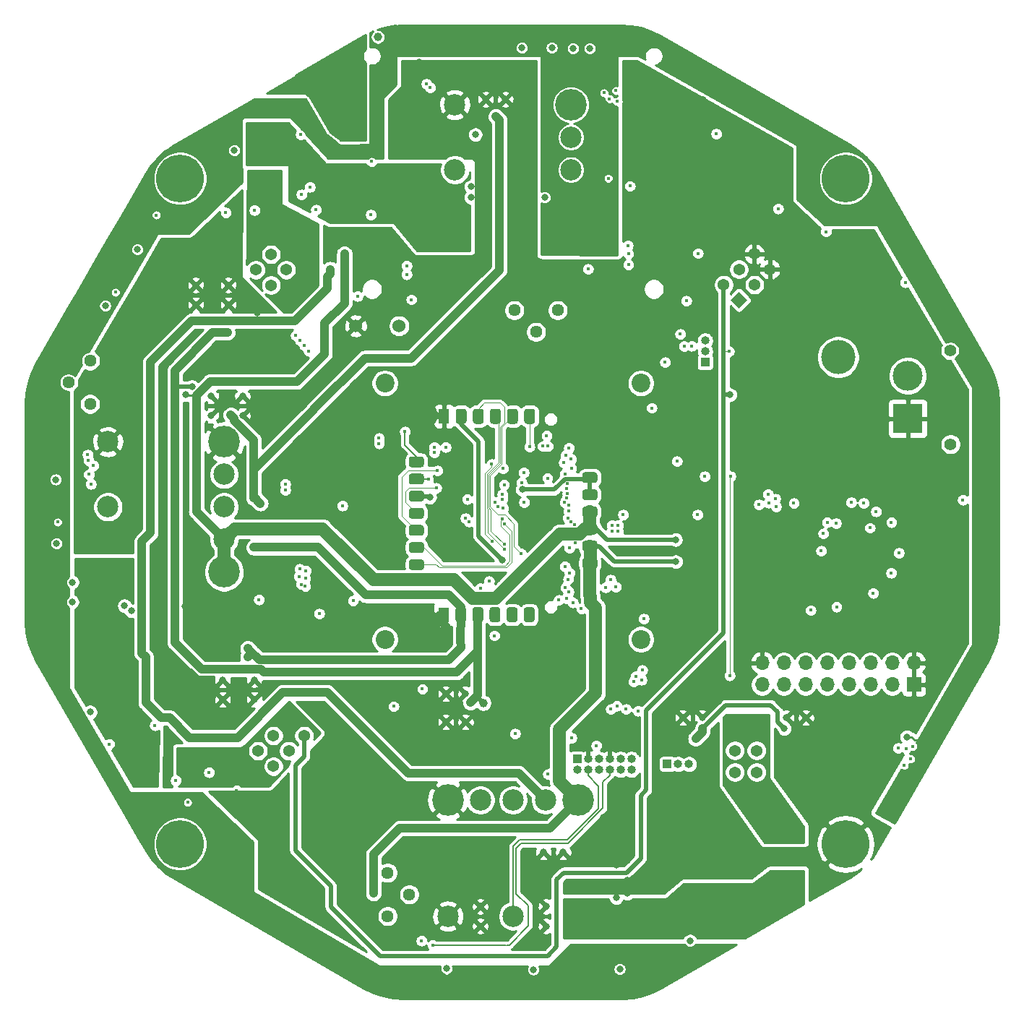
<source format=gbl>
%TF.GenerationSoftware,KiCad,Pcbnew,(5.1.12)-1*%
%TF.CreationDate,2021-12-15T00:56:12-05:00*%
%TF.ProjectId,P2_PowerSystem,50325f50-6f77-4657-9253-797374656d2e,rev?*%
%TF.SameCoordinates,Original*%
%TF.FileFunction,Copper,L4,Bot*%
%TF.FilePolarity,Positive*%
%FSLAX46Y46*%
G04 Gerber Fmt 4.6, Leading zero omitted, Abs format (unit mm)*
G04 Created by KiCad (PCBNEW (5.1.12)-1) date 2021-12-15 00:56:12*
%MOMM*%
%LPD*%
G01*
G04 APERTURE LIST*
%TA.AperFunction,ComponentPad*%
%ADD10O,1.000000X1.000000*%
%TD*%
%TA.AperFunction,ComponentPad*%
%ADD11R,1.000000X1.000000*%
%TD*%
%TA.AperFunction,ComponentPad*%
%ADD12C,0.800000*%
%TD*%
%TA.AperFunction,ComponentPad*%
%ADD13R,1.700000X1.700000*%
%TD*%
%TA.AperFunction,ComponentPad*%
%ADD14O,1.700000X1.700000*%
%TD*%
%TA.AperFunction,ComponentPad*%
%ADD15C,4.000000*%
%TD*%
%TA.AperFunction,ComponentPad*%
%ADD16C,3.500000*%
%TD*%
%TA.AperFunction,ComponentPad*%
%ADD17R,3.500000X3.500000*%
%TD*%
%TA.AperFunction,ComponentPad*%
%ADD18C,1.400000*%
%TD*%
%TA.AperFunction,ComponentPad*%
%ADD19C,1.524000*%
%TD*%
%TA.AperFunction,ComponentPad*%
%ADD20C,1.440000*%
%TD*%
%TA.AperFunction,ComponentPad*%
%ADD21C,5.600000*%
%TD*%
%TA.AperFunction,SMDPad,CuDef*%
%ADD22R,1.270000X1.778000*%
%TD*%
%TA.AperFunction,ComponentPad*%
%ADD23C,2.200000*%
%TD*%
%TA.AperFunction,ComponentPad*%
%ADD24C,0.100000*%
%TD*%
%TA.AperFunction,ComponentPad*%
%ADD25C,1.370000*%
%TD*%
%TA.AperFunction,ComponentPad*%
%ADD26R,1.370000X1.370000*%
%TD*%
%TA.AperFunction,ComponentPad*%
%ADD27C,3.700000*%
%TD*%
%TA.AperFunction,ComponentPad*%
%ADD28C,2.500000*%
%TD*%
%TA.AperFunction,ViaPad*%
%ADD29C,0.450000*%
%TD*%
%TA.AperFunction,ViaPad*%
%ADD30C,1.000000*%
%TD*%
%TA.AperFunction,ViaPad*%
%ADD31C,0.800000*%
%TD*%
%TA.AperFunction,Conductor*%
%ADD32C,0.500000*%
%TD*%
%TA.AperFunction,Conductor*%
%ADD33C,1.000000*%
%TD*%
%TA.AperFunction,Conductor*%
%ADD34C,0.089154*%
%TD*%
%TA.AperFunction,Conductor*%
%ADD35C,1.500000*%
%TD*%
%TA.AperFunction,Conductor*%
%ADD36C,0.254000*%
%TD*%
%TA.AperFunction,Conductor*%
%ADD37C,0.127000*%
%TD*%
%TA.AperFunction,Conductor*%
%ADD38C,0.100000*%
%TD*%
G04 APERTURE END LIST*
D10*
%TO.P,JP1,12*%
%TO.N,MOSFET_Driver_Enable*%
X233680000Y-150368000D03*
%TO.P,JP1,11*%
%TO.N,5V3_OR'd*%
X233680000Y-149098000D03*
%TO.P,JP1,10*%
%TO.N,STROBE*%
X232410000Y-150368000D03*
%TO.P,JP1,9*%
%TO.N,VDD_SERVO*%
X232410000Y-149098000D03*
%TO.P,JP1,8*%
%TO.N,~Payload_PW_EN*%
X231140000Y-150368000D03*
%TO.P,JP1,7*%
%TO.N,GND*%
X231140000Y-149098000D03*
%TO.P,JP1,6*%
%TO.N,FMU-CH1-PROT*%
X229870000Y-150368000D03*
%TO.P,JP1,5*%
%TO.N,5V3_OR'd*%
X229870000Y-149098000D03*
%TO.P,JP1,4*%
%TO.N,~Primary_Power_EN*%
X228600000Y-150368000D03*
%TO.P,JP1,3*%
%TO.N,GND*%
X228600000Y-149098000D03*
%TO.P,JP1,2*%
%TO.N,~Power_Fault*%
X227330000Y-150368000D03*
D11*
%TO.P,JP1,1*%
%TO.N,FMU-CH5_PROT*%
X227330000Y-149098000D03*
%TD*%
D10*
%TO.P,JP14,3*%
%TO.N,Aux_Hall*%
X242316000Y-100076000D03*
%TO.P,JP14,2*%
%TO.N,AUX_BATT_VOLTAGE_SENS*%
X242316000Y-101346000D03*
D11*
%TO.P,JP14,1*%
%TO.N,I_MON_Payload*%
X242316000Y-102616000D03*
%TD*%
D12*
%TO.P,C32,2*%
%TO.N,GND*%
X168148000Y-128390000D03*
X168148000Y-130690000D03*
%TD*%
%TO.P,C28,2*%
%TO.N,GND*%
X223386000Y-160020000D03*
X225686000Y-160020000D03*
%TD*%
D10*
%TO.P,JP7,3*%
%TO.N,FMU-CH6_PROT*%
X240411000Y-149694900D03*
%TO.P,JP7,2*%
%TO.N,MOSFET_Driver_Enable*%
X239141000Y-149694900D03*
D11*
%TO.P,JP7,1*%
%TO.N,Ext_MOSFET_Driver_EN*%
X237871000Y-149694900D03*
%TD*%
D13*
%TO.P,RFD_900x1,1*%
%TO.N,GND*%
X266780000Y-140394434D03*
D14*
%TO.P,RFD_900x1,2*%
X266780000Y-137854434D03*
%TO.P,RFD_900x1,3*%
%TO.N,SERIAL1_RTS*%
X264240000Y-140394434D03*
%TO.P,RFD_900x1,4*%
%TO.N,Net-(C29-Pad1)*%
X264240000Y-137854434D03*
%TO.P,RFD_900x1,5*%
%TO.N,Net-(RFD_900x1-Pad5)*%
X261700000Y-140394434D03*
%TO.P,RFD_900x1,6*%
%TO.N,Net-(RFD_900x1-Pad6)*%
X261700000Y-137854434D03*
%TO.P,RFD_900x1,7*%
%TO.N,SERIAL1_TX*%
X259160000Y-140394434D03*
%TO.P,RFD_900x1,8*%
%TO.N,RFD_GPIO5*%
X259160000Y-137854434D03*
%TO.P,RFD_900x1,9*%
%TO.N,SERIAL1_RX*%
X256620000Y-140394434D03*
%TO.P,RFD_900x1,10*%
%TO.N,RFD_GPIO4*%
X256620000Y-137854434D03*
%TO.P,RFD_900x1,11*%
%TO.N,SERIAL1_CTS*%
X254080000Y-140394434D03*
%TO.P,RFD_900x1,12*%
%TO.N,RFD_GPIO3*%
X254080000Y-137854434D03*
%TO.P,RFD_900x1,13*%
%TO.N,RFD_GPIO0*%
X251540000Y-140394434D03*
%TO.P,RFD_900x1,14*%
%TO.N,RFD_GPIO2*%
X251540000Y-137854434D03*
%TO.P,RFD_900x1,15*%
%TO.N,RFD_GPIO1*%
X249000000Y-140394434D03*
%TO.P,RFD_900x1,16*%
%TO.N,GND*%
X249000000Y-137854434D03*
D15*
%TO.P,RFD_900x1,~*%
%TO.N,N/C*%
X257890000Y-102024434D03*
%TD*%
D16*
%TO.P,J6,2*%
%TO.N,Batt_Aux*%
X266065000Y-104220000D03*
D17*
%TO.P,J6,1*%
%TO.N,GND*%
X266065000Y-109220000D03*
D18*
%TO.P,J6,*%
%TO.N,*%
X271065000Y-101220000D03*
X271065000Y-112220000D03*
%TD*%
%TO.P,C24,2*%
%TO.N,GND*%
%TA.AperFunction,SMDPad,CuDef*%
G36*
G01*
X201682860Y-76795880D02*
X199682860Y-76795880D01*
G75*
G02*
X199432860Y-76545880I0J250000D01*
G01*
X199432860Y-72645880D01*
G75*
G02*
X199682860Y-72395880I250000J0D01*
G01*
X201682860Y-72395880D01*
G75*
G02*
X201932860Y-72645880I0J-250000D01*
G01*
X201932860Y-76545880D01*
G75*
G02*
X201682860Y-76795880I-250000J0D01*
G01*
G37*
%TD.AperFunction*%
%TO.P,C24,1*%
%TO.N,Net-(C24-Pad1)*%
%TA.AperFunction,SMDPad,CuDef*%
G36*
G01*
X201682860Y-85195880D02*
X199682860Y-85195880D01*
G75*
G02*
X199432860Y-84945880I0J250000D01*
G01*
X199432860Y-81045880D01*
G75*
G02*
X199682860Y-80795880I250000J0D01*
G01*
X201682860Y-80795880D01*
G75*
G02*
X201932860Y-81045880I0J-250000D01*
G01*
X201932860Y-84945880D01*
G75*
G02*
X201682860Y-85195880I-250000J0D01*
G01*
G37*
%TD.AperFunction*%
%TD*%
%TO.P,C11,2*%
%TO.N,GND*%
%TA.AperFunction,SMDPad,CuDef*%
G36*
G01*
X178610001Y-141394434D02*
X178610001Y-139394434D01*
G75*
G02*
X178860001Y-139144434I250000J0D01*
G01*
X182759999Y-139144434D01*
G75*
G02*
X183009999Y-139394434I0J-250000D01*
G01*
X183009999Y-141394434D01*
G75*
G02*
X182759999Y-141644434I-250000J0D01*
G01*
X178860001Y-141644434D01*
G75*
G02*
X178610001Y-141394434I0J250000D01*
G01*
G37*
%TD.AperFunction*%
%TO.P,C11,1*%
%TO.N,Net-(C11-Pad1)*%
%TA.AperFunction,SMDPad,CuDef*%
G36*
G01*
X170210000Y-141394434D02*
X170210000Y-139394434D01*
G75*
G02*
X170460000Y-139144434I250000J0D01*
G01*
X174360000Y-139144434D01*
G75*
G02*
X174610000Y-139394434I0J-250000D01*
G01*
X174610000Y-141394434D01*
G75*
G02*
X174360000Y-141644434I-250000J0D01*
G01*
X170460000Y-141644434D01*
G75*
G02*
X170210000Y-141394434I0J250000D01*
G01*
G37*
%TD.AperFunction*%
%TD*%
%TO.P,C7,2*%
%TO.N,GND*%
%TA.AperFunction,SMDPad,CuDef*%
G36*
G01*
X242380000Y-159984434D02*
X240380000Y-159984434D01*
G75*
G02*
X240130000Y-159734434I0J250000D01*
G01*
X240130000Y-155834434D01*
G75*
G02*
X240380000Y-155584434I250000J0D01*
G01*
X242380000Y-155584434D01*
G75*
G02*
X242630000Y-155834434I0J-250000D01*
G01*
X242630000Y-159734434D01*
G75*
G02*
X242380000Y-159984434I-250000J0D01*
G01*
G37*
%TD.AperFunction*%
%TO.P,C7,1*%
%TO.N,Net-(C45-Pad1)*%
%TA.AperFunction,SMDPad,CuDef*%
G36*
G01*
X242380000Y-168384434D02*
X240380000Y-168384434D01*
G75*
G02*
X240130000Y-168134434I0J250000D01*
G01*
X240130000Y-164234434D01*
G75*
G02*
X240380000Y-163984434I250000J0D01*
G01*
X242380000Y-163984434D01*
G75*
G02*
X242630000Y-164234434I0J-250000D01*
G01*
X242630000Y-168134434D01*
G75*
G02*
X242380000Y-168384434I-250000J0D01*
G01*
G37*
%TD.AperFunction*%
%TD*%
D12*
%TO.P,C30,2*%
%TO.N,GND*%
X214256000Y-141478000D03*
X211956000Y-141478000D03*
%TD*%
%TO.P,C29,2*%
%TO.N,GND*%
X254134000Y-144272000D03*
X251834000Y-144272000D03*
%TD*%
%TO.P,C42,2*%
%TO.N,GND*%
X214256000Y-144780000D03*
X211956000Y-144780000D03*
%TD*%
%TO.P,C41,2*%
%TO.N,GND*%
X223687640Y-166378240D03*
X223687640Y-168678240D03*
%TD*%
%TO.P,C23,2*%
%TO.N,GND*%
X186436000Y-93592000D03*
X186436000Y-95892000D03*
%TD*%
%TO.P,C22,2*%
%TO.N,GND*%
X239705500Y-144272000D03*
X242005500Y-144272000D03*
%TD*%
%TO.P,C21,2*%
%TO.N,GND*%
X184404000Y-108871400D03*
X184404000Y-106571400D03*
%TD*%
%TO.P,C20,2*%
%TO.N,GND*%
X185801000Y-142145400D03*
X185801000Y-139845400D03*
%TD*%
%TO.P,C19,2*%
%TO.N,GND*%
X182626000Y-95892000D03*
X182626000Y-93592000D03*
%TD*%
%TO.P,C18,2*%
%TO.N,GND*%
X215971120Y-166388400D03*
X215971120Y-168688400D03*
%TD*%
%TO.P,C17,2*%
%TO.N,GND*%
X188112400Y-106571400D03*
X188112400Y-108871400D03*
%TD*%
%TO.P,C16,2*%
%TO.N,GND*%
X189484000Y-139820000D03*
X189484000Y-142120000D03*
%TD*%
%TO.P,C15,2*%
%TO.N,GND*%
X216608000Y-71814434D03*
X218908000Y-71814434D03*
%TD*%
D19*
%TO.P,J5,2*%
%TO.N,BUZZER*%
X206455000Y-98357434D03*
%TO.P,J5,1*%
%TO.N,GND*%
X201375000Y-98357434D03*
%TD*%
D20*
%TO.P,RV3,3*%
%TO.N,Net-(RV3-Pad3)*%
X219964000Y-96520000D03*
%TO.P,RV3,2*%
%TO.N,Net-(RV3-Pad2)*%
X222504000Y-99060000D03*
%TO.P,RV3,1*%
%TO.N,Net-(R6-Pad1)*%
X225044000Y-96520000D03*
%TD*%
D21*
%TO.P,H4,1*%
%TO.N,GND*%
X258779000Y-159063434D03*
%TD*%
%TO.P,H3,1*%
%TO.N,GND*%
X258779000Y-81085434D03*
%TD*%
%TO.P,H2,1*%
%TO.N,GND*%
X180801000Y-159063434D03*
%TD*%
%TO.P,H1,1*%
%TO.N,GND*%
X180801000Y-81085434D03*
%TD*%
%TO.P,U4,13*%
%TO.N,BUZZER*%
%TA.AperFunction,SMDPad,CuDef*%
G36*
G01*
X209376000Y-113975334D02*
X209376000Y-114610334D01*
G75*
G02*
X209058500Y-114927834I-317500J0D01*
G01*
X207915500Y-114927834D01*
G75*
G02*
X207598000Y-114610334I0J317500D01*
G01*
X207598000Y-113975334D01*
G75*
G02*
X207915500Y-113657834I317500J0D01*
G01*
X209058500Y-113657834D01*
G75*
G02*
X209376000Y-113975334I0J-317500D01*
G01*
G37*
%TD.AperFunction*%
%TO.P,U4,12*%
%TO.N,ALARM*%
%TA.AperFunction,SMDPad,CuDef*%
G36*
G01*
X209376000Y-115981934D02*
X209376000Y-116616934D01*
G75*
G02*
X209058500Y-116934434I-317500J0D01*
G01*
X207915500Y-116934434D01*
G75*
G02*
X207598000Y-116616934I0J317500D01*
G01*
X207598000Y-115981934D01*
G75*
G02*
X207915500Y-115664434I317500J0D01*
G01*
X209058500Y-115664434D01*
G75*
G02*
X209376000Y-115981934I0J-317500D01*
G01*
G37*
%TD.AperFunction*%
%TO.P,U4,11*%
%TO.N,VBUS*%
%TA.AperFunction,SMDPad,CuDef*%
G36*
G01*
X209376000Y-117988534D02*
X209376000Y-118623534D01*
G75*
G02*
X209058500Y-118941034I-317500J0D01*
G01*
X207915500Y-118941034D01*
G75*
G02*
X207598000Y-118623534I0J317500D01*
G01*
X207598000Y-117988534D01*
G75*
G02*
X207915500Y-117671034I317500J0D01*
G01*
X209058500Y-117671034D01*
G75*
G02*
X209376000Y-117988534I0J-317500D01*
G01*
G37*
%TD.AperFunction*%
%TO.P,U4,10*%
%TO.N,~VDD_5V_PERIPH_EN*%
%TA.AperFunction,SMDPad,CuDef*%
G36*
G01*
X209376000Y-119995134D02*
X209376000Y-120630134D01*
G75*
G02*
X209058500Y-120947634I-317500J0D01*
G01*
X207915500Y-120947634D01*
G75*
G02*
X207598000Y-120630134I0J317500D01*
G01*
X207598000Y-119995134D01*
G75*
G02*
X207915500Y-119677634I317500J0D01*
G01*
X209058500Y-119677634D01*
G75*
G02*
X209376000Y-119995134I0J-317500D01*
G01*
G37*
%TD.AperFunction*%
%TO.P,U4,9*%
%TO.N,VDD_3V3_SPECKTRUM_EN*%
%TA.AperFunction,SMDPad,CuDef*%
G36*
G01*
X209376000Y-122001734D02*
X209376000Y-122636734D01*
G75*
G02*
X209058500Y-122954234I-317500J0D01*
G01*
X207915500Y-122954234D01*
G75*
G02*
X207598000Y-122636734I0J317500D01*
G01*
X207598000Y-122001734D01*
G75*
G02*
X207915500Y-121684234I317500J0D01*
G01*
X209058500Y-121684234D01*
G75*
G02*
X209376000Y-122001734I0J-317500D01*
G01*
G37*
%TD.AperFunction*%
%TO.P,U4,8*%
%TO.N,~VDD_5V_PERIPH_OC*%
%TA.AperFunction,SMDPad,CuDef*%
G36*
G01*
X209376000Y-124008334D02*
X209376000Y-124643334D01*
G75*
G02*
X209058500Y-124960834I-317500J0D01*
G01*
X207915500Y-124960834D01*
G75*
G02*
X207598000Y-124643334I0J317500D01*
G01*
X207598000Y-124008334D01*
G75*
G02*
X207915500Y-123690834I317500J0D01*
G01*
X209058500Y-123690834D01*
G75*
G02*
X209376000Y-124008334I0J-317500D01*
G01*
G37*
%TD.AperFunction*%
%TO.P,U4,19*%
%TO.N,VDD_SERVO_IN*%
%TA.AperFunction,SMDPad,CuDef*%
G36*
G01*
X222393500Y-108377734D02*
X222393500Y-109520734D01*
G75*
G02*
X222076000Y-109838234I-317500J0D01*
G01*
X221441000Y-109838234D01*
G75*
G02*
X221123500Y-109520734I0J317500D01*
G01*
X221123500Y-108377734D01*
G75*
G02*
X221441000Y-108060234I317500J0D01*
G01*
X222076000Y-108060234D01*
G75*
G02*
X222393500Y-108377734I0J-317500D01*
G01*
G37*
%TD.AperFunction*%
%TO.P,U4,16*%
%TO.N,~VDD_BRICK_VALID*%
%TA.AperFunction,SMDPad,CuDef*%
G36*
G01*
X216373700Y-108377734D02*
X216373700Y-109520734D01*
G75*
G02*
X216056200Y-109838234I-317500J0D01*
G01*
X215421200Y-109838234D01*
G75*
G02*
X215103700Y-109520734I0J317500D01*
G01*
X215103700Y-108377734D01*
G75*
G02*
X215421200Y-108060234I317500J0D01*
G01*
X216056200Y-108060234D01*
G75*
G02*
X216373700Y-108377734I0J-317500D01*
G01*
G37*
%TD.AperFunction*%
%TO.P,U4,15*%
%TO.N,VDD_5V_IN_PROT*%
%TA.AperFunction,SMDPad,CuDef*%
G36*
G01*
X214367100Y-108377734D02*
X214367100Y-109520734D01*
G75*
G02*
X214049600Y-109838234I-317500J0D01*
G01*
X213414600Y-109838234D01*
G75*
G02*
X213097100Y-109520734I0J317500D01*
G01*
X213097100Y-108377734D01*
G75*
G02*
X213414600Y-108060234I317500J0D01*
G01*
X214049600Y-108060234D01*
G75*
G02*
X214367100Y-108377734I0J-317500D01*
G01*
G37*
%TD.AperFunction*%
%TO.P,U4,18*%
%TO.N,~VBUS_VALID*%
%TA.AperFunction,SMDPad,CuDef*%
G36*
G01*
X220386900Y-108377734D02*
X220386900Y-109520734D01*
G75*
G02*
X220069400Y-109838234I-317500J0D01*
G01*
X219434400Y-109838234D01*
G75*
G02*
X219116900Y-109520734I0J317500D01*
G01*
X219116900Y-108377734D01*
G75*
G02*
X219434400Y-108060234I317500J0D01*
G01*
X220069400Y-108060234D01*
G75*
G02*
X220386900Y-108377734I0J-317500D01*
G01*
G37*
%TD.AperFunction*%
%TO.P,U4,17*%
%TO.N,~VDD_BACKUP_VALID*%
%TA.AperFunction,SMDPad,CuDef*%
G36*
G01*
X218380300Y-108377734D02*
X218380300Y-109520734D01*
G75*
G02*
X218062800Y-109838234I-317500J0D01*
G01*
X217427800Y-109838234D01*
G75*
G02*
X217110300Y-109520734I0J317500D01*
G01*
X217110300Y-108377734D01*
G75*
G02*
X217427800Y-108060234I317500J0D01*
G01*
X218062800Y-108060234D01*
G75*
G02*
X218380300Y-108377734I0J-317500D01*
G01*
G37*
%TD.AperFunction*%
D22*
%TO.P,U4,6*%
%TO.N,GND*%
X211725500Y-108949234D03*
%TO.P,U4,1*%
%TO.N,3V3_Spectrum*%
%TA.AperFunction,SMDPad,CuDef*%
G36*
G01*
X222342700Y-131618734D02*
X222342700Y-132761734D01*
G75*
G02*
X222025200Y-133079234I-317500J0D01*
G01*
X221390200Y-133079234D01*
G75*
G02*
X221072700Y-132761734I0J317500D01*
G01*
X221072700Y-131618734D01*
G75*
G02*
X221390200Y-131301234I317500J0D01*
G01*
X222025200Y-131301234D01*
G75*
G02*
X222342700Y-131618734I0J-317500D01*
G01*
G37*
%TD.AperFunction*%
%TO.P,U4,4*%
%TO.N,5V_PERIPH_SECONDARY*%
%TA.AperFunction,SMDPad,CuDef*%
G36*
G01*
X216322900Y-131618734D02*
X216322900Y-132761734D01*
G75*
G02*
X216005400Y-133079234I-317500J0D01*
G01*
X215370400Y-133079234D01*
G75*
G02*
X215052900Y-132761734I0J317500D01*
G01*
X215052900Y-131618734D01*
G75*
G02*
X215370400Y-131301234I317500J0D01*
G01*
X216005400Y-131301234D01*
G75*
G02*
X216322900Y-131618734I0J-317500D01*
G01*
G37*
%TD.AperFunction*%
%TO.P,U4,5*%
%TO.N,5V_PERIPH_PRIMARY*%
%TA.AperFunction,SMDPad,CuDef*%
G36*
G01*
X214316300Y-131618734D02*
X214316300Y-132761734D01*
G75*
G02*
X213998800Y-133079234I-317500J0D01*
G01*
X213363800Y-133079234D01*
G75*
G02*
X213046300Y-132761734I0J317500D01*
G01*
X213046300Y-131618734D01*
G75*
G02*
X213363800Y-131301234I317500J0D01*
G01*
X213998800Y-131301234D01*
G75*
G02*
X214316300Y-131618734I0J-317500D01*
G01*
G37*
%TD.AperFunction*%
%TO.P,U4,2*%
%TO.N,Net-(U4-Pad2)*%
%TA.AperFunction,SMDPad,CuDef*%
G36*
G01*
X220336100Y-131618734D02*
X220336100Y-132761734D01*
G75*
G02*
X220018600Y-133079234I-317500J0D01*
G01*
X219383600Y-133079234D01*
G75*
G02*
X219066100Y-132761734I0J317500D01*
G01*
X219066100Y-131618734D01*
G75*
G02*
X219383600Y-131301234I317500J0D01*
G01*
X220018600Y-131301234D01*
G75*
G02*
X220336100Y-131618734I0J-317500D01*
G01*
G37*
%TD.AperFunction*%
%TO.P,U4,3*%
%TO.N,Net-(U4-Pad3)*%
%TA.AperFunction,SMDPad,CuDef*%
G36*
G01*
X218329500Y-131618734D02*
X218329500Y-132761734D01*
G75*
G02*
X218012000Y-133079234I-317500J0D01*
G01*
X217377000Y-133079234D01*
G75*
G02*
X217059500Y-132761734I0J317500D01*
G01*
X217059500Y-131618734D01*
G75*
G02*
X217377000Y-131301234I317500J0D01*
G01*
X218012000Y-131301234D01*
G75*
G02*
X218329500Y-131618734I0J-317500D01*
G01*
G37*
%TD.AperFunction*%
%TO.P,U4,6*%
%TO.N,GND*%
X211674700Y-132190234D03*
%TO.P,U4,20*%
%TO.N,VBUS*%
%TA.AperFunction,SMDPad,CuDef*%
G36*
G01*
X229696000Y-115819934D02*
X229696000Y-116454934D01*
G75*
G02*
X229378500Y-116772434I-317500J0D01*
G01*
X228235500Y-116772434D01*
G75*
G02*
X227918000Y-116454934I0J317500D01*
G01*
X227918000Y-115819934D01*
G75*
G02*
X228235500Y-115502434I317500J0D01*
G01*
X229378500Y-115502434D01*
G75*
G02*
X229696000Y-115819934I0J-317500D01*
G01*
G37*
%TD.AperFunction*%
%TA.AperFunction,SMDPad,CuDef*%
G36*
G01*
X229696000Y-117826534D02*
X229696000Y-118461534D01*
G75*
G02*
X229378500Y-118779034I-317500J0D01*
G01*
X228235500Y-118779034D01*
G75*
G02*
X227918000Y-118461534I0J317500D01*
G01*
X227918000Y-117826534D01*
G75*
G02*
X228235500Y-117509034I317500J0D01*
G01*
X229378500Y-117509034D01*
G75*
G02*
X229696000Y-117826534I0J-317500D01*
G01*
G37*
%TD.AperFunction*%
%TO.P,U4,22*%
%TO.N,5V3_secondary*%
%TA.AperFunction,SMDPad,CuDef*%
G36*
G01*
X229696000Y-119833134D02*
X229696000Y-120468134D01*
G75*
G02*
X229378500Y-120785634I-317500J0D01*
G01*
X228235500Y-120785634D01*
G75*
G02*
X227918000Y-120468134I0J317500D01*
G01*
X227918000Y-119833134D01*
G75*
G02*
X228235500Y-119515634I317500J0D01*
G01*
X229378500Y-119515634D01*
G75*
G02*
X229696000Y-119833134I0J-317500D01*
G01*
G37*
%TD.AperFunction*%
%TA.AperFunction,SMDPad,CuDef*%
G36*
G01*
X229696000Y-121839734D02*
X229696000Y-122474734D01*
G75*
G02*
X229378500Y-122792234I-317500J0D01*
G01*
X228235500Y-122792234D01*
G75*
G02*
X227918000Y-122474734I0J317500D01*
G01*
X227918000Y-121839734D01*
G75*
G02*
X228235500Y-121522234I317500J0D01*
G01*
X229378500Y-121522234D01*
G75*
G02*
X229696000Y-121839734I0J-317500D01*
G01*
G37*
%TD.AperFunction*%
%TO.P,U4,24*%
%TO.N,5V3_Primary*%
%TA.AperFunction,SMDPad,CuDef*%
G36*
G01*
X229696000Y-123846334D02*
X229696000Y-124481334D01*
G75*
G02*
X229378500Y-124798834I-317500J0D01*
G01*
X228235500Y-124798834D01*
G75*
G02*
X227918000Y-124481334I0J317500D01*
G01*
X227918000Y-123846334D01*
G75*
G02*
X228235500Y-123528834I317500J0D01*
G01*
X229378500Y-123528834D01*
G75*
G02*
X229696000Y-123846334I0J-317500D01*
G01*
G37*
%TD.AperFunction*%
%TA.AperFunction,SMDPad,CuDef*%
G36*
G01*
X229696000Y-125852934D02*
X229696000Y-126487934D01*
G75*
G02*
X229378500Y-126805434I-317500J0D01*
G01*
X228235500Y-126805434D01*
G75*
G02*
X227918000Y-126487934I0J317500D01*
G01*
X227918000Y-125852934D01*
G75*
G02*
X228235500Y-125535434I317500J0D01*
G01*
X229378500Y-125535434D01*
G75*
G02*
X229696000Y-125852934I0J-317500D01*
G01*
G37*
%TD.AperFunction*%
%TO.P,U4,7*%
%TO.N,~VDD_HIPOWER_OC*%
%TA.AperFunction,SMDPad,CuDef*%
G36*
G01*
X209376000Y-126014934D02*
X209376000Y-126649934D01*
G75*
G02*
X209058500Y-126967434I-317500J0D01*
G01*
X207915500Y-126967434D01*
G75*
G02*
X207598000Y-126649934I0J317500D01*
G01*
X207598000Y-126014934D01*
G75*
G02*
X207915500Y-125697434I317500J0D01*
G01*
X209058500Y-125697434D01*
G75*
G02*
X209376000Y-126014934I0J-317500D01*
G01*
G37*
%TD.AperFunction*%
%TD*%
D23*
%TO.P,Pix1,~*%
%TO.N,N/C*%
X234790000Y-135074434D03*
X234790000Y-105074434D03*
X204790000Y-105074434D03*
X204790000Y-135074434D03*
%TD*%
%TA.AperFunction,ComponentPad*%
D24*
%TO.P,J4,1*%
%TO.N,+BATT*%
G36*
X194071504Y-93582234D02*
G01*
X195040240Y-92613498D01*
X196008976Y-93582234D01*
X195040240Y-94550970D01*
X194071504Y-93582234D01*
G37*
%TD.AperFunction*%
D25*
%TO.P,J4,2*%
X193244189Y-95378285D03*
%TO.P,J4,3*%
%TO.N,temp_B*%
X193244189Y-91786183D03*
%TO.P,J4,4*%
%TO.N,Vg_1*%
X191448138Y-93582234D03*
%TO.P,J4,5*%
%TO.N,GND*%
X191448138Y-89990132D03*
%TO.P,J4,6*%
%TO.N,V+ESC*%
X189652086Y-91786183D03*
%TD*%
%TA.AperFunction,ComponentPad*%
D24*
%TO.P,J3,1*%
%TO.N,+BATT*%
G36*
X193531480Y-145536390D02*
G01*
X192562744Y-144567654D01*
X193531480Y-143598918D01*
X194500216Y-144567654D01*
X193531480Y-145536390D01*
G37*
%TD.AperFunction*%
D25*
%TO.P,J3,2*%
%TO.N,+5VA*%
X195327531Y-146363705D03*
%TO.P,J3,3*%
%TO.N,V1_Hall_raw*%
X191735429Y-146363705D03*
%TO.P,J3,4*%
%TO.N,Vg_2*%
X193531480Y-148159756D03*
%TO.P,J3,5*%
%TO.N,GND*%
X189939378Y-148159756D03*
%TO.P,J3,6*%
%TO.N,V+ESC*%
X191735429Y-149955808D03*
%TD*%
D26*
%TO.P,J2,1*%
%TO.N,+BATT*%
X245789440Y-145573494D03*
D25*
%TO.P,J2,2*%
X248329440Y-145573494D03*
%TO.P,J2,3*%
%TO.N,temp_A*%
X245789440Y-148113494D03*
%TO.P,J2,4*%
%TO.N,Vg_2*%
X248329440Y-148113494D03*
%TO.P,J2,5*%
%TO.N,GND*%
X245789440Y-150653494D03*
%TO.P,J2,6*%
X248329440Y-150653494D03*
%TD*%
%TA.AperFunction,ComponentPad*%
D24*
%TO.P,J1,1*%
%TO.N,+BATT*%
G36*
X246282200Y-94355938D02*
G01*
X247250936Y-95324674D01*
X246282200Y-96293410D01*
X245313464Y-95324674D01*
X246282200Y-94355938D01*
G37*
%TD.AperFunction*%
D25*
%TO.P,J1,2*%
%TO.N,+5VA*%
X244486149Y-93528623D03*
%TO.P,J1,3*%
%TO.N,V2_Hall_raw*%
X248078251Y-93528623D03*
%TO.P,J1,4*%
%TO.N,Vg_1*%
X246282200Y-91732572D03*
%TO.P,J1,5*%
%TO.N,GND*%
X249874302Y-91732572D03*
%TO.P,J1,6*%
X248078251Y-89936520D03*
%TD*%
D27*
%TO.P,U6,8*%
%TO.N,VDD_SERVO*%
X226590000Y-87689434D03*
D28*
%TO.P,U6,7*%
X226590000Y-83879434D03*
%TO.P,U6,6*%
%TO.N,Net-(RV3-Pad2)*%
X226590000Y-80069434D03*
%TO.P,U6,5*%
%TO.N,Servo_Rail_PG*%
X226590000Y-76259434D03*
D27*
%TO.P,U6,4*%
%TO.N,GND*%
X226590000Y-72449434D03*
D28*
%TO.P,U6,3*%
X212990000Y-72449434D03*
%TO.P,U6,2*%
%TO.N,~Primary_Power_EN*%
X212990000Y-80069434D03*
%TO.P,U6,1*%
%TO.N,Net-(C24-Pad1)*%
X212990000Y-87689434D03*
%TD*%
D27*
%TO.P,U5,8*%
%TO.N,5V3_secondary*%
X185950000Y-127186434D03*
D28*
%TO.P,U5,7*%
X185950000Y-123376434D03*
%TO.P,U5,6*%
%TO.N,Net-(RV2-Pad2)*%
X185950000Y-119566434D03*
%TO.P,U5,5*%
%TO.N,5V3_sec_PG*%
X185950000Y-115756434D03*
D27*
%TO.P,U5,4*%
%TO.N,GND*%
X185950000Y-111946434D03*
D28*
%TO.P,U5,3*%
X172350000Y-111946434D03*
%TO.P,U5,2*%
%TO.N,~Primary_Power_EN*%
X172350000Y-119566434D03*
%TO.P,U5,1*%
%TO.N,Net-(C11-Pad1)*%
X172350000Y-127186434D03*
%TD*%
D27*
%TO.P,U3,8*%
%TO.N,5V3_Primary*%
X227410000Y-153914434D03*
D28*
%TO.P,U3,7*%
X223600000Y-153914434D03*
%TO.P,U3,6*%
%TO.N,Net-(RV1-Pad2)*%
X219790000Y-153914434D03*
%TO.P,U3,5*%
%TO.N,5V3_prime_PG*%
X215980000Y-153914434D03*
D27*
%TO.P,U3,4*%
%TO.N,GND*%
X212170000Y-153914434D03*
D28*
%TO.P,U3,3*%
X212170000Y-167514434D03*
%TO.P,U3,2*%
%TO.N,~Primary_Power_EN*%
X219790000Y-167514434D03*
%TO.P,U3,1*%
%TO.N,Net-(C45-Pad1)*%
X227410000Y-167514434D03*
%TD*%
D20*
%TO.P,RV2,3*%
%TO.N,Net-(RV2-Pad3)*%
X170243500Y-102425500D03*
%TO.P,RV2,2*%
%TO.N,Net-(RV2-Pad2)*%
X167703500Y-104965500D03*
%TO.P,RV2,1*%
%TO.N,Net-(R5-Pad1)*%
X170243500Y-107505500D03*
%TD*%
%TO.P,RV1,3*%
%TO.N,Net-(RV1-Pad3)*%
X205105000Y-167513000D03*
%TO.P,RV1,2*%
%TO.N,Net-(RV1-Pad2)*%
X207645000Y-164973000D03*
%TO.P,RV1,1*%
%TO.N,Net-(R4-Pad1)*%
X205105000Y-162433000D03*
%TD*%
%TO.P,F5,2*%
%TO.N,Net-(C24-Pad1)*%
%TA.AperFunction,SMDPad,CuDef*%
G36*
G01*
X191925001Y-76515000D02*
X189074999Y-76515000D01*
G75*
G02*
X188825000Y-76265001I0J249999D01*
G01*
X188825000Y-75239999D01*
G75*
G02*
X189074999Y-74990000I249999J0D01*
G01*
X191925001Y-74990000D01*
G75*
G02*
X192175000Y-75239999I0J-249999D01*
G01*
X192175000Y-76265001D01*
G75*
G02*
X191925001Y-76515000I-249999J0D01*
G01*
G37*
%TD.AperFunction*%
%TO.P,F5,1*%
%TO.N,+BATT*%
%TA.AperFunction,SMDPad,CuDef*%
G36*
G01*
X191925001Y-82490000D02*
X189074999Y-82490000D01*
G75*
G02*
X188825000Y-82240001I0J249999D01*
G01*
X188825000Y-81214999D01*
G75*
G02*
X189074999Y-80965000I249999J0D01*
G01*
X191925001Y-80965000D01*
G75*
G02*
X192175000Y-81214999I0J-249999D01*
G01*
X192175000Y-82240001D01*
G75*
G02*
X191925001Y-82490000I-249999J0D01*
G01*
G37*
%TD.AperFunction*%
%TD*%
%TO.P,F4,2*%
%TO.N,Net-(C11-Pad1)*%
%TA.AperFunction,SMDPad,CuDef*%
G36*
G01*
X176925000Y-149129433D02*
X176925000Y-151979435D01*
G75*
G02*
X176675001Y-152229434I-249999J0D01*
G01*
X175649999Y-152229434D01*
G75*
G02*
X175400000Y-151979435I0J249999D01*
G01*
X175400000Y-149129433D01*
G75*
G02*
X175649999Y-148879434I249999J0D01*
G01*
X176675001Y-148879434D01*
G75*
G02*
X176925000Y-149129433I0J-249999D01*
G01*
G37*
%TD.AperFunction*%
%TO.P,F4,1*%
%TO.N,+BATT*%
%TA.AperFunction,SMDPad,CuDef*%
G36*
G01*
X182900000Y-149129433D02*
X182900000Y-151979435D01*
G75*
G02*
X182650001Y-152229434I-249999J0D01*
G01*
X181624999Y-152229434D01*
G75*
G02*
X181375000Y-151979435I0J249999D01*
G01*
X181375000Y-149129433D01*
G75*
G02*
X181624999Y-148879434I249999J0D01*
G01*
X182650001Y-148879434D01*
G75*
G02*
X182900000Y-149129433I0J-249999D01*
G01*
G37*
%TD.AperFunction*%
%TD*%
%TO.P,F3,2*%
%TO.N,Net-(C45-Pad1)*%
%TA.AperFunction,SMDPad,CuDef*%
G36*
G01*
X250114999Y-162939434D02*
X252965001Y-162939434D01*
G75*
G02*
X253215000Y-163189433I0J-249999D01*
G01*
X253215000Y-164214435D01*
G75*
G02*
X252965001Y-164464434I-249999J0D01*
G01*
X250114999Y-164464434D01*
G75*
G02*
X249865000Y-164214435I0J249999D01*
G01*
X249865000Y-163189433D01*
G75*
G02*
X250114999Y-162939434I249999J0D01*
G01*
G37*
%TD.AperFunction*%
%TO.P,F3,1*%
%TO.N,+BATT*%
%TA.AperFunction,SMDPad,CuDef*%
G36*
G01*
X250114999Y-156964434D02*
X252965001Y-156964434D01*
G75*
G02*
X253215000Y-157214433I0J-249999D01*
G01*
X253215000Y-158239435D01*
G75*
G02*
X252965001Y-158489434I-249999J0D01*
G01*
X250114999Y-158489434D01*
G75*
G02*
X249865000Y-158239435I0J249999D01*
G01*
X249865000Y-157214433D01*
G75*
G02*
X250114999Y-156964434I249999J0D01*
G01*
G37*
%TD.AperFunction*%
%TD*%
D29*
%TO.N,GND*%
X187426600Y-152781000D03*
X186944000Y-153289000D03*
X186486800Y-153746200D03*
X185801000Y-153060400D03*
X185369200Y-153466800D03*
X186080400Y-154178000D03*
X187248800Y-86791800D03*
X186715400Y-87274400D03*
X187883800Y-87350600D03*
X187350400Y-87884000D03*
X186004200Y-86639400D03*
X186690000Y-86131400D03*
D30*
X201549000Y-67183000D03*
X239649000Y-83312000D03*
X239585500Y-84899500D03*
D31*
X224345500Y-65786000D03*
X220853000Y-65786000D03*
X226822000Y-65849500D03*
X228790500Y-65849500D03*
X208788000Y-67500500D03*
X192659000Y-134747000D03*
X166319200Y-123850400D03*
X166243000Y-116357400D03*
X172034200Y-95986600D03*
X175793400Y-89408000D03*
X249555000Y-77622400D03*
X262915400Y-90855800D03*
X267614400Y-98933000D03*
X271297400Y-115316000D03*
X271272000Y-124764800D03*
X263982200Y-144119600D03*
X260858000Y-152374600D03*
X232308400Y-173710600D03*
X222199200Y-173761400D03*
X212013800Y-173659800D03*
X210375500Y-108204000D03*
X210375500Y-109474000D03*
D29*
X171386500Y-103632000D03*
X184404000Y-144881600D03*
X182600600Y-143230600D03*
X175768000Y-121666000D03*
D31*
X204724000Y-143103600D03*
X221208600Y-142925800D03*
X230022400Y-143281400D03*
X201930000Y-160782000D03*
X199644000Y-160528000D03*
X199898000Y-165100000D03*
X197358000Y-165100000D03*
X178816000Y-138938000D03*
X180086000Y-138938000D03*
X181356000Y-138938000D03*
X178816000Y-141732000D03*
X180086000Y-141732000D03*
X181356000Y-141732000D03*
X179041012Y-96999012D03*
X254457200Y-127609600D03*
X261112000Y-127584200D03*
X255295400Y-121640600D03*
X246481600Y-121539000D03*
X262737600Y-121183400D03*
X264414000Y-129540000D03*
X206324200Y-78486000D03*
X212064600Y-133629400D03*
X210743800Y-133629400D03*
D29*
X228346000Y-95758000D03*
D31*
X219710000Y-83312000D03*
X219710000Y-82042000D03*
X220980000Y-82042000D03*
X222250000Y-82042000D03*
X223520000Y-83312000D03*
X222250000Y-83312000D03*
X220980000Y-83312000D03*
X214884000Y-82042000D03*
X215900000Y-82042000D03*
X216916000Y-82042000D03*
X216916000Y-83312000D03*
X215900000Y-83312000D03*
X214884000Y-83312000D03*
X187147200Y-77774800D03*
X201549000Y-65659000D03*
X200279000Y-66421000D03*
X199009000Y-67183000D03*
X197866000Y-67818000D03*
X195580000Y-69215000D03*
X196215000Y-70231000D03*
X198755000Y-68961000D03*
X200025000Y-68199000D03*
X198755000Y-72771000D03*
X200279000Y-70307200D03*
X199796400Y-71628000D03*
X197993000Y-71628000D03*
D29*
X195021200Y-82981800D03*
X196011800Y-82092800D03*
X184200800Y-150672800D03*
D31*
X193294000Y-108966000D03*
X247142000Y-157734000D03*
X245872000Y-157734000D03*
X244602000Y-157734000D03*
X243332000Y-157734000D03*
X236982000Y-157734000D03*
X238252000Y-157734000D03*
X239395000Y-157734000D03*
X239395000Y-159258000D03*
X238252000Y-159258000D03*
X236982000Y-159258000D03*
X243332000Y-159258000D03*
X244856000Y-159258000D03*
X246380000Y-159258000D03*
X247904000Y-159258000D03*
X242089159Y-71883436D03*
X220803356Y-113106200D03*
X220853000Y-114630200D03*
X179298600Y-150865840D03*
D29*
X209870040Y-161036000D03*
D31*
X199136000Y-150876000D03*
D29*
X195874640Y-149484080D03*
X244198140Y-87693500D03*
D31*
X253171960Y-87530940D03*
D29*
X248572020Y-86415880D03*
D30*
X203962000Y-64516000D03*
D31*
X230378000Y-155956000D03*
X231902000Y-155956000D03*
X233172000Y-156972000D03*
X231902000Y-157988000D03*
X233172000Y-159004000D03*
X231902000Y-160020000D03*
X233172000Y-161036000D03*
X231902000Y-165354000D03*
X233172000Y-164846000D03*
X231902000Y-163830000D03*
X231902000Y-161544000D03*
X233172000Y-163322000D03*
X183896000Y-130556000D03*
X178714400Y-130479800D03*
X177800000Y-131699000D03*
X178765200Y-131394200D03*
X181356000Y-131216400D03*
X182397400Y-131140200D03*
X175082200Y-131749800D03*
X174269400Y-131140200D03*
X185420000Y-130556000D03*
X187198000Y-130556000D03*
X246176800Y-120523000D03*
X189865000Y-96800836D03*
X195491100Y-125730000D03*
X191770000Y-158115000D03*
X192024000Y-160147000D03*
X194183000Y-162433000D03*
X211963000Y-124714000D03*
X214630000Y-124714000D03*
X212090000Y-120269000D03*
X221615000Y-121158000D03*
X218440000Y-102743000D03*
X227076000Y-102743000D03*
X240538000Y-102743000D03*
X240538000Y-112268000D03*
X234823000Y-112395000D03*
X234823000Y-121158000D03*
X224409000Y-136271000D03*
X246507000Y-99695000D03*
X258699000Y-112395000D03*
X251587000Y-150241000D03*
X194183000Y-69977000D03*
X198755000Y-74168000D03*
X198755000Y-75438000D03*
X199009000Y-70739000D03*
X170256200Y-143611600D03*
X190119000Y-101727000D03*
X178536600Y-137680700D03*
X179946300Y-137629900D03*
X184023000Y-143268700D03*
X186067700Y-144576800D03*
X178358800Y-135648700D03*
X178396900Y-123786900D03*
D29*
X189509400Y-84810600D03*
D31*
X250825000Y-95885000D03*
X210312000Y-76581000D03*
X221742000Y-78105000D03*
D29*
X186690000Y-84023200D03*
X181686200Y-154178000D03*
D31*
X256286000Y-116459000D03*
X254381000Y-110871000D03*
D29*
X196773800Y-119938800D03*
D31*
X242417600Y-111429800D03*
X247167400Y-109042200D03*
D29*
X218135200Y-128193800D03*
X216865200Y-112776000D03*
D31*
%TO.N,+5VA*%
X245237000Y-106426000D03*
D29*
X245110000Y-101346000D03*
D31*
%TO.N,5V3_Primary*%
X203454000Y-164846000D03*
X238887000Y-125984000D03*
X198374000Y-91719400D03*
%TO.N,5V3_secondary*%
X238861600Y-123418600D03*
X200075800Y-91592400D03*
X200050400Y-90297000D03*
X181457600Y-106400600D03*
%TO.N,5V_PERIPH_PRIMARY*%
X251587000Y-145542000D03*
X188722000Y-137160000D03*
X188722000Y-136144000D03*
X242005491Y-145542000D03*
X217779600Y-73837800D03*
X186740800Y-108788200D03*
X190754000Y-124307600D03*
X189407800Y-124307600D03*
X190220600Y-119151400D03*
X189407800Y-118516400D03*
X241198400Y-146710400D03*
X213664800Y-135229600D03*
X213671245Y-134042245D03*
%TO.N,5V_PERIPH_SECONDARY*%
X185293000Y-99136200D03*
X186359800Y-99136200D03*
X182194200Y-105486200D03*
X214820500Y-142481300D03*
D30*
X216329260Y-142537180D03*
D31*
%TO.N,VDD_SERVO*%
X264922000Y-153162000D03*
X241858800Y-172720000D03*
X242493800Y-171831000D03*
X265938000Y-146507200D03*
X171958000Y-149580600D03*
X164084000Y-121869200D03*
X170840400Y-93218000D03*
X189915800Y-73025000D03*
X244957600Y-71272400D03*
X266903200Y-90398600D03*
X275463000Y-117525800D03*
X230149400Y-64211200D03*
X189992000Y-166624000D03*
X215392000Y-75946000D03*
D29*
%TO.N,AUX_BATT_VOLTAGE_SENS*%
X223748600Y-111226600D03*
%TO.N,+BATT*%
X189230000Y-151892000D03*
X188976000Y-90424000D03*
D31*
X193827400Y-88290400D03*
D29*
%TO.N,IO-CH8-PROT*%
X225886000Y-126551434D03*
X194945000Y-75946000D03*
%TO.N,IO-CH7-PROT*%
X243611400Y-75869800D03*
X226441000Y-127304800D03*
%TO.N,IO-CH6-PROT*%
X225171000Y-130481476D03*
X172516800Y-147345400D03*
%TO.N,IO-CH5-PROT*%
X265764000Y-93277434D03*
X226263200Y-128041400D03*
%TO.N,IO-CH4-PROT*%
X264938500Y-147823934D03*
X226819050Y-130777349D03*
%TO.N,MOT-4_Tx*%
X266399000Y-149093934D03*
X266653000Y-147633434D03*
%TO.N,MOT-4_Rx*%
X265637000Y-149855934D03*
X265891000Y-147887434D03*
%TO.N,IO-CH3-PROT*%
X173244500Y-94420434D03*
X225949500Y-129027934D03*
%TO.N,IO-CH2-PROT*%
X166450000Y-121344434D03*
X226322256Y-129535934D03*
%TO.N,IO-CH1-PROT*%
X226076500Y-130297934D03*
X272508835Y-118751691D03*
%TO.N,PPM-SBUS-PROT*%
X230966000Y-81085434D03*
X233506000Y-81974434D03*
%TO.N,SERIAL2_RX*%
X231855000Y-70798434D03*
X230457994Y-71052434D03*
X194868800Y-100076000D03*
X226111700Y-118546420D03*
%TO.N,SERIAL2_TX*%
X231982000Y-72068434D03*
X231091424Y-71750021D03*
X194360800Y-99491800D03*
X225859101Y-119060299D03*
%TO.N,RFD_GPIO1*%
X233934000Y-140030200D03*
%TO.N,RFD_GPIO2*%
X234185791Y-139415935D03*
%TO.N,RFD_GPIO0*%
X234873800Y-139827000D03*
%TO.N,RFD_GPIO3*%
X234949994Y-138684000D03*
%TO.N,SERIAL1_CTS*%
X226605562Y-121269480D03*
X231965500Y-142878336D03*
X231393998Y-122428000D03*
%TO.N,SERIAL1_RX*%
X233045000Y-143252664D03*
X232092500Y-122428000D03*
X226314000Y-119380000D03*
%TO.N,SERIAL1_TX*%
X234442000Y-143468829D03*
X232092500Y-121729500D03*
X226337644Y-120045647D03*
%TO.N,SERIAL1_RTS*%
X226241962Y-120871367D03*
X231267000Y-143256000D03*
X231395466Y-121730974D03*
%TO.N,FMU-CH1-PROT*%
X229565200Y-147523200D03*
X231851200Y-128930400D03*
X227050600Y-121615200D03*
%TO.N,FMU-CH5_PROT*%
X227126800Y-123794319D03*
X231235859Y-128097361D03*
%TO.N,FMU-CH6_PROT*%
X226669600Y-146634202D03*
X226415600Y-124358400D03*
X230657400Y-128981198D03*
%TO.N,~IO-LED_SAFETY_PROT*%
X195471835Y-128852296D03*
X226187000Y-116840000D03*
%TO.N,SAFETY*%
X194818000Y-126822200D03*
X217297000Y-114554000D03*
X217360500Y-123571000D03*
%TO.N,I2C_1_SDA*%
X195554600Y-127025400D03*
X218033600Y-119507000D03*
%TO.N,I2C_1_SCL*%
X194741798Y-127711200D03*
X218654388Y-119707122D03*
%TO.N,SERAIL3_RX*%
X195476323Y-127948392D03*
X226639298Y-115043102D03*
%TO.N,SERIAL3_TX*%
X194978037Y-128635817D03*
X225877295Y-115713024D03*
%TO.N,SERIAL4_RX*%
X193116200Y-116890800D03*
X226622149Y-113965753D03*
%TO.N,SERIAL4_TX*%
X193129419Y-117589819D03*
X225747162Y-114383540D03*
%TO.N,SERIAL2_RTS*%
X195884800Y-101295200D03*
X226060000Y-117419953D03*
%TO.N,SERIAL2_CTS*%
X195376800Y-100634800D03*
X226190802Y-117998059D03*
%TO.N,5V3_sec_PG*%
X227812600Y-131470400D03*
X254685800Y-131673600D03*
X190042800Y-130429000D03*
%TO.N,Payload_PG*%
X256616200Y-121386600D03*
X262331200Y-120116600D03*
X209092800Y-170408600D03*
X232714800Y-120472200D03*
X241427000Y-120472200D03*
X250621800Y-119532400D03*
X223901000Y-150875994D03*
X262001000Y-129667000D03*
%TO.N,MOSFET_Driver_1_PG*%
X178003200Y-85369400D03*
X186156600Y-85090000D03*
X261620000Y-122021600D03*
X257657600Y-121488200D03*
X249758200Y-119075200D03*
X233273600Y-88925400D03*
X196723000Y-84759802D03*
%TO.N,MOSFET_Driver_2_PG*%
X233324400Y-89916000D03*
X259435000Y-119049200D03*
X257708400Y-131267200D03*
X250541259Y-118622508D03*
X197104000Y-132064759D03*
X241481979Y-89858752D03*
%TO.N,Servo_Rail_PG*%
X265023600Y-124968000D03*
X260883400Y-119126000D03*
X233324400Y-91186000D03*
X249682000Y-118084600D03*
X228600000Y-91694000D03*
X239395000Y-99314000D03*
%TO.N,~Primary_Power_EN*%
X170116500Y-115760500D03*
X203250800Y-79095600D03*
X177850800Y-145161000D03*
X170070304Y-114108296D03*
X203141942Y-85351921D03*
%TO.N,~Payload_PW_EN*%
X169976800Y-113436400D03*
X201066400Y-130556000D03*
X210382087Y-170909824D03*
%TO.N,Ext_MOSFET_Driver_EN*%
X220040200Y-146126200D03*
X221107000Y-119024400D03*
X217706541Y-119024400D03*
%TO.N,SERIAL5_RX*%
X226352100Y-112661700D03*
%TO.N,SERIAL5_TX*%
X225954098Y-113542302D03*
%TO.N,MOSFET_Driver_Enable*%
X170357800Y-116890800D03*
X170662600Y-114731800D03*
X180289200Y-151587200D03*
D31*
%TO.N,VDD_5V_IN_PROT*%
X218567000Y-125793500D03*
D29*
%TO.N,~VBUS_VALID*%
X220726000Y-125031500D03*
%TO.N,~VDD_BACKUP_VALID*%
X218821000Y-124523500D03*
%TO.N,~VDD_BRICK_VALID*%
X218757500Y-123952000D03*
%TO.N,~VDD_HIPOWER_OC*%
X218757500Y-121539000D03*
%TO.N,~VDD_5V_PERIPH_OC*%
X218563664Y-120967500D03*
D31*
%TO.N,VBUS*%
X210058000Y-118427500D03*
X220916500Y-117538500D03*
D29*
%TO.N,~VDD_5V_PERIPH_EN*%
X218757500Y-116974336D03*
X210820000Y-117347990D03*
%TO.N,AUX_BATT_CURRENT_SENS*%
X220802200Y-116738400D03*
X239014000Y-114223800D03*
%TO.N,ALARM*%
X209867500Y-116332000D03*
X223837500Y-116205000D03*
%TO.N,ADC_IN*%
X242265200Y-116001800D03*
X221056200Y-115544600D03*
%TO.N,VDD_3V3_SPECKTRUM_EN*%
X218630500Y-115062000D03*
X210947000Y-115316000D03*
%TO.N,VDD_SERVO_IN*%
X221742000Y-112522000D03*
%TO.N,BUZZER*%
X207137000Y-110744000D03*
%TO.N,Net-(U11-Pad16)*%
X256159801Y-122682801D03*
X255905000Y-124714000D03*
%TO.N,Net-(U12-Pad12)*%
X264109200Y-127304800D03*
X264134600Y-121361200D03*
%TO.N,I_MON_Payload*%
X217627200Y-134645400D03*
X235127800Y-132664200D03*
X236067600Y-107975400D03*
X237613859Y-102616000D03*
%TO.N,CAN_1-*%
X207344000Y-91308934D03*
X209662039Y-70004973D03*
X211916000Y-112581434D03*
X210582500Y-113212834D03*
X215982197Y-129093819D03*
X216992534Y-128279110D03*
%TO.N,CAN_1+*%
X207344000Y-92324934D03*
X210105961Y-70448895D03*
X210582500Y-112585034D03*
%TO.N,CAN_2-*%
X209185500Y-140902434D03*
X205820000Y-142934434D03*
%TO.N,CAN_3-*%
X204105500Y-112133334D03*
X223283598Y-112454434D03*
%TO.N,CAN_3+*%
X204105500Y-111505534D03*
X223911398Y-112454434D03*
%TO.N,USB_D+*%
X214235499Y-120890499D03*
X218568027Y-118102664D03*
%TO.N,USB_D-*%
X214643501Y-121298501D03*
X218568027Y-118641831D03*
%TO.N,Net-(R11-Pad2)*%
X256473960Y-87320120D03*
X250873260Y-84627720D03*
D31*
%TO.N,STROBE*%
X240538000Y-170434000D03*
D29*
%TO.N,~Power_Fault*%
X252704600Y-119126000D03*
X248615200Y-119300659D03*
%TO.N,temp_A*%
X245186200Y-139319000D03*
X245287800Y-115976400D03*
X207899000Y-95275400D03*
X240715800Y-100711000D03*
%TO.N,temp_B*%
X239877600Y-100736400D03*
X201599800Y-94869000D03*
%TO.N,BATT_VOLTAGE_SENS_PROT*%
X214452200Y-118668800D03*
X199821800Y-119430800D03*
%TO.N,Aux_Hall*%
X240106200Y-95427800D03*
%TD*%
D32*
%TO.N,GND*%
X211725500Y-108949234D02*
X211120734Y-108949234D01*
X211120734Y-108949234D02*
X210375500Y-108204000D01*
X211725500Y-108949234D02*
X210900266Y-108949234D01*
X210900266Y-108949234D02*
X210375500Y-109474000D01*
D33*
X210743800Y-132723634D02*
X210743800Y-133629400D01*
X211277200Y-132190234D02*
X210743800Y-132723634D01*
X211658200Y-133223000D02*
X212064600Y-133629400D01*
D32*
X211658200Y-132232400D02*
X211658200Y-133223000D01*
X211674700Y-132190234D02*
X211616034Y-132190234D01*
X211616034Y-132190234D02*
X211658200Y-132232400D01*
%TO.N,+5VA*%
X237271560Y-141518640D02*
X237286800Y-141518640D01*
X235407200Y-143383000D02*
X237271560Y-141518640D01*
X235407200Y-152720040D02*
X235407200Y-143383000D01*
X234762040Y-153365200D02*
X235407200Y-152720040D01*
X233075480Y-162422840D02*
X234762040Y-160736280D01*
X223850200Y-172186600D02*
X224927160Y-171109640D01*
X194294760Y-159796480D02*
X198450200Y-163951920D01*
X195327531Y-146363705D02*
X195327531Y-148801829D01*
X194294760Y-149834600D02*
X194294760Y-159796480D01*
X224927160Y-171109640D02*
X224927160Y-163235640D01*
X234762040Y-160736280D02*
X234762040Y-153365200D01*
X195327531Y-148801829D02*
X194294760Y-149834600D01*
X198450200Y-163951920D02*
X198450200Y-166420800D01*
X198450200Y-166420800D02*
X204216000Y-172186600D01*
X237286800Y-141518640D02*
X244486149Y-134319291D01*
X204216000Y-172186600D02*
X223850200Y-172186600D01*
X224927160Y-163235640D02*
X225739960Y-162422840D01*
X225739960Y-162422840D02*
X233075480Y-162422840D01*
X245237000Y-106426000D02*
X244602000Y-106426000D01*
X244602000Y-106426000D02*
X244486149Y-106310149D01*
X244486149Y-134319291D02*
X244486149Y-106310149D01*
D34*
X244602000Y-101346000D02*
X244486149Y-101230149D01*
X245110000Y-101346000D02*
X244602000Y-101346000D01*
D32*
X244486149Y-101230149D02*
X244486149Y-93528623D01*
X244486149Y-106310149D02*
X244486149Y-101230149D01*
D33*
%TO.N,5V3_Primary*%
X227410000Y-153914434D02*
X224098434Y-157226000D01*
X224098434Y-157226000D02*
X206502000Y-157226000D01*
X206502000Y-157226000D02*
X203454000Y-160274000D01*
X203454000Y-160274000D02*
X203454000Y-164846000D01*
D32*
X231673400Y-125984000D02*
X238887000Y-125984000D01*
X228807000Y-124163834D02*
X229853234Y-124163834D01*
X229853234Y-124163834D02*
X231673400Y-125984000D01*
D33*
X220485366Y-150799800D02*
X223600000Y-153914434D01*
X207568800Y-150799800D02*
X220485366Y-150799800D01*
X187528200Y-146583400D02*
X192786000Y-141325600D01*
X179578000Y-144272000D02*
X181889400Y-146583400D01*
X181889400Y-146583400D02*
X187528200Y-146583400D01*
X176784000Y-142494000D02*
X178562000Y-144272000D01*
X194259200Y-97790000D02*
X182143400Y-97790000D01*
X192786000Y-141325600D02*
X198094600Y-141325600D01*
X182143400Y-97790000D02*
X177342800Y-102590600D01*
X198069200Y-93980000D02*
X194259200Y-97790000D01*
X198094600Y-141325600D02*
X207568800Y-150799800D01*
X176784000Y-137160000D02*
X176784000Y-142494000D01*
X198069200Y-92589885D02*
X198069200Y-93980000D01*
X198374000Y-91719400D02*
X198374000Y-92285085D01*
X178562000Y-144272000D02*
X179578000Y-144272000D01*
X198374000Y-92285085D02*
X198069200Y-92589885D01*
X176326800Y-136702800D02*
X176784000Y-137160000D01*
X177342800Y-102590600D02*
X177342800Y-122605800D01*
X177342800Y-122605800D02*
X176326800Y-123621800D01*
X176326800Y-123621800D02*
X176326800Y-136702800D01*
D35*
X228876087Y-126101347D02*
X228807000Y-126170434D01*
X228807000Y-124163834D02*
X228876087Y-124232921D01*
X228876087Y-124232921D02*
X228876087Y-126101347D01*
X225224445Y-151728879D02*
X227410000Y-153914434D01*
X225224445Y-145640805D02*
X225224445Y-151728879D01*
X229489000Y-131394200D02*
X229489000Y-141376250D01*
X228854000Y-130759200D02*
X229489000Y-131394200D01*
X228854000Y-130022600D02*
X228854000Y-130759200D01*
X229489000Y-141376250D02*
X225224445Y-145640805D01*
X228807000Y-129975600D02*
X228854000Y-130022600D01*
X228807000Y-126170434D02*
X228807000Y-129975600D01*
%TO.N,5V3_secondary*%
X228807000Y-120150634D02*
X228807000Y-122157234D01*
D33*
X187477400Y-104902000D02*
X186867800Y-104902000D01*
D35*
X185950000Y-127186434D02*
X185950000Y-123376434D01*
D33*
X182702200Y-120128634D02*
X185950000Y-123376434D01*
X182702200Y-106502200D02*
X182702200Y-120128634D01*
X194487800Y-104902000D02*
X184302400Y-104902000D01*
X184302400Y-104902000D02*
X182702200Y-106502200D01*
D32*
X230809800Y-123418600D02*
X238861600Y-123418600D01*
X228807000Y-122157234D02*
X229548434Y-122157234D01*
X229548434Y-122157234D02*
X230809800Y-123418600D01*
D33*
X197739000Y-98018600D02*
X197739000Y-101650800D01*
X200050400Y-89916000D02*
X200050400Y-95707200D01*
X197739000Y-101650800D02*
X194487800Y-104902000D01*
X200050400Y-95707200D02*
X197739000Y-98018600D01*
D36*
X181559200Y-106502200D02*
X181457600Y-106400600D01*
X182702200Y-106502200D02*
X181559200Y-106502200D01*
D35*
X197488235Y-122126435D02*
X203479400Y-128117600D01*
X225326045Y-122730155D02*
X227618034Y-122730155D01*
X215087200Y-130302000D02*
X217754200Y-130302000D01*
X228190955Y-122157234D02*
X228807000Y-122157234D01*
X212902800Y-128117600D02*
X215087200Y-130302000D01*
X217754200Y-130302000D02*
X225326045Y-122730155D01*
X187199999Y-122126435D02*
X197488235Y-122126435D01*
X227618034Y-122730155D02*
X228190955Y-122157234D01*
X185950000Y-123376434D02*
X187199999Y-122126435D01*
X203479400Y-128117600D02*
X212902800Y-128117600D01*
D33*
%TO.N,5V_PERIPH_PRIMARY*%
X188722000Y-136144000D02*
X189121999Y-136543999D01*
D32*
X250799600Y-143611600D02*
X249986800Y-142798800D01*
X244748691Y-142798800D02*
X242005491Y-145542000D01*
X251587000Y-145542000D02*
X250799600Y-144754600D01*
X249986800Y-142798800D02*
X244748691Y-142798800D01*
X250799600Y-144754600D02*
X250799600Y-143611600D01*
D33*
X218179599Y-74237799D02*
X218179599Y-91852801D01*
X217779600Y-73837800D02*
X218179599Y-74237799D01*
X218179599Y-91852801D02*
X207899000Y-102133400D01*
X207899000Y-102133400D02*
X202438000Y-102133400D01*
X202438000Y-102133400D02*
X196439155Y-108132245D01*
X189407800Y-124307600D02*
X190754000Y-124307600D01*
X242005491Y-145542000D02*
X242005491Y-145903309D01*
X242005491Y-145903309D02*
X241198400Y-146710400D01*
X213664800Y-135229600D02*
X213681300Y-132190234D01*
X213681300Y-131301234D02*
X212275666Y-129895600D01*
X212275666Y-129895600D02*
X202539600Y-129895600D01*
X213681300Y-132190234D02*
X213681300Y-131301234D01*
X202539600Y-129895600D02*
X196951600Y-124307600D01*
X196951600Y-124307600D02*
X190754000Y-124307600D01*
D32*
X196439155Y-108132245D02*
X196439155Y-108157645D01*
X189407800Y-115189000D02*
X189407800Y-118516400D01*
D33*
X196439155Y-108157645D02*
X189407800Y-115189000D01*
X189407800Y-118338600D02*
X190220600Y-119151400D01*
X189407800Y-118516400D02*
X189433200Y-115087400D01*
X189433200Y-115087400D02*
X189407800Y-118338600D01*
X187140799Y-109188199D02*
X187140799Y-109442199D01*
X186740800Y-108788200D02*
X187140799Y-109188199D01*
X189433200Y-111734600D02*
X189433200Y-115087400D01*
X187140799Y-109442199D02*
X189433200Y-111734600D01*
X189121999Y-136760001D02*
X189121999Y-136543999D01*
X188722000Y-137160000D02*
X189121999Y-136760001D01*
X213681300Y-136076700D02*
X213664800Y-135229600D01*
X212267800Y-137490200D02*
X213681300Y-136076700D01*
X190068200Y-137490200D02*
X212267800Y-137490200D01*
X189121999Y-136543999D02*
X190068200Y-137490200D01*
D32*
%TO.N,5V_PERIPH_SECONDARY*%
X185293000Y-99136200D02*
X186359800Y-99136200D01*
X182194200Y-105486200D02*
X180187600Y-105486200D01*
D33*
X180187600Y-103581200D02*
X180187600Y-105486200D01*
X186359800Y-99136200D02*
X184632600Y-99136200D01*
X184632600Y-99136200D02*
X180187600Y-103581200D01*
X215687900Y-137473700D02*
X215687900Y-132190234D01*
X215671400Y-136093200D02*
X215681560Y-136103360D01*
X215671400Y-136474200D02*
X215671400Y-136093200D01*
X213207600Y-138938000D02*
X215671400Y-136474200D01*
X180187600Y-135458200D02*
X183308765Y-138579365D01*
X183308765Y-138579365D02*
X190268365Y-138579365D01*
X180187600Y-105486200D02*
X180187600Y-135458200D01*
X215681560Y-136103360D02*
X215681560Y-141645640D01*
X190627000Y-138938000D02*
X213207600Y-138938000D01*
X190268365Y-138579365D02*
X190627000Y-138938000D01*
X215687900Y-141613900D02*
X214820500Y-142481300D01*
X215687900Y-141478000D02*
X215687900Y-141613900D01*
D32*
X215687900Y-141895820D02*
X215687900Y-141478000D01*
X216329260Y-142537180D02*
X215687900Y-141895820D01*
D36*
%TO.N,VDD_SERVO*%
X266503685Y-146507200D02*
X266910085Y-146913600D01*
X265938000Y-146507200D02*
X266503685Y-146507200D01*
X266910085Y-146913600D02*
X268401800Y-146913600D01*
D34*
%TO.N,SAFETY*%
X216535000Y-122745500D02*
X217360500Y-123571000D01*
X216535000Y-115671600D02*
X216535000Y-122745500D01*
X217297000Y-114909600D02*
X216535000Y-115671600D01*
X217297000Y-114554000D02*
X217297000Y-114909600D01*
%TO.N,~Primary_Power_EN*%
X212979000Y-80080434D02*
X212990000Y-80069434D01*
X212990000Y-80380000D02*
X212990000Y-80069434D01*
D37*
X228600000Y-151011606D02*
X229844600Y-152256206D01*
X228600000Y-150304500D02*
X228600000Y-151011606D01*
X229844600Y-152256206D02*
X229844600Y-154889200D01*
X229844600Y-154889200D02*
X226187000Y-158546800D01*
X226187000Y-158546800D02*
X220599000Y-158546800D01*
X219790000Y-159355800D02*
X219790000Y-167514434D01*
X220599000Y-158546800D02*
X219790000Y-159355800D01*
X170116500Y-114109500D02*
X170115296Y-114108296D01*
X170115296Y-114108296D02*
X170070304Y-114108296D01*
%TO.N,~Payload_PW_EN*%
X226212400Y-158978600D02*
X220776800Y-158978600D01*
X221589600Y-166268400D02*
X221589600Y-168656000D01*
X230327200Y-154863800D02*
X226212400Y-158978600D01*
X231140000Y-151011606D02*
X230327200Y-151824406D01*
X231140000Y-150304500D02*
X231140000Y-151011606D01*
X220776800Y-158978600D02*
X220192600Y-159562800D01*
X219354400Y-170891200D02*
X219049600Y-170891200D01*
X220192600Y-159562800D02*
X220192600Y-164871400D01*
X220192600Y-164871400D02*
X221589600Y-166268400D01*
X230327200Y-151824406D02*
X230327200Y-154863800D01*
X221589600Y-168656000D02*
X219354400Y-170891200D01*
X218998800Y-170891200D02*
X210400711Y-170891200D01*
X210400711Y-170891200D02*
X210382087Y-170909824D01*
D36*
%TO.N,VDD_5V_IN_PROT*%
X213732100Y-108949234D02*
X213732100Y-109838234D01*
D32*
X215788240Y-123014740D02*
X218567000Y-125793500D01*
X213732100Y-109838234D02*
X215788240Y-111894374D01*
X215788240Y-111894374D02*
X215788240Y-123014740D01*
D34*
%TO.N,~VBUS_VALID*%
X218465400Y-114528600D02*
X218465400Y-110235734D01*
X217093800Y-119557800D02*
X217093800Y-115900200D01*
X218033600Y-120497600D02*
X217093800Y-119557800D01*
X218846400Y-120497600D02*
X218033600Y-120497600D01*
X218465400Y-110235734D02*
X219751900Y-108949234D01*
X219900500Y-121551700D02*
X218846400Y-120497600D01*
X217093800Y-115900200D02*
X218465400Y-114528600D01*
X219900500Y-124206000D02*
X219900500Y-121551700D01*
X220726000Y-125031500D02*
X219900500Y-124206000D01*
%TO.N,~VDD_BACKUP_VALID*%
X216838762Y-122541262D02*
X218821000Y-124523500D01*
X216838762Y-119807124D02*
X216838762Y-122541262D01*
X216737162Y-119705524D02*
X216838762Y-119807124D01*
X216737162Y-115752476D02*
X216737162Y-119705524D01*
X218084400Y-114405238D02*
X216737162Y-115752476D01*
X218084400Y-109288334D02*
X218084400Y-114405238D01*
X217745300Y-108949234D02*
X218084400Y-109288334D01*
%TO.N,~VDD_BRICK_VALID*%
X217220282Y-122414782D02*
X218757500Y-123952000D01*
X218262719Y-110186235D02*
X218262719Y-114479100D01*
X216915481Y-115826338D02*
X216915481Y-119631662D01*
X218757500Y-107886500D02*
X218757500Y-109691454D01*
X218249500Y-107378500D02*
X218757500Y-107886500D01*
X218262719Y-114479100D02*
X216915481Y-115826338D01*
X216915481Y-119631662D02*
X217220282Y-119936463D01*
X217220282Y-119936463D02*
X217220282Y-122414782D01*
X216420434Y-107378500D02*
X218249500Y-107378500D01*
X215738700Y-108949234D02*
X215738700Y-108060234D01*
X215738700Y-108060234D02*
X216420434Y-107378500D01*
X218757500Y-109691454D02*
X218262719Y-110186235D01*
%TO.N,~VDD_HIPOWER_OC*%
X219646500Y-122428000D02*
X218757500Y-121539000D01*
X210787434Y-126332434D02*
X211137500Y-126682500D01*
X219011500Y-126682500D02*
X219646500Y-126047500D01*
X208487000Y-126332434D02*
X210787434Y-126332434D01*
X219646500Y-126047500D02*
X219646500Y-122428000D01*
X211137500Y-126682500D02*
X219011500Y-126682500D01*
%TO.N,~VDD_5V_PERIPH_OC*%
X218338665Y-121192499D02*
X218563664Y-120967500D01*
X218338665Y-121818665D02*
X218338665Y-121192499D01*
X219392500Y-122872500D02*
X218338665Y-121818665D01*
X209376000Y-124325834D02*
X211490847Y-126440681D01*
X218872319Y-126440681D02*
X219392500Y-125920500D01*
X208487000Y-124325834D02*
X209376000Y-124325834D01*
X211490847Y-126440681D02*
X218872319Y-126440681D01*
X219392500Y-125920500D02*
X219392500Y-122872500D01*
D32*
%TO.N,VBUS*%
X208487000Y-118306034D02*
X209936534Y-118306034D01*
D36*
X209936534Y-118306034D02*
X210058000Y-118427500D01*
D32*
X228807000Y-118144034D02*
X228807000Y-116137434D01*
X228807000Y-116137434D02*
X228668589Y-116275845D01*
X224653550Y-117538500D02*
X220916500Y-117538500D01*
X228668589Y-116275845D02*
X225916205Y-116275845D01*
X225916205Y-116275845D02*
X224653550Y-117538500D01*
D34*
%TO.N,~VDD_5V_PERIPH_EN*%
X207200500Y-117792500D02*
X207645010Y-117347990D01*
X208487000Y-120312634D02*
X207200500Y-119026134D01*
X207200500Y-119026134D02*
X207200500Y-117792500D01*
X207645010Y-117347990D02*
X210820000Y-117347990D01*
X209994500Y-117348000D02*
X209994510Y-117347990D01*
X209994510Y-117347990D02*
X210820000Y-117347990D01*
D37*
%TO.N,ALARM*%
X208487000Y-116299434D02*
X209834934Y-116299434D01*
X209834934Y-116299434D02*
X209867500Y-116332000D01*
D34*
%TO.N,VDD_3V3_SPECKTRUM_EN*%
X208487000Y-122319234D02*
X206756000Y-120588234D01*
X207518000Y-115316000D02*
X210947000Y-115316000D01*
X206756000Y-120588234D02*
X206756000Y-116078000D01*
X206756000Y-116078000D02*
X207518000Y-115316000D01*
%TO.N,VDD_SERVO_IN*%
X221758500Y-109838234D02*
X221742000Y-109854734D01*
X221758500Y-108949234D02*
X221758500Y-109838234D01*
X221742000Y-109854734D02*
X221742000Y-112522000D01*
D37*
%TO.N,BUZZER*%
X208487000Y-113657834D02*
X207137000Y-112307834D01*
X208487000Y-114292834D02*
X208487000Y-113657834D01*
X207137000Y-112307834D02*
X207137000Y-110744000D01*
D34*
%TO.N,temp_A*%
X245186200Y-116078000D02*
X245287800Y-115976400D01*
X245186200Y-139319000D02*
X245186200Y-116078000D01*
%TD*%
D36*
%TO.N,+BATT*%
X192659000Y-80151506D02*
X192659000Y-83985100D01*
X192661440Y-84009876D01*
X192668667Y-84033701D01*
X192677199Y-84050608D01*
X192755768Y-84181103D01*
X192770638Y-84201070D01*
X192789118Y-84217753D01*
X192805147Y-84227836D01*
X196934828Y-86414139D01*
X196977000Y-86484181D01*
X196977000Y-93611837D01*
X196971368Y-93625434D01*
X193833804Y-96763000D01*
X192954606Y-96763000D01*
X190795262Y-94603656D01*
X190874041Y-94656294D01*
X191094611Y-94747657D01*
X191328766Y-94794234D01*
X191567510Y-94794234D01*
X191801665Y-94747657D01*
X192022235Y-94656294D01*
X192220743Y-94523656D01*
X192389560Y-94354839D01*
X192522198Y-94156331D01*
X192613561Y-93935761D01*
X192660138Y-93701606D01*
X192660138Y-93462862D01*
X192613561Y-93228707D01*
X192522198Y-93008137D01*
X192389560Y-92809629D01*
X192220743Y-92640812D01*
X192022235Y-92508174D01*
X191801665Y-92416811D01*
X191567510Y-92370234D01*
X191328766Y-92370234D01*
X191094611Y-92416811D01*
X190874041Y-92508174D01*
X190675533Y-92640812D01*
X190506716Y-92809629D01*
X190374078Y-93008137D01*
X190282715Y-93228707D01*
X190236138Y-93462862D01*
X190236138Y-93701606D01*
X190282715Y-93935761D01*
X190374078Y-94156331D01*
X190426716Y-94235110D01*
X188999213Y-92807607D01*
X189077989Y-92860243D01*
X189298559Y-92951606D01*
X189532714Y-92998183D01*
X189771458Y-92998183D01*
X190005613Y-92951606D01*
X190226183Y-92860243D01*
X190424691Y-92727605D01*
X190593508Y-92558788D01*
X190726146Y-92360280D01*
X190817509Y-92139710D01*
X190864086Y-91905555D01*
X190864086Y-91666811D01*
X192032189Y-91666811D01*
X192032189Y-91905555D01*
X192078766Y-92139710D01*
X192170129Y-92360280D01*
X192302767Y-92558788D01*
X192471584Y-92727605D01*
X192670092Y-92860243D01*
X192890662Y-92951606D01*
X193124817Y-92998183D01*
X193363561Y-92998183D01*
X193597716Y-92951606D01*
X193818286Y-92860243D01*
X194016794Y-92727605D01*
X194185611Y-92558788D01*
X194318249Y-92360280D01*
X194409612Y-92139710D01*
X194456189Y-91905555D01*
X194456189Y-91666811D01*
X194409612Y-91432656D01*
X194318249Y-91212086D01*
X194185611Y-91013578D01*
X194016794Y-90844761D01*
X193818286Y-90712123D01*
X193597716Y-90620760D01*
X193363561Y-90574183D01*
X193124817Y-90574183D01*
X192890662Y-90620760D01*
X192670092Y-90712123D01*
X192471584Y-90844761D01*
X192302767Y-91013578D01*
X192170129Y-91212086D01*
X192078766Y-91432656D01*
X192032189Y-91666811D01*
X190864086Y-91666811D01*
X190817509Y-91432656D01*
X190726146Y-91212086D01*
X190593508Y-91013578D01*
X190424691Y-90844761D01*
X190226183Y-90712123D01*
X190005613Y-90620760D01*
X189771458Y-90574183D01*
X189532714Y-90574183D01*
X189298559Y-90620760D01*
X189077989Y-90712123D01*
X188879481Y-90844761D01*
X188710664Y-91013578D01*
X188608159Y-91166988D01*
X188621385Y-89870760D01*
X190236138Y-89870760D01*
X190236138Y-90109504D01*
X190282715Y-90343659D01*
X190374078Y-90564229D01*
X190506716Y-90762737D01*
X190675533Y-90931554D01*
X190874041Y-91064192D01*
X191094611Y-91155555D01*
X191328766Y-91202132D01*
X191567510Y-91202132D01*
X191801665Y-91155555D01*
X192022235Y-91064192D01*
X192220743Y-90931554D01*
X192389560Y-90762737D01*
X192522198Y-90564229D01*
X192613561Y-90343659D01*
X192660138Y-90109504D01*
X192660138Y-89870760D01*
X192613561Y-89636605D01*
X192522198Y-89416035D01*
X192389560Y-89217527D01*
X192220743Y-89048710D01*
X192022235Y-88916072D01*
X191801665Y-88824709D01*
X191567510Y-88778132D01*
X191328766Y-88778132D01*
X191094611Y-88824709D01*
X190874041Y-88916072D01*
X190675533Y-89048710D01*
X190506716Y-89217527D01*
X190374078Y-89416035D01*
X190282715Y-89636605D01*
X190236138Y-89870760D01*
X188621385Y-89870760D01*
X188673776Y-84736534D01*
X188757400Y-84736534D01*
X188757400Y-84884666D01*
X188786299Y-85029950D01*
X188842986Y-85166806D01*
X188925283Y-85289972D01*
X189030028Y-85394717D01*
X189153194Y-85477014D01*
X189290050Y-85533701D01*
X189435334Y-85562600D01*
X189583466Y-85562600D01*
X189728750Y-85533701D01*
X189865606Y-85477014D01*
X189988772Y-85394717D01*
X190093517Y-85289972D01*
X190175814Y-85166806D01*
X190232501Y-85029950D01*
X190261400Y-84884666D01*
X190261400Y-84736534D01*
X190232501Y-84591250D01*
X190175814Y-84454394D01*
X190093517Y-84331228D01*
X189988772Y-84226483D01*
X189865606Y-84144186D01*
X189728750Y-84087499D01*
X189583466Y-84058600D01*
X189435334Y-84058600D01*
X189290050Y-84087499D01*
X189153194Y-84144186D01*
X189030028Y-84226483D01*
X188925283Y-84331228D01*
X188842986Y-84454394D01*
X188786299Y-84591250D01*
X188757400Y-84736534D01*
X188673776Y-84736534D01*
X188720553Y-80152415D01*
X188736126Y-80137000D01*
X192644494Y-80137000D01*
X192659000Y-80151506D01*
%TA.AperFunction,Conductor*%
D38*
G36*
X192659000Y-80151506D02*
G01*
X192659000Y-83985100D01*
X192661440Y-84009876D01*
X192668667Y-84033701D01*
X192677199Y-84050608D01*
X192755768Y-84181103D01*
X192770638Y-84201070D01*
X192789118Y-84217753D01*
X192805147Y-84227836D01*
X196934828Y-86414139D01*
X196977000Y-86484181D01*
X196977000Y-93611837D01*
X196971368Y-93625434D01*
X193833804Y-96763000D01*
X192954606Y-96763000D01*
X190795262Y-94603656D01*
X190874041Y-94656294D01*
X191094611Y-94747657D01*
X191328766Y-94794234D01*
X191567510Y-94794234D01*
X191801665Y-94747657D01*
X192022235Y-94656294D01*
X192220743Y-94523656D01*
X192389560Y-94354839D01*
X192522198Y-94156331D01*
X192613561Y-93935761D01*
X192660138Y-93701606D01*
X192660138Y-93462862D01*
X192613561Y-93228707D01*
X192522198Y-93008137D01*
X192389560Y-92809629D01*
X192220743Y-92640812D01*
X192022235Y-92508174D01*
X191801665Y-92416811D01*
X191567510Y-92370234D01*
X191328766Y-92370234D01*
X191094611Y-92416811D01*
X190874041Y-92508174D01*
X190675533Y-92640812D01*
X190506716Y-92809629D01*
X190374078Y-93008137D01*
X190282715Y-93228707D01*
X190236138Y-93462862D01*
X190236138Y-93701606D01*
X190282715Y-93935761D01*
X190374078Y-94156331D01*
X190426716Y-94235110D01*
X188999213Y-92807607D01*
X189077989Y-92860243D01*
X189298559Y-92951606D01*
X189532714Y-92998183D01*
X189771458Y-92998183D01*
X190005613Y-92951606D01*
X190226183Y-92860243D01*
X190424691Y-92727605D01*
X190593508Y-92558788D01*
X190726146Y-92360280D01*
X190817509Y-92139710D01*
X190864086Y-91905555D01*
X190864086Y-91666811D01*
X192032189Y-91666811D01*
X192032189Y-91905555D01*
X192078766Y-92139710D01*
X192170129Y-92360280D01*
X192302767Y-92558788D01*
X192471584Y-92727605D01*
X192670092Y-92860243D01*
X192890662Y-92951606D01*
X193124817Y-92998183D01*
X193363561Y-92998183D01*
X193597716Y-92951606D01*
X193818286Y-92860243D01*
X194016794Y-92727605D01*
X194185611Y-92558788D01*
X194318249Y-92360280D01*
X194409612Y-92139710D01*
X194456189Y-91905555D01*
X194456189Y-91666811D01*
X194409612Y-91432656D01*
X194318249Y-91212086D01*
X194185611Y-91013578D01*
X194016794Y-90844761D01*
X193818286Y-90712123D01*
X193597716Y-90620760D01*
X193363561Y-90574183D01*
X193124817Y-90574183D01*
X192890662Y-90620760D01*
X192670092Y-90712123D01*
X192471584Y-90844761D01*
X192302767Y-91013578D01*
X192170129Y-91212086D01*
X192078766Y-91432656D01*
X192032189Y-91666811D01*
X190864086Y-91666811D01*
X190817509Y-91432656D01*
X190726146Y-91212086D01*
X190593508Y-91013578D01*
X190424691Y-90844761D01*
X190226183Y-90712123D01*
X190005613Y-90620760D01*
X189771458Y-90574183D01*
X189532714Y-90574183D01*
X189298559Y-90620760D01*
X189077989Y-90712123D01*
X188879481Y-90844761D01*
X188710664Y-91013578D01*
X188608159Y-91166988D01*
X188621385Y-89870760D01*
X190236138Y-89870760D01*
X190236138Y-90109504D01*
X190282715Y-90343659D01*
X190374078Y-90564229D01*
X190506716Y-90762737D01*
X190675533Y-90931554D01*
X190874041Y-91064192D01*
X191094611Y-91155555D01*
X191328766Y-91202132D01*
X191567510Y-91202132D01*
X191801665Y-91155555D01*
X192022235Y-91064192D01*
X192220743Y-90931554D01*
X192389560Y-90762737D01*
X192522198Y-90564229D01*
X192613561Y-90343659D01*
X192660138Y-90109504D01*
X192660138Y-89870760D01*
X192613561Y-89636605D01*
X192522198Y-89416035D01*
X192389560Y-89217527D01*
X192220743Y-89048710D01*
X192022235Y-88916072D01*
X191801665Y-88824709D01*
X191567510Y-88778132D01*
X191328766Y-88778132D01*
X191094611Y-88824709D01*
X190874041Y-88916072D01*
X190675533Y-89048710D01*
X190506716Y-89217527D01*
X190374078Y-89416035D01*
X190282715Y-89636605D01*
X190236138Y-89870760D01*
X188621385Y-89870760D01*
X188673776Y-84736534D01*
X188757400Y-84736534D01*
X188757400Y-84884666D01*
X188786299Y-85029950D01*
X188842986Y-85166806D01*
X188925283Y-85289972D01*
X189030028Y-85394717D01*
X189153194Y-85477014D01*
X189290050Y-85533701D01*
X189435334Y-85562600D01*
X189583466Y-85562600D01*
X189728750Y-85533701D01*
X189865606Y-85477014D01*
X189988772Y-85394717D01*
X190093517Y-85289972D01*
X190175814Y-85166806D01*
X190232501Y-85029950D01*
X190261400Y-84884666D01*
X190261400Y-84736534D01*
X190232501Y-84591250D01*
X190175814Y-84454394D01*
X190093517Y-84331228D01*
X189988772Y-84226483D01*
X189865606Y-84144186D01*
X189728750Y-84087499D01*
X189583466Y-84058600D01*
X189435334Y-84058600D01*
X189290050Y-84087499D01*
X189153194Y-84144186D01*
X189030028Y-84226483D01*
X188925283Y-84331228D01*
X188842986Y-84454394D01*
X188786299Y-84591250D01*
X188757400Y-84736534D01*
X188673776Y-84736534D01*
X188720553Y-80152415D01*
X188736126Y-80137000D01*
X192644494Y-80137000D01*
X192659000Y-80151506D01*
G37*
%TD.AperFunction*%
%TD*%
D36*
%TO.N,+BATT*%
X193557954Y-142429560D02*
X197168674Y-146040280D01*
X197168912Y-146063581D01*
X196456182Y-146806008D01*
X196492954Y-146717232D01*
X196539531Y-146483077D01*
X196539531Y-146244333D01*
X196492954Y-146010178D01*
X196401591Y-145789608D01*
X196268953Y-145591100D01*
X196100136Y-145422283D01*
X195901628Y-145289645D01*
X195681058Y-145198282D01*
X195446903Y-145151705D01*
X195208159Y-145151705D01*
X194974004Y-145198282D01*
X194753434Y-145289645D01*
X194554926Y-145422283D01*
X194386109Y-145591100D01*
X194253471Y-145789608D01*
X194162108Y-146010178D01*
X194115531Y-146244333D01*
X194115531Y-146483077D01*
X194162108Y-146717232D01*
X194253471Y-146937802D01*
X194386109Y-147136310D01*
X194550531Y-147300732D01*
X194550531Y-147503332D01*
X194472902Y-147387151D01*
X194304085Y-147218334D01*
X194105577Y-147085696D01*
X193885007Y-146994333D01*
X193650852Y-146947756D01*
X193412108Y-146947756D01*
X193177953Y-146994333D01*
X192957383Y-147085696D01*
X192758875Y-147218334D01*
X192590058Y-147387151D01*
X192457420Y-147585659D01*
X192366057Y-147806229D01*
X192319480Y-148040384D01*
X192319480Y-148279128D01*
X192366057Y-148513283D01*
X192457420Y-148733853D01*
X192590058Y-148932361D01*
X192758875Y-149101178D01*
X192957383Y-149233816D01*
X193177953Y-149325179D01*
X193412108Y-149371756D01*
X193650852Y-149371756D01*
X193673074Y-149367336D01*
X193645583Y-149400834D01*
X193573434Y-149535816D01*
X193573433Y-149535817D01*
X193529003Y-149682282D01*
X193517760Y-149796434D01*
X193514001Y-149834600D01*
X193517233Y-149867413D01*
X191249911Y-152229207D01*
X191147164Y-152273000D01*
X187982089Y-152273000D01*
X187905972Y-152196883D01*
X187782806Y-152114586D01*
X187645950Y-152057899D01*
X187500666Y-152029000D01*
X187352534Y-152029000D01*
X187207250Y-152057899D01*
X187070394Y-152114586D01*
X186947228Y-152196883D01*
X186871111Y-152273000D01*
X180598604Y-152273000D01*
X180645406Y-152253614D01*
X180768572Y-152171317D01*
X180873317Y-152066572D01*
X180955614Y-151943406D01*
X181012301Y-151806550D01*
X181041200Y-151661266D01*
X181041200Y-151513134D01*
X181012301Y-151367850D01*
X180955614Y-151230994D01*
X180873317Y-151107828D01*
X180768572Y-151003083D01*
X180645406Y-150920786D01*
X180508550Y-150864099D01*
X180467000Y-150855834D01*
X180467000Y-150598734D01*
X183448800Y-150598734D01*
X183448800Y-150746866D01*
X183477699Y-150892150D01*
X183534386Y-151029006D01*
X183616683Y-151152172D01*
X183721428Y-151256917D01*
X183844594Y-151339214D01*
X183981450Y-151395901D01*
X184126734Y-151424800D01*
X184274866Y-151424800D01*
X184420150Y-151395901D01*
X184557006Y-151339214D01*
X184680172Y-151256917D01*
X184784917Y-151152172D01*
X184867214Y-151029006D01*
X184923901Y-150892150D01*
X184952800Y-150746866D01*
X184952800Y-150598734D01*
X184923901Y-150453450D01*
X184867214Y-150316594D01*
X184784917Y-150193428D01*
X184680172Y-150088683D01*
X184557006Y-150006386D01*
X184420150Y-149949699D01*
X184274866Y-149920800D01*
X184126734Y-149920800D01*
X183981450Y-149949699D01*
X183844594Y-150006386D01*
X183721428Y-150088683D01*
X183616683Y-150193428D01*
X183534386Y-150316594D01*
X183477699Y-150453450D01*
X183448800Y-150598734D01*
X180467000Y-150598734D01*
X180467000Y-149836436D01*
X190523429Y-149836436D01*
X190523429Y-150075180D01*
X190570006Y-150309335D01*
X190661369Y-150529905D01*
X190794007Y-150728413D01*
X190962824Y-150897230D01*
X191161332Y-151029868D01*
X191381902Y-151121231D01*
X191616057Y-151167808D01*
X191854801Y-151167808D01*
X192088956Y-151121231D01*
X192309526Y-151029868D01*
X192508034Y-150897230D01*
X192676851Y-150728413D01*
X192809489Y-150529905D01*
X192900852Y-150309335D01*
X192947429Y-150075180D01*
X192947429Y-149836436D01*
X192900852Y-149602281D01*
X192809489Y-149381711D01*
X192676851Y-149183203D01*
X192508034Y-149014386D01*
X192309526Y-148881748D01*
X192088956Y-148790385D01*
X191854801Y-148743808D01*
X191616057Y-148743808D01*
X191381902Y-148790385D01*
X191161332Y-148881748D01*
X190962824Y-149014386D01*
X190794007Y-149183203D01*
X190661369Y-149381711D01*
X190570006Y-149602281D01*
X190523429Y-149836436D01*
X180467000Y-149836436D01*
X180467000Y-148040384D01*
X188727378Y-148040384D01*
X188727378Y-148279128D01*
X188773955Y-148513283D01*
X188865318Y-148733853D01*
X188997956Y-148932361D01*
X189166773Y-149101178D01*
X189365281Y-149233816D01*
X189585851Y-149325179D01*
X189820006Y-149371756D01*
X190058750Y-149371756D01*
X190292905Y-149325179D01*
X190513475Y-149233816D01*
X190711983Y-149101178D01*
X190880800Y-148932361D01*
X191013438Y-148733853D01*
X191104801Y-148513283D01*
X191151378Y-148279128D01*
X191151378Y-148040384D01*
X191104801Y-147806229D01*
X191013438Y-147585659D01*
X190880800Y-147387151D01*
X190711983Y-147218334D01*
X190513475Y-147085696D01*
X190292905Y-146994333D01*
X190058750Y-146947756D01*
X189820006Y-146947756D01*
X189585851Y-146994333D01*
X189365281Y-147085696D01*
X189166773Y-147218334D01*
X188997956Y-147387151D01*
X188865318Y-147585659D01*
X188773955Y-147806229D01*
X188727378Y-148040384D01*
X180467000Y-148040384D01*
X180467000Y-147842506D01*
X180481506Y-147828000D01*
X187871100Y-147828000D01*
X187895876Y-147825560D01*
X187919026Y-147818610D01*
X188071506Y-147756475D01*
X188093529Y-147744865D01*
X188112344Y-147729694D01*
X189632248Y-146244333D01*
X190523429Y-146244333D01*
X190523429Y-146483077D01*
X190570006Y-146717232D01*
X190661369Y-146937802D01*
X190794007Y-147136310D01*
X190962824Y-147305127D01*
X191161332Y-147437765D01*
X191381902Y-147529128D01*
X191616057Y-147575705D01*
X191854801Y-147575705D01*
X192088956Y-147529128D01*
X192309526Y-147437765D01*
X192508034Y-147305127D01*
X192676851Y-147136310D01*
X192809489Y-146937802D01*
X192900852Y-146717232D01*
X192947429Y-146483077D01*
X192947429Y-146244333D01*
X192900852Y-146010178D01*
X192809489Y-145789608D01*
X192676851Y-145591100D01*
X192508034Y-145422283D01*
X192309526Y-145289645D01*
X192088956Y-145198282D01*
X191854801Y-145151705D01*
X191616057Y-145151705D01*
X191381902Y-145198282D01*
X191161332Y-145289645D01*
X190962824Y-145422283D01*
X190794007Y-145591100D01*
X190661369Y-145789608D01*
X190570006Y-146010178D01*
X190523429Y-146244333D01*
X189632248Y-146244333D01*
X193535867Y-142429433D01*
X193557954Y-142429560D01*
%TA.AperFunction,Conductor*%
D38*
G36*
X193557954Y-142429560D02*
G01*
X197168674Y-146040280D01*
X197168912Y-146063581D01*
X196456182Y-146806008D01*
X196492954Y-146717232D01*
X196539531Y-146483077D01*
X196539531Y-146244333D01*
X196492954Y-146010178D01*
X196401591Y-145789608D01*
X196268953Y-145591100D01*
X196100136Y-145422283D01*
X195901628Y-145289645D01*
X195681058Y-145198282D01*
X195446903Y-145151705D01*
X195208159Y-145151705D01*
X194974004Y-145198282D01*
X194753434Y-145289645D01*
X194554926Y-145422283D01*
X194386109Y-145591100D01*
X194253471Y-145789608D01*
X194162108Y-146010178D01*
X194115531Y-146244333D01*
X194115531Y-146483077D01*
X194162108Y-146717232D01*
X194253471Y-146937802D01*
X194386109Y-147136310D01*
X194550531Y-147300732D01*
X194550531Y-147503332D01*
X194472902Y-147387151D01*
X194304085Y-147218334D01*
X194105577Y-147085696D01*
X193885007Y-146994333D01*
X193650852Y-146947756D01*
X193412108Y-146947756D01*
X193177953Y-146994333D01*
X192957383Y-147085696D01*
X192758875Y-147218334D01*
X192590058Y-147387151D01*
X192457420Y-147585659D01*
X192366057Y-147806229D01*
X192319480Y-148040384D01*
X192319480Y-148279128D01*
X192366057Y-148513283D01*
X192457420Y-148733853D01*
X192590058Y-148932361D01*
X192758875Y-149101178D01*
X192957383Y-149233816D01*
X193177953Y-149325179D01*
X193412108Y-149371756D01*
X193650852Y-149371756D01*
X193673074Y-149367336D01*
X193645583Y-149400834D01*
X193573434Y-149535816D01*
X193573433Y-149535817D01*
X193529003Y-149682282D01*
X193517760Y-149796434D01*
X193514001Y-149834600D01*
X193517233Y-149867413D01*
X191249911Y-152229207D01*
X191147164Y-152273000D01*
X187982089Y-152273000D01*
X187905972Y-152196883D01*
X187782806Y-152114586D01*
X187645950Y-152057899D01*
X187500666Y-152029000D01*
X187352534Y-152029000D01*
X187207250Y-152057899D01*
X187070394Y-152114586D01*
X186947228Y-152196883D01*
X186871111Y-152273000D01*
X180598604Y-152273000D01*
X180645406Y-152253614D01*
X180768572Y-152171317D01*
X180873317Y-152066572D01*
X180955614Y-151943406D01*
X181012301Y-151806550D01*
X181041200Y-151661266D01*
X181041200Y-151513134D01*
X181012301Y-151367850D01*
X180955614Y-151230994D01*
X180873317Y-151107828D01*
X180768572Y-151003083D01*
X180645406Y-150920786D01*
X180508550Y-150864099D01*
X180467000Y-150855834D01*
X180467000Y-150598734D01*
X183448800Y-150598734D01*
X183448800Y-150746866D01*
X183477699Y-150892150D01*
X183534386Y-151029006D01*
X183616683Y-151152172D01*
X183721428Y-151256917D01*
X183844594Y-151339214D01*
X183981450Y-151395901D01*
X184126734Y-151424800D01*
X184274866Y-151424800D01*
X184420150Y-151395901D01*
X184557006Y-151339214D01*
X184680172Y-151256917D01*
X184784917Y-151152172D01*
X184867214Y-151029006D01*
X184923901Y-150892150D01*
X184952800Y-150746866D01*
X184952800Y-150598734D01*
X184923901Y-150453450D01*
X184867214Y-150316594D01*
X184784917Y-150193428D01*
X184680172Y-150088683D01*
X184557006Y-150006386D01*
X184420150Y-149949699D01*
X184274866Y-149920800D01*
X184126734Y-149920800D01*
X183981450Y-149949699D01*
X183844594Y-150006386D01*
X183721428Y-150088683D01*
X183616683Y-150193428D01*
X183534386Y-150316594D01*
X183477699Y-150453450D01*
X183448800Y-150598734D01*
X180467000Y-150598734D01*
X180467000Y-149836436D01*
X190523429Y-149836436D01*
X190523429Y-150075180D01*
X190570006Y-150309335D01*
X190661369Y-150529905D01*
X190794007Y-150728413D01*
X190962824Y-150897230D01*
X191161332Y-151029868D01*
X191381902Y-151121231D01*
X191616057Y-151167808D01*
X191854801Y-151167808D01*
X192088956Y-151121231D01*
X192309526Y-151029868D01*
X192508034Y-150897230D01*
X192676851Y-150728413D01*
X192809489Y-150529905D01*
X192900852Y-150309335D01*
X192947429Y-150075180D01*
X192947429Y-149836436D01*
X192900852Y-149602281D01*
X192809489Y-149381711D01*
X192676851Y-149183203D01*
X192508034Y-149014386D01*
X192309526Y-148881748D01*
X192088956Y-148790385D01*
X191854801Y-148743808D01*
X191616057Y-148743808D01*
X191381902Y-148790385D01*
X191161332Y-148881748D01*
X190962824Y-149014386D01*
X190794007Y-149183203D01*
X190661369Y-149381711D01*
X190570006Y-149602281D01*
X190523429Y-149836436D01*
X180467000Y-149836436D01*
X180467000Y-148040384D01*
X188727378Y-148040384D01*
X188727378Y-148279128D01*
X188773955Y-148513283D01*
X188865318Y-148733853D01*
X188997956Y-148932361D01*
X189166773Y-149101178D01*
X189365281Y-149233816D01*
X189585851Y-149325179D01*
X189820006Y-149371756D01*
X190058750Y-149371756D01*
X190292905Y-149325179D01*
X190513475Y-149233816D01*
X190711983Y-149101178D01*
X190880800Y-148932361D01*
X191013438Y-148733853D01*
X191104801Y-148513283D01*
X191151378Y-148279128D01*
X191151378Y-148040384D01*
X191104801Y-147806229D01*
X191013438Y-147585659D01*
X190880800Y-147387151D01*
X190711983Y-147218334D01*
X190513475Y-147085696D01*
X190292905Y-146994333D01*
X190058750Y-146947756D01*
X189820006Y-146947756D01*
X189585851Y-146994333D01*
X189365281Y-147085696D01*
X189166773Y-147218334D01*
X188997956Y-147387151D01*
X188865318Y-147585659D01*
X188773955Y-147806229D01*
X188727378Y-148040384D01*
X180467000Y-148040384D01*
X180467000Y-147842506D01*
X180481506Y-147828000D01*
X187871100Y-147828000D01*
X187895876Y-147825560D01*
X187919026Y-147818610D01*
X188071506Y-147756475D01*
X188093529Y-147744865D01*
X188112344Y-147729694D01*
X189632248Y-146244333D01*
X190523429Y-146244333D01*
X190523429Y-146483077D01*
X190570006Y-146717232D01*
X190661369Y-146937802D01*
X190794007Y-147136310D01*
X190962824Y-147305127D01*
X191161332Y-147437765D01*
X191381902Y-147529128D01*
X191616057Y-147575705D01*
X191854801Y-147575705D01*
X192088956Y-147529128D01*
X192309526Y-147437765D01*
X192508034Y-147305127D01*
X192676851Y-147136310D01*
X192809489Y-146937802D01*
X192900852Y-146717232D01*
X192947429Y-146483077D01*
X192947429Y-146244333D01*
X192900852Y-146010178D01*
X192809489Y-145789608D01*
X192676851Y-145591100D01*
X192508034Y-145422283D01*
X192309526Y-145289645D01*
X192088956Y-145198282D01*
X191854801Y-145151705D01*
X191616057Y-145151705D01*
X191381902Y-145198282D01*
X191161332Y-145289645D01*
X190962824Y-145422283D01*
X190794007Y-145591100D01*
X190661369Y-145789608D01*
X190570006Y-146010178D01*
X190523429Y-146244333D01*
X189632248Y-146244333D01*
X193535867Y-142429433D01*
X193557954Y-142429560D01*
G37*
%TD.AperFunction*%
%TD*%
D36*
%TO.N,GND*%
X182658173Y-139169039D02*
X182685632Y-139202498D01*
X182819173Y-139312092D01*
X182971528Y-139393527D01*
X183136842Y-139443675D01*
X183308765Y-139460608D01*
X183351844Y-139456365D01*
X184785000Y-139456365D01*
X184785000Y-141679394D01*
X184097394Y-142367000D01*
X178435000Y-142367000D01*
X178435000Y-138557000D01*
X182046134Y-138557000D01*
X182658173Y-139169039D01*
%TA.AperFunction,Conductor*%
D38*
G36*
X182658173Y-139169039D02*
G01*
X182685632Y-139202498D01*
X182819173Y-139312092D01*
X182971528Y-139393527D01*
X183136842Y-139443675D01*
X183308765Y-139460608D01*
X183351844Y-139456365D01*
X184785000Y-139456365D01*
X184785000Y-141679394D01*
X184097394Y-142367000D01*
X178435000Y-142367000D01*
X178435000Y-138557000D01*
X182046134Y-138557000D01*
X182658173Y-139169039D01*
G37*
%TD.AperFunction*%
%TD*%
D36*
%TO.N,Net-(C24-Pad1)*%
X194340092Y-75497743D02*
X194278586Y-75589794D01*
X194221899Y-75726650D01*
X194193000Y-75871934D01*
X194193000Y-76020066D01*
X194221899Y-76165350D01*
X194278586Y-76302206D01*
X194360883Y-76425372D01*
X194465628Y-76530117D01*
X194588794Y-76612414D01*
X194725650Y-76669101D01*
X194870934Y-76698000D01*
X195019066Y-76698000D01*
X195164350Y-76669101D01*
X195301206Y-76612414D01*
X195323876Y-76597266D01*
X197771354Y-79332683D01*
X197789694Y-79349520D01*
X197810966Y-79362456D01*
X197834352Y-79370994D01*
X197866000Y-79375000D01*
X202552572Y-79375000D01*
X202584386Y-79451806D01*
X202666683Y-79574972D01*
X202771428Y-79679717D01*
X202894594Y-79762014D01*
X203031450Y-79818701D01*
X203176734Y-79847600D01*
X203324866Y-79847600D01*
X203470150Y-79818701D01*
X203607006Y-79762014D01*
X203730172Y-79679717D01*
X203834917Y-79574972D01*
X203917214Y-79451806D01*
X203949028Y-79375000D01*
X206048068Y-79375000D01*
X206053804Y-79377376D01*
X206232899Y-79413000D01*
X206415501Y-79413000D01*
X206594596Y-79377376D01*
X206600332Y-79375000D01*
X211354233Y-79375000D01*
X211281289Y-79551102D01*
X211213000Y-79894415D01*
X211213000Y-80244453D01*
X211281289Y-80587766D01*
X211415243Y-80911159D01*
X211609714Y-81202205D01*
X211857229Y-81449720D01*
X212148275Y-81644191D01*
X212471668Y-81778145D01*
X212814981Y-81846434D01*
X213165019Y-81846434D01*
X213508332Y-81778145D01*
X213831725Y-81644191D01*
X214122771Y-81449720D01*
X214370286Y-81202205D01*
X214564757Y-80911159D01*
X214698711Y-80587766D01*
X214757000Y-80294727D01*
X214757000Y-81122101D01*
X214613604Y-81150624D01*
X214444901Y-81220504D01*
X214293072Y-81321952D01*
X214163952Y-81451072D01*
X214062504Y-81602901D01*
X213992624Y-81771604D01*
X213957000Y-81950699D01*
X213957000Y-82133301D01*
X213992624Y-82312396D01*
X214062504Y-82481099D01*
X214163952Y-82632928D01*
X214208024Y-82677000D01*
X214163952Y-82721072D01*
X214062504Y-82872901D01*
X213992624Y-83041604D01*
X213957000Y-83220699D01*
X213957000Y-83403301D01*
X213992624Y-83582396D01*
X214062504Y-83751099D01*
X214163952Y-83902928D01*
X214293072Y-84032048D01*
X214444901Y-84133496D01*
X214613604Y-84203376D01*
X214757000Y-84231899D01*
X214757000Y-89535000D01*
X208592903Y-89535000D01*
X205836950Y-86277965D01*
X205819083Y-86260628D01*
X205798177Y-86247109D01*
X205775035Y-86237928D01*
X205740000Y-86233000D01*
X198404666Y-86233000D01*
X196942081Y-85482956D01*
X196942350Y-85482903D01*
X197079206Y-85426216D01*
X197202372Y-85343919D01*
X197268436Y-85277855D01*
X202389942Y-85277855D01*
X202389942Y-85425987D01*
X202418841Y-85571271D01*
X202475528Y-85708127D01*
X202557825Y-85831293D01*
X202662570Y-85936038D01*
X202785736Y-86018335D01*
X202922592Y-86075022D01*
X203067876Y-86103921D01*
X203216008Y-86103921D01*
X203361292Y-86075022D01*
X203498148Y-86018335D01*
X203621314Y-85936038D01*
X203726059Y-85831293D01*
X203808356Y-85708127D01*
X203865043Y-85571271D01*
X203893942Y-85425987D01*
X203893942Y-85277855D01*
X203865043Y-85132571D01*
X203808356Y-84995715D01*
X203726059Y-84872549D01*
X203621314Y-84767804D01*
X203498148Y-84685507D01*
X203361292Y-84628820D01*
X203216008Y-84599921D01*
X203067876Y-84599921D01*
X202922592Y-84628820D01*
X202785736Y-84685507D01*
X202662570Y-84767804D01*
X202557825Y-84872549D01*
X202475528Y-84995715D01*
X202418841Y-85132571D01*
X202389942Y-85277855D01*
X197268436Y-85277855D01*
X197307117Y-85239174D01*
X197389414Y-85116008D01*
X197446101Y-84979152D01*
X197475000Y-84833868D01*
X197475000Y-84685736D01*
X197446101Y-84540452D01*
X197389414Y-84403596D01*
X197307117Y-84280430D01*
X197202372Y-84175685D01*
X197079206Y-84093388D01*
X196942350Y-84036701D01*
X196797066Y-84007802D01*
X196648934Y-84007802D01*
X196503650Y-84036701D01*
X196366794Y-84093388D01*
X196243628Y-84175685D01*
X196138883Y-84280430D01*
X196056586Y-84403596D01*
X195999899Y-84540452D01*
X195971000Y-84685736D01*
X195971000Y-84833868D01*
X195999899Y-84979152D01*
X196010751Y-85005351D01*
X193548000Y-83742402D01*
X193548000Y-82907734D01*
X194269200Y-82907734D01*
X194269200Y-83055866D01*
X194298099Y-83201150D01*
X194354786Y-83338006D01*
X194437083Y-83461172D01*
X194541828Y-83565917D01*
X194664994Y-83648214D01*
X194801850Y-83704901D01*
X194947134Y-83733800D01*
X195095266Y-83733800D01*
X195240550Y-83704901D01*
X195377406Y-83648214D01*
X195500572Y-83565917D01*
X195605317Y-83461172D01*
X195687614Y-83338006D01*
X195744301Y-83201150D01*
X195773200Y-83055866D01*
X195773200Y-82907734D01*
X195751565Y-82798966D01*
X195792450Y-82815901D01*
X195937734Y-82844800D01*
X196085866Y-82844800D01*
X196231150Y-82815901D01*
X196368006Y-82759214D01*
X196491172Y-82676917D01*
X196595917Y-82572172D01*
X196678214Y-82449006D01*
X196734901Y-82312150D01*
X196763800Y-82166866D01*
X196763800Y-82018734D01*
X196734901Y-81873450D01*
X196678214Y-81736594D01*
X196595917Y-81613428D01*
X196491172Y-81508683D01*
X196368006Y-81426386D01*
X196231150Y-81369699D01*
X196085866Y-81340800D01*
X195937734Y-81340800D01*
X195792450Y-81369699D01*
X195655594Y-81426386D01*
X195532428Y-81508683D01*
X195427683Y-81613428D01*
X195345386Y-81736594D01*
X195288699Y-81873450D01*
X195259800Y-82018734D01*
X195259800Y-82166866D01*
X195281435Y-82275634D01*
X195240550Y-82258699D01*
X195095266Y-82229800D01*
X194947134Y-82229800D01*
X194801850Y-82258699D01*
X194664994Y-82315386D01*
X194541828Y-82397683D01*
X194437083Y-82502428D01*
X194354786Y-82625594D01*
X194298099Y-82762450D01*
X194269200Y-82907734D01*
X193548000Y-82907734D01*
X193548000Y-79629000D01*
X193545560Y-79604224D01*
X193538333Y-79580399D01*
X193526597Y-79558443D01*
X193510803Y-79539197D01*
X193491557Y-79523403D01*
X193469601Y-79511667D01*
X193445776Y-79504440D01*
X193421000Y-79502000D01*
X192829167Y-79502000D01*
X192799913Y-79493126D01*
X192697100Y-79483000D01*
X188683900Y-79483000D01*
X188595000Y-79491527D01*
X188595000Y-74549000D01*
X193491217Y-74549000D01*
X194340092Y-75497743D01*
%TA.AperFunction,Conductor*%
D38*
G36*
X194340092Y-75497743D02*
G01*
X194278586Y-75589794D01*
X194221899Y-75726650D01*
X194193000Y-75871934D01*
X194193000Y-76020066D01*
X194221899Y-76165350D01*
X194278586Y-76302206D01*
X194360883Y-76425372D01*
X194465628Y-76530117D01*
X194588794Y-76612414D01*
X194725650Y-76669101D01*
X194870934Y-76698000D01*
X195019066Y-76698000D01*
X195164350Y-76669101D01*
X195301206Y-76612414D01*
X195323876Y-76597266D01*
X197771354Y-79332683D01*
X197789694Y-79349520D01*
X197810966Y-79362456D01*
X197834352Y-79370994D01*
X197866000Y-79375000D01*
X202552572Y-79375000D01*
X202584386Y-79451806D01*
X202666683Y-79574972D01*
X202771428Y-79679717D01*
X202894594Y-79762014D01*
X203031450Y-79818701D01*
X203176734Y-79847600D01*
X203324866Y-79847600D01*
X203470150Y-79818701D01*
X203607006Y-79762014D01*
X203730172Y-79679717D01*
X203834917Y-79574972D01*
X203917214Y-79451806D01*
X203949028Y-79375000D01*
X206048068Y-79375000D01*
X206053804Y-79377376D01*
X206232899Y-79413000D01*
X206415501Y-79413000D01*
X206594596Y-79377376D01*
X206600332Y-79375000D01*
X211354233Y-79375000D01*
X211281289Y-79551102D01*
X211213000Y-79894415D01*
X211213000Y-80244453D01*
X211281289Y-80587766D01*
X211415243Y-80911159D01*
X211609714Y-81202205D01*
X211857229Y-81449720D01*
X212148275Y-81644191D01*
X212471668Y-81778145D01*
X212814981Y-81846434D01*
X213165019Y-81846434D01*
X213508332Y-81778145D01*
X213831725Y-81644191D01*
X214122771Y-81449720D01*
X214370286Y-81202205D01*
X214564757Y-80911159D01*
X214698711Y-80587766D01*
X214757000Y-80294727D01*
X214757000Y-81122101D01*
X214613604Y-81150624D01*
X214444901Y-81220504D01*
X214293072Y-81321952D01*
X214163952Y-81451072D01*
X214062504Y-81602901D01*
X213992624Y-81771604D01*
X213957000Y-81950699D01*
X213957000Y-82133301D01*
X213992624Y-82312396D01*
X214062504Y-82481099D01*
X214163952Y-82632928D01*
X214208024Y-82677000D01*
X214163952Y-82721072D01*
X214062504Y-82872901D01*
X213992624Y-83041604D01*
X213957000Y-83220699D01*
X213957000Y-83403301D01*
X213992624Y-83582396D01*
X214062504Y-83751099D01*
X214163952Y-83902928D01*
X214293072Y-84032048D01*
X214444901Y-84133496D01*
X214613604Y-84203376D01*
X214757000Y-84231899D01*
X214757000Y-89535000D01*
X208592903Y-89535000D01*
X205836950Y-86277965D01*
X205819083Y-86260628D01*
X205798177Y-86247109D01*
X205775035Y-86237928D01*
X205740000Y-86233000D01*
X198404666Y-86233000D01*
X196942081Y-85482956D01*
X196942350Y-85482903D01*
X197079206Y-85426216D01*
X197202372Y-85343919D01*
X197268436Y-85277855D01*
X202389942Y-85277855D01*
X202389942Y-85425987D01*
X202418841Y-85571271D01*
X202475528Y-85708127D01*
X202557825Y-85831293D01*
X202662570Y-85936038D01*
X202785736Y-86018335D01*
X202922592Y-86075022D01*
X203067876Y-86103921D01*
X203216008Y-86103921D01*
X203361292Y-86075022D01*
X203498148Y-86018335D01*
X203621314Y-85936038D01*
X203726059Y-85831293D01*
X203808356Y-85708127D01*
X203865043Y-85571271D01*
X203893942Y-85425987D01*
X203893942Y-85277855D01*
X203865043Y-85132571D01*
X203808356Y-84995715D01*
X203726059Y-84872549D01*
X203621314Y-84767804D01*
X203498148Y-84685507D01*
X203361292Y-84628820D01*
X203216008Y-84599921D01*
X203067876Y-84599921D01*
X202922592Y-84628820D01*
X202785736Y-84685507D01*
X202662570Y-84767804D01*
X202557825Y-84872549D01*
X202475528Y-84995715D01*
X202418841Y-85132571D01*
X202389942Y-85277855D01*
X197268436Y-85277855D01*
X197307117Y-85239174D01*
X197389414Y-85116008D01*
X197446101Y-84979152D01*
X197475000Y-84833868D01*
X197475000Y-84685736D01*
X197446101Y-84540452D01*
X197389414Y-84403596D01*
X197307117Y-84280430D01*
X197202372Y-84175685D01*
X197079206Y-84093388D01*
X196942350Y-84036701D01*
X196797066Y-84007802D01*
X196648934Y-84007802D01*
X196503650Y-84036701D01*
X196366794Y-84093388D01*
X196243628Y-84175685D01*
X196138883Y-84280430D01*
X196056586Y-84403596D01*
X195999899Y-84540452D01*
X195971000Y-84685736D01*
X195971000Y-84833868D01*
X195999899Y-84979152D01*
X196010751Y-85005351D01*
X193548000Y-83742402D01*
X193548000Y-82907734D01*
X194269200Y-82907734D01*
X194269200Y-83055866D01*
X194298099Y-83201150D01*
X194354786Y-83338006D01*
X194437083Y-83461172D01*
X194541828Y-83565917D01*
X194664994Y-83648214D01*
X194801850Y-83704901D01*
X194947134Y-83733800D01*
X195095266Y-83733800D01*
X195240550Y-83704901D01*
X195377406Y-83648214D01*
X195500572Y-83565917D01*
X195605317Y-83461172D01*
X195687614Y-83338006D01*
X195744301Y-83201150D01*
X195773200Y-83055866D01*
X195773200Y-82907734D01*
X195751565Y-82798966D01*
X195792450Y-82815901D01*
X195937734Y-82844800D01*
X196085866Y-82844800D01*
X196231150Y-82815901D01*
X196368006Y-82759214D01*
X196491172Y-82676917D01*
X196595917Y-82572172D01*
X196678214Y-82449006D01*
X196734901Y-82312150D01*
X196763800Y-82166866D01*
X196763800Y-82018734D01*
X196734901Y-81873450D01*
X196678214Y-81736594D01*
X196595917Y-81613428D01*
X196491172Y-81508683D01*
X196368006Y-81426386D01*
X196231150Y-81369699D01*
X196085866Y-81340800D01*
X195937734Y-81340800D01*
X195792450Y-81369699D01*
X195655594Y-81426386D01*
X195532428Y-81508683D01*
X195427683Y-81613428D01*
X195345386Y-81736594D01*
X195288699Y-81873450D01*
X195259800Y-82018734D01*
X195259800Y-82166866D01*
X195281435Y-82275634D01*
X195240550Y-82258699D01*
X195095266Y-82229800D01*
X194947134Y-82229800D01*
X194801850Y-82258699D01*
X194664994Y-82315386D01*
X194541828Y-82397683D01*
X194437083Y-82502428D01*
X194354786Y-82625594D01*
X194298099Y-82762450D01*
X194269200Y-82907734D01*
X193548000Y-82907734D01*
X193548000Y-79629000D01*
X193545560Y-79604224D01*
X193538333Y-79580399D01*
X193526597Y-79558443D01*
X193510803Y-79539197D01*
X193491557Y-79523403D01*
X193469601Y-79511667D01*
X193445776Y-79504440D01*
X193421000Y-79502000D01*
X192829167Y-79502000D01*
X192799913Y-79493126D01*
X192697100Y-79483000D01*
X188683900Y-79483000D01*
X188595000Y-79491527D01*
X188595000Y-74549000D01*
X193491217Y-74549000D01*
X194340092Y-75497743D01*
G37*
%TD.AperFunction*%
%TD*%
D36*
%TO.N,GND*%
X202569000Y-65908184D02*
X202435672Y-66041512D01*
X202316713Y-66219546D01*
X202234772Y-66417368D01*
X202193000Y-66627374D01*
X202193000Y-66841494D01*
X202234772Y-67051500D01*
X202316713Y-67249322D01*
X202435672Y-67427356D01*
X202569000Y-67560684D01*
X202569000Y-76581000D01*
X199634095Y-76581000D01*
X198405178Y-75687242D01*
X195904949Y-71436853D01*
X195846579Y-71361421D01*
X195789450Y-71314536D01*
X195724272Y-71279697D01*
X195653549Y-71258244D01*
X195635800Y-71256496D01*
X194313638Y-68960108D01*
X202207913Y-64402347D01*
X202569000Y-64223102D01*
X202569000Y-65908184D01*
%TA.AperFunction,Conductor*%
D38*
G36*
X202569000Y-65908184D02*
G01*
X202435672Y-66041512D01*
X202316713Y-66219546D01*
X202234772Y-66417368D01*
X202193000Y-66627374D01*
X202193000Y-66841494D01*
X202234772Y-67051500D01*
X202316713Y-67249322D01*
X202435672Y-67427356D01*
X202569000Y-67560684D01*
X202569000Y-76581000D01*
X199634095Y-76581000D01*
X198405178Y-75687242D01*
X195904949Y-71436853D01*
X195846579Y-71361421D01*
X195789450Y-71314536D01*
X195724272Y-71279697D01*
X195653549Y-71258244D01*
X195635800Y-71256496D01*
X194313638Y-68960108D01*
X202207913Y-64402347D01*
X202569000Y-64223102D01*
X202569000Y-65908184D01*
G37*
%TD.AperFunction*%
%TD*%
D36*
%TO.N,+BATT*%
X249809000Y-151384000D02*
X249811440Y-151408776D01*
X249818667Y-151432601D01*
X249833291Y-151458698D01*
X253873000Y-157013298D01*
X253873000Y-158877000D01*
X249239923Y-158877000D01*
X244475000Y-152105794D01*
X244475000Y-150534122D01*
X244577440Y-150534122D01*
X244577440Y-150772866D01*
X244624017Y-151007021D01*
X244715380Y-151227591D01*
X244848018Y-151426099D01*
X245016835Y-151594916D01*
X245215343Y-151727554D01*
X245435913Y-151818917D01*
X245670068Y-151865494D01*
X245908812Y-151865494D01*
X246142967Y-151818917D01*
X246363537Y-151727554D01*
X246562045Y-151594916D01*
X246730862Y-151426099D01*
X246863500Y-151227591D01*
X246954863Y-151007021D01*
X247001440Y-150772866D01*
X247001440Y-150534122D01*
X247117440Y-150534122D01*
X247117440Y-150772866D01*
X247164017Y-151007021D01*
X247255380Y-151227591D01*
X247388018Y-151426099D01*
X247556835Y-151594916D01*
X247755343Y-151727554D01*
X247975913Y-151818917D01*
X248210068Y-151865494D01*
X248448812Y-151865494D01*
X248682967Y-151818917D01*
X248903537Y-151727554D01*
X249102045Y-151594916D01*
X249270862Y-151426099D01*
X249403500Y-151227591D01*
X249494863Y-151007021D01*
X249541440Y-150772866D01*
X249541440Y-150534122D01*
X249494863Y-150299967D01*
X249403500Y-150079397D01*
X249270862Y-149880889D01*
X249102045Y-149712072D01*
X248903537Y-149579434D01*
X248682967Y-149488071D01*
X248448812Y-149441494D01*
X248210068Y-149441494D01*
X247975913Y-149488071D01*
X247755343Y-149579434D01*
X247556835Y-149712072D01*
X247388018Y-149880889D01*
X247255380Y-150079397D01*
X247164017Y-150299967D01*
X247117440Y-150534122D01*
X247001440Y-150534122D01*
X246954863Y-150299967D01*
X246863500Y-150079397D01*
X246730862Y-149880889D01*
X246562045Y-149712072D01*
X246363537Y-149579434D01*
X246142967Y-149488071D01*
X245908812Y-149441494D01*
X245670068Y-149441494D01*
X245435913Y-149488071D01*
X245215343Y-149579434D01*
X245016835Y-149712072D01*
X244848018Y-149880889D01*
X244715380Y-150079397D01*
X244624017Y-150299967D01*
X244577440Y-150534122D01*
X244475000Y-150534122D01*
X244475000Y-147994122D01*
X244577440Y-147994122D01*
X244577440Y-148232866D01*
X244624017Y-148467021D01*
X244715380Y-148687591D01*
X244848018Y-148886099D01*
X245016835Y-149054916D01*
X245215343Y-149187554D01*
X245435913Y-149278917D01*
X245670068Y-149325494D01*
X245908812Y-149325494D01*
X246142967Y-149278917D01*
X246363537Y-149187554D01*
X246562045Y-149054916D01*
X246730862Y-148886099D01*
X246863500Y-148687591D01*
X246954863Y-148467021D01*
X247001440Y-148232866D01*
X247001440Y-147994122D01*
X247117440Y-147994122D01*
X247117440Y-148232866D01*
X247164017Y-148467021D01*
X247255380Y-148687591D01*
X247388018Y-148886099D01*
X247556835Y-149054916D01*
X247755343Y-149187554D01*
X247975913Y-149278917D01*
X248210068Y-149325494D01*
X248448812Y-149325494D01*
X248682967Y-149278917D01*
X248903537Y-149187554D01*
X249102045Y-149054916D01*
X249270862Y-148886099D01*
X249403500Y-148687591D01*
X249494863Y-148467021D01*
X249541440Y-148232866D01*
X249541440Y-147994122D01*
X249494863Y-147759967D01*
X249403500Y-147539397D01*
X249270862Y-147340889D01*
X249102045Y-147172072D01*
X248903537Y-147039434D01*
X248682967Y-146948071D01*
X248448812Y-146901494D01*
X248210068Y-146901494D01*
X247975913Y-146948071D01*
X247755343Y-147039434D01*
X247556835Y-147172072D01*
X247388018Y-147340889D01*
X247255380Y-147539397D01*
X247164017Y-147759967D01*
X247117440Y-147994122D01*
X247001440Y-147994122D01*
X246954863Y-147759967D01*
X246863500Y-147539397D01*
X246730862Y-147340889D01*
X246562045Y-147172072D01*
X246363537Y-147039434D01*
X246142967Y-146948071D01*
X245908812Y-146901494D01*
X245670068Y-146901494D01*
X245435913Y-146948071D01*
X245215343Y-147039434D01*
X245016835Y-147172072D01*
X244848018Y-147340889D01*
X244715380Y-147539397D01*
X244624017Y-147759967D01*
X244577440Y-147994122D01*
X244475000Y-147994122D01*
X244475000Y-144171335D01*
X244755335Y-143891000D01*
X249809000Y-143891000D01*
X249809000Y-151384000D01*
%TA.AperFunction,Conductor*%
D38*
G36*
X249809000Y-151384000D02*
G01*
X249811440Y-151408776D01*
X249818667Y-151432601D01*
X249833291Y-151458698D01*
X253873000Y-157013298D01*
X253873000Y-158877000D01*
X249239923Y-158877000D01*
X244475000Y-152105794D01*
X244475000Y-150534122D01*
X244577440Y-150534122D01*
X244577440Y-150772866D01*
X244624017Y-151007021D01*
X244715380Y-151227591D01*
X244848018Y-151426099D01*
X245016835Y-151594916D01*
X245215343Y-151727554D01*
X245435913Y-151818917D01*
X245670068Y-151865494D01*
X245908812Y-151865494D01*
X246142967Y-151818917D01*
X246363537Y-151727554D01*
X246562045Y-151594916D01*
X246730862Y-151426099D01*
X246863500Y-151227591D01*
X246954863Y-151007021D01*
X247001440Y-150772866D01*
X247001440Y-150534122D01*
X247117440Y-150534122D01*
X247117440Y-150772866D01*
X247164017Y-151007021D01*
X247255380Y-151227591D01*
X247388018Y-151426099D01*
X247556835Y-151594916D01*
X247755343Y-151727554D01*
X247975913Y-151818917D01*
X248210068Y-151865494D01*
X248448812Y-151865494D01*
X248682967Y-151818917D01*
X248903537Y-151727554D01*
X249102045Y-151594916D01*
X249270862Y-151426099D01*
X249403500Y-151227591D01*
X249494863Y-151007021D01*
X249541440Y-150772866D01*
X249541440Y-150534122D01*
X249494863Y-150299967D01*
X249403500Y-150079397D01*
X249270862Y-149880889D01*
X249102045Y-149712072D01*
X248903537Y-149579434D01*
X248682967Y-149488071D01*
X248448812Y-149441494D01*
X248210068Y-149441494D01*
X247975913Y-149488071D01*
X247755343Y-149579434D01*
X247556835Y-149712072D01*
X247388018Y-149880889D01*
X247255380Y-150079397D01*
X247164017Y-150299967D01*
X247117440Y-150534122D01*
X247001440Y-150534122D01*
X246954863Y-150299967D01*
X246863500Y-150079397D01*
X246730862Y-149880889D01*
X246562045Y-149712072D01*
X246363537Y-149579434D01*
X246142967Y-149488071D01*
X245908812Y-149441494D01*
X245670068Y-149441494D01*
X245435913Y-149488071D01*
X245215343Y-149579434D01*
X245016835Y-149712072D01*
X244848018Y-149880889D01*
X244715380Y-150079397D01*
X244624017Y-150299967D01*
X244577440Y-150534122D01*
X244475000Y-150534122D01*
X244475000Y-147994122D01*
X244577440Y-147994122D01*
X244577440Y-148232866D01*
X244624017Y-148467021D01*
X244715380Y-148687591D01*
X244848018Y-148886099D01*
X245016835Y-149054916D01*
X245215343Y-149187554D01*
X245435913Y-149278917D01*
X245670068Y-149325494D01*
X245908812Y-149325494D01*
X246142967Y-149278917D01*
X246363537Y-149187554D01*
X246562045Y-149054916D01*
X246730862Y-148886099D01*
X246863500Y-148687591D01*
X246954863Y-148467021D01*
X247001440Y-148232866D01*
X247001440Y-147994122D01*
X247117440Y-147994122D01*
X247117440Y-148232866D01*
X247164017Y-148467021D01*
X247255380Y-148687591D01*
X247388018Y-148886099D01*
X247556835Y-149054916D01*
X247755343Y-149187554D01*
X247975913Y-149278917D01*
X248210068Y-149325494D01*
X248448812Y-149325494D01*
X248682967Y-149278917D01*
X248903537Y-149187554D01*
X249102045Y-149054916D01*
X249270862Y-148886099D01*
X249403500Y-148687591D01*
X249494863Y-148467021D01*
X249541440Y-148232866D01*
X249541440Y-147994122D01*
X249494863Y-147759967D01*
X249403500Y-147539397D01*
X249270862Y-147340889D01*
X249102045Y-147172072D01*
X248903537Y-147039434D01*
X248682967Y-146948071D01*
X248448812Y-146901494D01*
X248210068Y-146901494D01*
X247975913Y-146948071D01*
X247755343Y-147039434D01*
X247556835Y-147172072D01*
X247388018Y-147340889D01*
X247255380Y-147539397D01*
X247164017Y-147759967D01*
X247117440Y-147994122D01*
X247001440Y-147994122D01*
X246954863Y-147759967D01*
X246863500Y-147539397D01*
X246730862Y-147340889D01*
X246562045Y-147172072D01*
X246363537Y-147039434D01*
X246142967Y-146948071D01*
X245908812Y-146901494D01*
X245670068Y-146901494D01*
X245435913Y-146948071D01*
X245215343Y-147039434D01*
X245016835Y-147172072D01*
X244848018Y-147340889D01*
X244715380Y-147539397D01*
X244624017Y-147759967D01*
X244577440Y-147994122D01*
X244475000Y-147994122D01*
X244475000Y-144171335D01*
X244755335Y-143891000D01*
X249809000Y-143891000D01*
X249809000Y-151384000D01*
G37*
%TD.AperFunction*%
%TD*%
D36*
%TO.N,Net-(C45-Pad1)*%
X253873000Y-166089266D02*
X247007612Y-170053000D01*
X241383562Y-170053000D01*
X241359496Y-169994901D01*
X241258048Y-169843072D01*
X241128928Y-169713952D01*
X240977099Y-169612504D01*
X240808396Y-169542624D01*
X240629301Y-169507000D01*
X240446699Y-169507000D01*
X240267604Y-169542624D01*
X240098901Y-169612504D01*
X239947072Y-169713952D01*
X239817952Y-169843072D01*
X239716504Y-169994901D01*
X239692438Y-170053000D01*
X225704160Y-170053000D01*
X225704160Y-165481000D01*
X230982101Y-165481000D01*
X231010624Y-165624396D01*
X231080504Y-165793099D01*
X231181952Y-165944928D01*
X231311072Y-166074048D01*
X231462901Y-166175496D01*
X231631604Y-166245376D01*
X231810699Y-166281000D01*
X231993301Y-166281000D01*
X232172396Y-166245376D01*
X232341099Y-166175496D01*
X232492928Y-166074048D01*
X232622048Y-165944928D01*
X232723496Y-165793099D01*
X232769281Y-165682565D01*
X232901604Y-165737376D01*
X233080699Y-165773000D01*
X233263301Y-165773000D01*
X233442396Y-165737376D01*
X233611099Y-165667496D01*
X233762928Y-165566048D01*
X233847976Y-165481000D01*
X237744000Y-165481000D01*
X237768776Y-165478560D01*
X237792601Y-165471333D01*
X237814557Y-165459597D01*
X237827630Y-165449577D01*
X239823718Y-163703000D01*
X247904000Y-163703000D01*
X247928776Y-163700560D01*
X247952601Y-163693333D01*
X247980200Y-163677600D01*
X249978333Y-162179000D01*
X253873000Y-162179000D01*
X253873000Y-166089266D01*
%TA.AperFunction,Conductor*%
D38*
G36*
X253873000Y-166089266D02*
G01*
X247007612Y-170053000D01*
X241383562Y-170053000D01*
X241359496Y-169994901D01*
X241258048Y-169843072D01*
X241128928Y-169713952D01*
X240977099Y-169612504D01*
X240808396Y-169542624D01*
X240629301Y-169507000D01*
X240446699Y-169507000D01*
X240267604Y-169542624D01*
X240098901Y-169612504D01*
X239947072Y-169713952D01*
X239817952Y-169843072D01*
X239716504Y-169994901D01*
X239692438Y-170053000D01*
X225704160Y-170053000D01*
X225704160Y-165481000D01*
X230982101Y-165481000D01*
X231010624Y-165624396D01*
X231080504Y-165793099D01*
X231181952Y-165944928D01*
X231311072Y-166074048D01*
X231462901Y-166175496D01*
X231631604Y-166245376D01*
X231810699Y-166281000D01*
X231993301Y-166281000D01*
X232172396Y-166245376D01*
X232341099Y-166175496D01*
X232492928Y-166074048D01*
X232622048Y-165944928D01*
X232723496Y-165793099D01*
X232769281Y-165682565D01*
X232901604Y-165737376D01*
X233080699Y-165773000D01*
X233263301Y-165773000D01*
X233442396Y-165737376D01*
X233611099Y-165667496D01*
X233762928Y-165566048D01*
X233847976Y-165481000D01*
X237744000Y-165481000D01*
X237768776Y-165478560D01*
X237792601Y-165471333D01*
X237814557Y-165459597D01*
X237827630Y-165449577D01*
X239823718Y-163703000D01*
X247904000Y-163703000D01*
X247928776Y-163700560D01*
X247952601Y-163693333D01*
X247980200Y-163677600D01*
X249978333Y-162179000D01*
X253873000Y-162179000D01*
X253873000Y-166089266D01*
G37*
%TD.AperFunction*%
%TD*%
D36*
%TO.N,GND*%
X248743016Y-159307285D02*
X248801355Y-159376645D01*
X248881214Y-159442184D01*
X248972326Y-159490885D01*
X249047000Y-159513537D01*
X249047000Y-162060000D01*
X247728333Y-163049000D01*
X239776000Y-163049000D01*
X239707797Y-163053432D01*
X239607160Y-163076779D01*
X239513011Y-163119310D01*
X239428968Y-163179392D01*
X237545987Y-164827000D01*
X236347000Y-164827000D01*
X236347000Y-152527000D01*
X243971704Y-152527000D01*
X248743016Y-159307285D01*
%TA.AperFunction,Conductor*%
D38*
G36*
X248743016Y-159307285D02*
G01*
X248801355Y-159376645D01*
X248881214Y-159442184D01*
X248972326Y-159490885D01*
X249047000Y-159513537D01*
X249047000Y-162060000D01*
X247728333Y-163049000D01*
X239776000Y-163049000D01*
X239707797Y-163053432D01*
X239607160Y-163076779D01*
X239513011Y-163119310D01*
X239428968Y-163179392D01*
X237545987Y-164827000D01*
X236347000Y-164827000D01*
X236347000Y-152527000D01*
X243971704Y-152527000D01*
X248743016Y-159307285D01*
G37*
%TD.AperFunction*%
%TD*%
D36*
%TO.N,VDD_SERVO*%
X206121000Y-70051394D02*
X204634197Y-71538197D01*
X204618403Y-71557443D01*
X204606667Y-71579399D01*
X204599440Y-71603224D01*
X204597000Y-71628000D01*
X204597000Y-78721000D01*
X203724520Y-78721000D01*
X203718404Y-78711847D01*
X203634553Y-78627996D01*
X203535954Y-78562114D01*
X203426397Y-78516734D01*
X203310092Y-78493600D01*
X203191508Y-78493600D01*
X203075203Y-78516734D01*
X202965646Y-78562114D01*
X202867047Y-78627996D01*
X202783196Y-78711847D01*
X202777080Y-78721000D01*
X198101627Y-78721000D01*
X195541660Y-75859860D01*
X195523866Y-75770403D01*
X195478486Y-75660846D01*
X195412604Y-75562247D01*
X195328753Y-75478396D01*
X195230154Y-75412514D01*
X195120597Y-75367134D01*
X195096513Y-75362344D01*
X193940742Y-74070599D01*
X193840786Y-73983816D01*
X193749674Y-73935115D01*
X193650813Y-73905126D01*
X193548000Y-73895000D01*
X188468000Y-73895000D01*
X188365187Y-73905126D01*
X188266326Y-73935115D01*
X188175214Y-73983816D01*
X188095355Y-74049355D01*
X188029816Y-74129214D01*
X187981115Y-74220326D01*
X187951126Y-74319187D01*
X187941000Y-74422000D01*
X187941000Y-79629000D01*
X187951126Y-79731813D01*
X187981115Y-79830674D01*
X188029816Y-79921786D01*
X188080559Y-79983616D01*
X188078295Y-79990814D01*
X188067120Y-80093518D01*
X188052637Y-81512859D01*
X181812906Y-87503000D01*
X178308000Y-87503000D01*
X178283224Y-87505440D01*
X178259399Y-87512667D01*
X178237443Y-87524403D01*
X178218197Y-87540197D01*
X178198414Y-87565814D01*
X170137412Y-101328500D01*
X170135455Y-101328500D01*
X169923517Y-101370657D01*
X169723876Y-101453351D01*
X169544203Y-101573404D01*
X169391404Y-101726203D01*
X169271351Y-101905876D01*
X169188657Y-102105517D01*
X169146500Y-102317455D01*
X169146500Y-102533545D01*
X169188657Y-102745483D01*
X169237872Y-102864300D01*
X168468040Y-104178647D01*
X168402797Y-104113404D01*
X168223124Y-103993351D01*
X168023483Y-103910657D01*
X167811545Y-103868500D01*
X167595455Y-103868500D01*
X167383517Y-103910657D01*
X167183876Y-103993351D01*
X167004203Y-104113404D01*
X166851404Y-104266203D01*
X166731351Y-104445876D01*
X166648657Y-104645517D01*
X166606500Y-104857455D01*
X166606500Y-105073545D01*
X166648657Y-105285483D01*
X166731351Y-105485124D01*
X166851404Y-105664797D01*
X167004203Y-105817596D01*
X167183876Y-105937649D01*
X167383517Y-106020343D01*
X167595455Y-106062500D01*
X167767000Y-106062500D01*
X167767000Y-127710085D01*
X167652691Y-127786464D01*
X167544464Y-127894691D01*
X167459431Y-128021952D01*
X167400859Y-128163357D01*
X167371000Y-128313472D01*
X167371000Y-128466528D01*
X167400859Y-128616643D01*
X167459431Y-128758048D01*
X167544464Y-128885309D01*
X167652691Y-128993536D01*
X167767000Y-129069915D01*
X167767000Y-130010085D01*
X167652691Y-130086464D01*
X167544464Y-130194691D01*
X167459431Y-130321952D01*
X167400859Y-130463357D01*
X167371000Y-130613472D01*
X167371000Y-130766528D01*
X167400859Y-130916643D01*
X167459431Y-131058048D01*
X167544464Y-131185309D01*
X167652691Y-131293536D01*
X167767000Y-131369915D01*
X167767000Y-140716000D01*
X167769440Y-140740776D01*
X167776667Y-140764601D01*
X167784300Y-140779992D01*
X167938241Y-141043892D01*
X167941734Y-141056598D01*
X167996607Y-141185745D01*
X169479200Y-143685664D01*
X169479200Y-143688128D01*
X169509059Y-143838243D01*
X169567631Y-143979648D01*
X169652664Y-144106909D01*
X169760891Y-144215136D01*
X169805535Y-144244966D01*
X174896300Y-152971992D01*
X174910892Y-152992163D01*
X174929139Y-153009101D01*
X174950340Y-153022153D01*
X174973679Y-153030818D01*
X175006000Y-153035000D01*
X183336970Y-153035000D01*
X189357000Y-158804195D01*
X189357000Y-164592000D01*
X189359440Y-164616776D01*
X189366667Y-164640601D01*
X189378403Y-164662557D01*
X189394197Y-164681803D01*
X189419774Y-164701563D01*
X204151774Y-173337563D01*
X204174382Y-173347987D01*
X204198590Y-173353801D01*
X204216000Y-173355000D01*
X211299033Y-173355000D01*
X211266659Y-173433157D01*
X211236800Y-173583272D01*
X211236800Y-173736328D01*
X211266659Y-173886443D01*
X211325231Y-174027848D01*
X211410264Y-174155109D01*
X211518491Y-174263336D01*
X211645752Y-174348369D01*
X211787157Y-174406941D01*
X211937272Y-174436800D01*
X212090328Y-174436800D01*
X212240443Y-174406941D01*
X212381848Y-174348369D01*
X212509109Y-174263336D01*
X212617336Y-174155109D01*
X212702369Y-174027848D01*
X212760941Y-173886443D01*
X212790800Y-173736328D01*
X212790800Y-173583272D01*
X212760941Y-173433157D01*
X212728567Y-173355000D01*
X221536257Y-173355000D01*
X221510631Y-173393352D01*
X221452059Y-173534757D01*
X221422200Y-173684872D01*
X221422200Y-173837928D01*
X221452059Y-173988043D01*
X221510631Y-174129448D01*
X221595664Y-174256709D01*
X221703891Y-174364936D01*
X221831152Y-174449969D01*
X221972557Y-174508541D01*
X222122672Y-174538400D01*
X222275728Y-174538400D01*
X222425843Y-174508541D01*
X222567248Y-174449969D01*
X222694509Y-174364936D01*
X222802736Y-174256709D01*
X222887769Y-174129448D01*
X222946341Y-173988043D01*
X222976200Y-173837928D01*
X222976200Y-173684872D01*
X222966096Y-173634072D01*
X231531400Y-173634072D01*
X231531400Y-173787128D01*
X231561259Y-173937243D01*
X231619831Y-174078648D01*
X231704864Y-174205909D01*
X231813091Y-174314136D01*
X231940352Y-174399169D01*
X232081757Y-174457741D01*
X232231872Y-174487600D01*
X232384928Y-174487600D01*
X232535043Y-174457741D01*
X232676448Y-174399169D01*
X232803709Y-174314136D01*
X232911936Y-174205909D01*
X232996969Y-174078648D01*
X233055541Y-173937243D01*
X233085400Y-173787128D01*
X233085400Y-173634072D01*
X233055541Y-173483957D01*
X232996969Y-173342552D01*
X232911936Y-173215291D01*
X232803709Y-173107064D01*
X232676448Y-173022031D01*
X232535043Y-172963459D01*
X232384928Y-172933600D01*
X232231872Y-172933600D01*
X232081757Y-172963459D01*
X231940352Y-173022031D01*
X231813091Y-173107064D01*
X231704864Y-173215291D01*
X231619831Y-173342552D01*
X231561259Y-173483957D01*
X231531400Y-173634072D01*
X222966096Y-173634072D01*
X222946341Y-173534757D01*
X222887769Y-173393352D01*
X222862143Y-173355000D01*
X224028000Y-173355000D01*
X224052776Y-173352560D01*
X224076601Y-173345333D01*
X224098557Y-173333597D01*
X224117803Y-173317803D01*
X226620606Y-170815000D01*
X239858085Y-170815000D01*
X239934464Y-170929309D01*
X240042691Y-171037536D01*
X240169952Y-171122569D01*
X240311357Y-171181141D01*
X240461472Y-171211000D01*
X240614528Y-171211000D01*
X240764643Y-171181141D01*
X240906048Y-171122569D01*
X241033309Y-171037536D01*
X241141536Y-170929309D01*
X241217915Y-170815000D01*
X245987791Y-170815000D01*
X237212088Y-175881654D01*
X236127526Y-176420035D01*
X234998255Y-176813290D01*
X233828599Y-177061907D01*
X232624528Y-177163016D01*
X232435074Y-177165000D01*
X206997408Y-177165000D01*
X205788982Y-177088972D01*
X204614375Y-176864904D01*
X203477115Y-176495386D01*
X202383800Y-175980912D01*
X202218746Y-175887907D01*
X180189085Y-163169078D01*
X179180565Y-162499019D01*
X178275349Y-161717658D01*
X177475212Y-160829017D01*
X176785614Y-159836816D01*
X176689167Y-159673731D01*
X176156155Y-158750527D01*
X177624000Y-158750527D01*
X177624000Y-159376341D01*
X177746090Y-159990131D01*
X177985579Y-160568308D01*
X178333263Y-161088653D01*
X178775781Y-161531171D01*
X179296126Y-161878855D01*
X179874303Y-162118344D01*
X180488093Y-162240434D01*
X181113907Y-162240434D01*
X181727697Y-162118344D01*
X182305874Y-161878855D01*
X182826219Y-161531171D01*
X183268737Y-161088653D01*
X183616421Y-160568308D01*
X183855910Y-159990131D01*
X183978000Y-159376341D01*
X183978000Y-158750527D01*
X183855910Y-158136737D01*
X183616421Y-157558560D01*
X183268737Y-157038215D01*
X182826219Y-156595697D01*
X182305874Y-156248013D01*
X181727697Y-156008524D01*
X181113907Y-155886434D01*
X180488093Y-155886434D01*
X179874303Y-156008524D01*
X179296126Y-156248013D01*
X178775781Y-156595697D01*
X178333263Y-157038215D01*
X177985579Y-157558560D01*
X177746090Y-158136737D01*
X177624000Y-158750527D01*
X176156155Y-158750527D01*
X173481973Y-154118708D01*
X181084200Y-154118708D01*
X181084200Y-154237292D01*
X181107334Y-154353597D01*
X181152714Y-154463154D01*
X181218596Y-154561753D01*
X181302447Y-154645604D01*
X181401046Y-154711486D01*
X181510603Y-154756866D01*
X181626908Y-154780000D01*
X181745492Y-154780000D01*
X181861797Y-154756866D01*
X181971354Y-154711486D01*
X182069953Y-154645604D01*
X182153804Y-154561753D01*
X182219686Y-154463154D01*
X182265066Y-154353597D01*
X182288200Y-154237292D01*
X182288200Y-154118708D01*
X182265066Y-154002403D01*
X182219686Y-153892846D01*
X182153804Y-153794247D01*
X182069953Y-153710396D01*
X181971354Y-153644514D01*
X181861797Y-153599134D01*
X181745492Y-153576000D01*
X181626908Y-153576000D01*
X181510603Y-153599134D01*
X181401046Y-153644514D01*
X181302447Y-153710396D01*
X181218596Y-153794247D01*
X181152714Y-153892846D01*
X181107334Y-154002403D01*
X181084200Y-154118708D01*
X173481973Y-154118708D01*
X163970346Y-137644088D01*
X163431965Y-136559526D01*
X163038710Y-135430255D01*
X162790093Y-134260599D01*
X162688984Y-133056528D01*
X162687000Y-132867074D01*
X162687000Y-123773872D01*
X165542200Y-123773872D01*
X165542200Y-123926928D01*
X165572059Y-124077043D01*
X165630631Y-124218448D01*
X165715664Y-124345709D01*
X165823891Y-124453936D01*
X165951152Y-124538969D01*
X166092557Y-124597541D01*
X166242672Y-124627400D01*
X166395728Y-124627400D01*
X166545843Y-124597541D01*
X166687248Y-124538969D01*
X166814509Y-124453936D01*
X166922736Y-124345709D01*
X167007769Y-124218448D01*
X167066341Y-124077043D01*
X167096200Y-123926928D01*
X167096200Y-123773872D01*
X167066341Y-123623757D01*
X167007769Y-123482352D01*
X166922736Y-123355091D01*
X166814509Y-123246864D01*
X166687248Y-123161831D01*
X166545843Y-123103259D01*
X166395728Y-123073400D01*
X166242672Y-123073400D01*
X166092557Y-123103259D01*
X165951152Y-123161831D01*
X165823891Y-123246864D01*
X165715664Y-123355091D01*
X165630631Y-123482352D01*
X165572059Y-123623757D01*
X165542200Y-123773872D01*
X162687000Y-123773872D01*
X162687000Y-121285142D01*
X165848000Y-121285142D01*
X165848000Y-121403726D01*
X165871134Y-121520031D01*
X165916514Y-121629588D01*
X165982396Y-121728187D01*
X166066247Y-121812038D01*
X166164846Y-121877920D01*
X166274403Y-121923300D01*
X166390708Y-121946434D01*
X166509292Y-121946434D01*
X166625597Y-121923300D01*
X166735154Y-121877920D01*
X166833753Y-121812038D01*
X166917604Y-121728187D01*
X166983486Y-121629588D01*
X167028866Y-121520031D01*
X167052000Y-121403726D01*
X167052000Y-121285142D01*
X167028866Y-121168837D01*
X166983486Y-121059280D01*
X166917604Y-120960681D01*
X166833753Y-120876830D01*
X166735154Y-120810948D01*
X166625597Y-120765568D01*
X166509292Y-120742434D01*
X166390708Y-120742434D01*
X166274403Y-120765568D01*
X166164846Y-120810948D01*
X166066247Y-120876830D01*
X165982396Y-120960681D01*
X165916514Y-121059280D01*
X165871134Y-121168837D01*
X165848000Y-121285142D01*
X162687000Y-121285142D01*
X162687000Y-116280872D01*
X165466000Y-116280872D01*
X165466000Y-116433928D01*
X165495859Y-116584043D01*
X165554431Y-116725448D01*
X165639464Y-116852709D01*
X165747691Y-116960936D01*
X165874952Y-117045969D01*
X166016357Y-117104541D01*
X166166472Y-117134400D01*
X166319528Y-117134400D01*
X166469643Y-117104541D01*
X166611048Y-117045969D01*
X166738309Y-116960936D01*
X166846536Y-116852709D01*
X166931569Y-116725448D01*
X166990141Y-116584043D01*
X167020000Y-116433928D01*
X167020000Y-116280872D01*
X166990141Y-116130757D01*
X166931569Y-115989352D01*
X166846536Y-115862091D01*
X166738309Y-115753864D01*
X166611048Y-115668831D01*
X166469643Y-115610259D01*
X166319528Y-115580400D01*
X166166472Y-115580400D01*
X166016357Y-115610259D01*
X165874952Y-115668831D01*
X165747691Y-115753864D01*
X165639464Y-115862091D01*
X165554431Y-115989352D01*
X165495859Y-116130757D01*
X165466000Y-116280872D01*
X162687000Y-116280872D01*
X162687000Y-107429408D01*
X162763028Y-106220982D01*
X162987095Y-105046376D01*
X163356616Y-103909108D01*
X163871083Y-102815809D01*
X163964134Y-102650671D01*
X167855821Y-95910072D01*
X171257200Y-95910072D01*
X171257200Y-96063128D01*
X171287059Y-96213243D01*
X171345631Y-96354648D01*
X171430664Y-96481909D01*
X171538891Y-96590136D01*
X171666152Y-96675169D01*
X171807557Y-96733741D01*
X171957672Y-96763600D01*
X172110728Y-96763600D01*
X172260843Y-96733741D01*
X172402248Y-96675169D01*
X172529509Y-96590136D01*
X172637736Y-96481909D01*
X172722769Y-96354648D01*
X172781341Y-96213243D01*
X172811200Y-96063128D01*
X172811200Y-95910072D01*
X172781341Y-95759957D01*
X172722769Y-95618552D01*
X172637736Y-95491291D01*
X172529509Y-95383064D01*
X172402248Y-95298031D01*
X172260843Y-95239459D01*
X172110728Y-95209600D01*
X171957672Y-95209600D01*
X171807557Y-95239459D01*
X171666152Y-95298031D01*
X171538891Y-95383064D01*
X171430664Y-95491291D01*
X171345631Y-95618552D01*
X171287059Y-95759957D01*
X171257200Y-95910072D01*
X167855821Y-95910072D01*
X168750096Y-94361142D01*
X172642500Y-94361142D01*
X172642500Y-94479726D01*
X172665634Y-94596031D01*
X172711014Y-94705588D01*
X172776896Y-94804187D01*
X172860747Y-94888038D01*
X172959346Y-94953920D01*
X173068903Y-94999300D01*
X173185208Y-95022434D01*
X173303792Y-95022434D01*
X173420097Y-94999300D01*
X173529654Y-94953920D01*
X173628253Y-94888038D01*
X173712104Y-94804187D01*
X173777986Y-94705588D01*
X173823366Y-94596031D01*
X173846500Y-94479726D01*
X173846500Y-94361142D01*
X173823366Y-94244837D01*
X173777986Y-94135280D01*
X173712104Y-94036681D01*
X173628253Y-93952830D01*
X173529654Y-93886948D01*
X173420097Y-93841568D01*
X173303792Y-93818434D01*
X173185208Y-93818434D01*
X173068903Y-93841568D01*
X172959346Y-93886948D01*
X172860747Y-93952830D01*
X172776896Y-94036681D01*
X172711014Y-94135280D01*
X172665634Y-94244837D01*
X172642500Y-94361142D01*
X168750096Y-94361142D01*
X171653977Y-89331472D01*
X175016400Y-89331472D01*
X175016400Y-89484528D01*
X175046259Y-89634643D01*
X175104831Y-89776048D01*
X175189864Y-89903309D01*
X175298091Y-90011536D01*
X175425352Y-90096569D01*
X175566757Y-90155141D01*
X175716872Y-90185000D01*
X175869928Y-90185000D01*
X176020043Y-90155141D01*
X176161448Y-90096569D01*
X176288709Y-90011536D01*
X176396936Y-89903309D01*
X176481969Y-89776048D01*
X176540541Y-89634643D01*
X176570400Y-89484528D01*
X176570400Y-89331472D01*
X176540541Y-89181357D01*
X176481969Y-89039952D01*
X176396936Y-88912691D01*
X176288709Y-88804464D01*
X176161448Y-88719431D01*
X176020043Y-88660859D01*
X175869928Y-88631000D01*
X175716872Y-88631000D01*
X175566757Y-88660859D01*
X175425352Y-88719431D01*
X175298091Y-88804464D01*
X175189864Y-88912691D01*
X175104831Y-89039952D01*
X175046259Y-89181357D01*
X175016400Y-89331472D01*
X171653977Y-89331472D01*
X173975713Y-85310108D01*
X177401200Y-85310108D01*
X177401200Y-85428692D01*
X177424334Y-85544997D01*
X177469714Y-85654554D01*
X177535596Y-85753153D01*
X177619447Y-85837004D01*
X177718046Y-85902886D01*
X177827603Y-85948266D01*
X177943908Y-85971400D01*
X178062492Y-85971400D01*
X178178797Y-85948266D01*
X178288354Y-85902886D01*
X178386953Y-85837004D01*
X178470804Y-85753153D01*
X178536686Y-85654554D01*
X178582066Y-85544997D01*
X178605200Y-85428692D01*
X178605200Y-85310108D01*
X178582066Y-85193803D01*
X178536686Y-85084246D01*
X178470804Y-84985647D01*
X178386953Y-84901796D01*
X178288354Y-84835914D01*
X178178797Y-84790534D01*
X178062492Y-84767400D01*
X177943908Y-84767400D01*
X177827603Y-84790534D01*
X177718046Y-84835914D01*
X177619447Y-84901796D01*
X177535596Y-84985647D01*
X177469714Y-85084246D01*
X177424334Y-85193803D01*
X177401200Y-85310108D01*
X173975713Y-85310108D01*
X176595487Y-80772527D01*
X177624000Y-80772527D01*
X177624000Y-81398341D01*
X177746090Y-82012131D01*
X177985579Y-82590308D01*
X178333263Y-83110653D01*
X178775781Y-83553171D01*
X179296126Y-83900855D01*
X179874303Y-84140344D01*
X180488093Y-84262434D01*
X181113907Y-84262434D01*
X181727697Y-84140344D01*
X182305874Y-83900855D01*
X182826219Y-83553171D01*
X183268737Y-83110653D01*
X183616421Y-82590308D01*
X183855910Y-82012131D01*
X183978000Y-81398341D01*
X183978000Y-80772527D01*
X183855910Y-80158737D01*
X183616421Y-79580560D01*
X183268737Y-79060215D01*
X182826219Y-78617697D01*
X182305874Y-78270013D01*
X181727697Y-78030524D01*
X181113907Y-77908434D01*
X180488093Y-77908434D01*
X179874303Y-78030524D01*
X179296126Y-78270013D01*
X178775781Y-78617697D01*
X178333263Y-79060215D01*
X177985579Y-79580560D01*
X177746090Y-80158737D01*
X177624000Y-80772527D01*
X176595487Y-80772527D01*
X176682929Y-80621074D01*
X177352980Y-79612565D01*
X178134342Y-78707349D01*
X179022987Y-77907209D01*
X179323608Y-77698272D01*
X186370200Y-77698272D01*
X186370200Y-77851328D01*
X186400059Y-78001443D01*
X186458631Y-78142848D01*
X186543664Y-78270109D01*
X186651891Y-78378336D01*
X186779152Y-78463369D01*
X186920557Y-78521941D01*
X187070672Y-78551800D01*
X187223728Y-78551800D01*
X187373843Y-78521941D01*
X187515248Y-78463369D01*
X187642509Y-78378336D01*
X187750736Y-78270109D01*
X187835769Y-78142848D01*
X187894341Y-78001443D01*
X187924200Y-77851328D01*
X187924200Y-77698272D01*
X187894341Y-77548157D01*
X187835769Y-77406752D01*
X187750736Y-77279491D01*
X187642509Y-77171264D01*
X187515248Y-77086231D01*
X187373843Y-77027659D01*
X187223728Y-76997800D01*
X187070672Y-76997800D01*
X186920557Y-77027659D01*
X186779152Y-77086231D01*
X186651891Y-77171264D01*
X186543664Y-77279491D01*
X186458631Y-77406752D01*
X186400059Y-77548157D01*
X186370200Y-77698272D01*
X179323608Y-77698272D01*
X180015190Y-77217611D01*
X180178339Y-77121126D01*
X189472743Y-71755000D01*
X195507362Y-71755000D01*
X198010534Y-76010392D01*
X198025200Y-76030510D01*
X198045302Y-76048709D01*
X199128681Y-76836621D01*
X199160012Y-76895236D01*
X199238214Y-76990526D01*
X199333504Y-77068728D01*
X199442219Y-77126838D01*
X199560183Y-77162621D01*
X199682860Y-77174704D01*
X201682860Y-77174704D01*
X201805537Y-77162621D01*
X201923501Y-77126838D01*
X201994290Y-77089000D01*
X202946000Y-77089000D01*
X202970776Y-77086560D01*
X202994601Y-77079333D01*
X203016557Y-77067597D01*
X203035803Y-77051803D01*
X203051597Y-77032557D01*
X203063333Y-77010601D01*
X203070560Y-76986776D01*
X203073000Y-76962000D01*
X203073000Y-67801555D01*
X203172940Y-67821434D01*
X203387060Y-67821434D01*
X203597066Y-67779662D01*
X203794888Y-67697721D01*
X203972922Y-67578762D01*
X204124328Y-67427356D01*
X204243287Y-67249322D01*
X204325228Y-67051500D01*
X204367000Y-66841494D01*
X204367000Y-66627374D01*
X204325228Y-66417368D01*
X204243287Y-66219546D01*
X204124328Y-66041512D01*
X203972922Y-65890106D01*
X203794888Y-65771147D01*
X203597066Y-65689206D01*
X203387060Y-65647434D01*
X203172940Y-65647434D01*
X203073000Y-65667313D01*
X203073000Y-63972914D01*
X203292471Y-63863968D01*
X203431992Y-63815382D01*
X203402945Y-63834790D01*
X203280790Y-63956945D01*
X203184813Y-64100585D01*
X203118703Y-64260189D01*
X203085000Y-64429623D01*
X203085000Y-64602377D01*
X203118703Y-64771811D01*
X203184813Y-64931415D01*
X203280790Y-65075055D01*
X203402945Y-65197210D01*
X203546585Y-65293187D01*
X203706189Y-65359297D01*
X203875623Y-65393000D01*
X204048377Y-65393000D01*
X204217811Y-65359297D01*
X204377415Y-65293187D01*
X204521055Y-65197210D01*
X204643210Y-65075055D01*
X204739187Y-64931415D01*
X204805297Y-64771811D01*
X204839000Y-64602377D01*
X204839000Y-64429623D01*
X204805297Y-64260189D01*
X204739187Y-64100585D01*
X204643210Y-63956945D01*
X204521055Y-63834790D01*
X204377415Y-63738813D01*
X204217811Y-63672703D01*
X204048377Y-63639000D01*
X203938490Y-63639000D01*
X204421746Y-63470712D01*
X205591403Y-63222094D01*
X206121000Y-63177623D01*
X206121000Y-70051394D01*
%TA.AperFunction,Conductor*%
D38*
G36*
X206121000Y-70051394D02*
G01*
X204634197Y-71538197D01*
X204618403Y-71557443D01*
X204606667Y-71579399D01*
X204599440Y-71603224D01*
X204597000Y-71628000D01*
X204597000Y-78721000D01*
X203724520Y-78721000D01*
X203718404Y-78711847D01*
X203634553Y-78627996D01*
X203535954Y-78562114D01*
X203426397Y-78516734D01*
X203310092Y-78493600D01*
X203191508Y-78493600D01*
X203075203Y-78516734D01*
X202965646Y-78562114D01*
X202867047Y-78627996D01*
X202783196Y-78711847D01*
X202777080Y-78721000D01*
X198101627Y-78721000D01*
X195541660Y-75859860D01*
X195523866Y-75770403D01*
X195478486Y-75660846D01*
X195412604Y-75562247D01*
X195328753Y-75478396D01*
X195230154Y-75412514D01*
X195120597Y-75367134D01*
X195096513Y-75362344D01*
X193940742Y-74070599D01*
X193840786Y-73983816D01*
X193749674Y-73935115D01*
X193650813Y-73905126D01*
X193548000Y-73895000D01*
X188468000Y-73895000D01*
X188365187Y-73905126D01*
X188266326Y-73935115D01*
X188175214Y-73983816D01*
X188095355Y-74049355D01*
X188029816Y-74129214D01*
X187981115Y-74220326D01*
X187951126Y-74319187D01*
X187941000Y-74422000D01*
X187941000Y-79629000D01*
X187951126Y-79731813D01*
X187981115Y-79830674D01*
X188029816Y-79921786D01*
X188080559Y-79983616D01*
X188078295Y-79990814D01*
X188067120Y-80093518D01*
X188052637Y-81512859D01*
X181812906Y-87503000D01*
X178308000Y-87503000D01*
X178283224Y-87505440D01*
X178259399Y-87512667D01*
X178237443Y-87524403D01*
X178218197Y-87540197D01*
X178198414Y-87565814D01*
X170137412Y-101328500D01*
X170135455Y-101328500D01*
X169923517Y-101370657D01*
X169723876Y-101453351D01*
X169544203Y-101573404D01*
X169391404Y-101726203D01*
X169271351Y-101905876D01*
X169188657Y-102105517D01*
X169146500Y-102317455D01*
X169146500Y-102533545D01*
X169188657Y-102745483D01*
X169237872Y-102864300D01*
X168468040Y-104178647D01*
X168402797Y-104113404D01*
X168223124Y-103993351D01*
X168023483Y-103910657D01*
X167811545Y-103868500D01*
X167595455Y-103868500D01*
X167383517Y-103910657D01*
X167183876Y-103993351D01*
X167004203Y-104113404D01*
X166851404Y-104266203D01*
X166731351Y-104445876D01*
X166648657Y-104645517D01*
X166606500Y-104857455D01*
X166606500Y-105073545D01*
X166648657Y-105285483D01*
X166731351Y-105485124D01*
X166851404Y-105664797D01*
X167004203Y-105817596D01*
X167183876Y-105937649D01*
X167383517Y-106020343D01*
X167595455Y-106062500D01*
X167767000Y-106062500D01*
X167767000Y-127710085D01*
X167652691Y-127786464D01*
X167544464Y-127894691D01*
X167459431Y-128021952D01*
X167400859Y-128163357D01*
X167371000Y-128313472D01*
X167371000Y-128466528D01*
X167400859Y-128616643D01*
X167459431Y-128758048D01*
X167544464Y-128885309D01*
X167652691Y-128993536D01*
X167767000Y-129069915D01*
X167767000Y-130010085D01*
X167652691Y-130086464D01*
X167544464Y-130194691D01*
X167459431Y-130321952D01*
X167400859Y-130463357D01*
X167371000Y-130613472D01*
X167371000Y-130766528D01*
X167400859Y-130916643D01*
X167459431Y-131058048D01*
X167544464Y-131185309D01*
X167652691Y-131293536D01*
X167767000Y-131369915D01*
X167767000Y-140716000D01*
X167769440Y-140740776D01*
X167776667Y-140764601D01*
X167784300Y-140779992D01*
X167938241Y-141043892D01*
X167941734Y-141056598D01*
X167996607Y-141185745D01*
X169479200Y-143685664D01*
X169479200Y-143688128D01*
X169509059Y-143838243D01*
X169567631Y-143979648D01*
X169652664Y-144106909D01*
X169760891Y-144215136D01*
X169805535Y-144244966D01*
X174896300Y-152971992D01*
X174910892Y-152992163D01*
X174929139Y-153009101D01*
X174950340Y-153022153D01*
X174973679Y-153030818D01*
X175006000Y-153035000D01*
X183336970Y-153035000D01*
X189357000Y-158804195D01*
X189357000Y-164592000D01*
X189359440Y-164616776D01*
X189366667Y-164640601D01*
X189378403Y-164662557D01*
X189394197Y-164681803D01*
X189419774Y-164701563D01*
X204151774Y-173337563D01*
X204174382Y-173347987D01*
X204198590Y-173353801D01*
X204216000Y-173355000D01*
X211299033Y-173355000D01*
X211266659Y-173433157D01*
X211236800Y-173583272D01*
X211236800Y-173736328D01*
X211266659Y-173886443D01*
X211325231Y-174027848D01*
X211410264Y-174155109D01*
X211518491Y-174263336D01*
X211645752Y-174348369D01*
X211787157Y-174406941D01*
X211937272Y-174436800D01*
X212090328Y-174436800D01*
X212240443Y-174406941D01*
X212381848Y-174348369D01*
X212509109Y-174263336D01*
X212617336Y-174155109D01*
X212702369Y-174027848D01*
X212760941Y-173886443D01*
X212790800Y-173736328D01*
X212790800Y-173583272D01*
X212760941Y-173433157D01*
X212728567Y-173355000D01*
X221536257Y-173355000D01*
X221510631Y-173393352D01*
X221452059Y-173534757D01*
X221422200Y-173684872D01*
X221422200Y-173837928D01*
X221452059Y-173988043D01*
X221510631Y-174129448D01*
X221595664Y-174256709D01*
X221703891Y-174364936D01*
X221831152Y-174449969D01*
X221972557Y-174508541D01*
X222122672Y-174538400D01*
X222275728Y-174538400D01*
X222425843Y-174508541D01*
X222567248Y-174449969D01*
X222694509Y-174364936D01*
X222802736Y-174256709D01*
X222887769Y-174129448D01*
X222946341Y-173988043D01*
X222976200Y-173837928D01*
X222976200Y-173684872D01*
X222966096Y-173634072D01*
X231531400Y-173634072D01*
X231531400Y-173787128D01*
X231561259Y-173937243D01*
X231619831Y-174078648D01*
X231704864Y-174205909D01*
X231813091Y-174314136D01*
X231940352Y-174399169D01*
X232081757Y-174457741D01*
X232231872Y-174487600D01*
X232384928Y-174487600D01*
X232535043Y-174457741D01*
X232676448Y-174399169D01*
X232803709Y-174314136D01*
X232911936Y-174205909D01*
X232996969Y-174078648D01*
X233055541Y-173937243D01*
X233085400Y-173787128D01*
X233085400Y-173634072D01*
X233055541Y-173483957D01*
X232996969Y-173342552D01*
X232911936Y-173215291D01*
X232803709Y-173107064D01*
X232676448Y-173022031D01*
X232535043Y-172963459D01*
X232384928Y-172933600D01*
X232231872Y-172933600D01*
X232081757Y-172963459D01*
X231940352Y-173022031D01*
X231813091Y-173107064D01*
X231704864Y-173215291D01*
X231619831Y-173342552D01*
X231561259Y-173483957D01*
X231531400Y-173634072D01*
X222966096Y-173634072D01*
X222946341Y-173534757D01*
X222887769Y-173393352D01*
X222862143Y-173355000D01*
X224028000Y-173355000D01*
X224052776Y-173352560D01*
X224076601Y-173345333D01*
X224098557Y-173333597D01*
X224117803Y-173317803D01*
X226620606Y-170815000D01*
X239858085Y-170815000D01*
X239934464Y-170929309D01*
X240042691Y-171037536D01*
X240169952Y-171122569D01*
X240311357Y-171181141D01*
X240461472Y-171211000D01*
X240614528Y-171211000D01*
X240764643Y-171181141D01*
X240906048Y-171122569D01*
X241033309Y-171037536D01*
X241141536Y-170929309D01*
X241217915Y-170815000D01*
X245987791Y-170815000D01*
X237212088Y-175881654D01*
X236127526Y-176420035D01*
X234998255Y-176813290D01*
X233828599Y-177061907D01*
X232624528Y-177163016D01*
X232435074Y-177165000D01*
X206997408Y-177165000D01*
X205788982Y-177088972D01*
X204614375Y-176864904D01*
X203477115Y-176495386D01*
X202383800Y-175980912D01*
X202218746Y-175887907D01*
X180189085Y-163169078D01*
X179180565Y-162499019D01*
X178275349Y-161717658D01*
X177475212Y-160829017D01*
X176785614Y-159836816D01*
X176689167Y-159673731D01*
X176156155Y-158750527D01*
X177624000Y-158750527D01*
X177624000Y-159376341D01*
X177746090Y-159990131D01*
X177985579Y-160568308D01*
X178333263Y-161088653D01*
X178775781Y-161531171D01*
X179296126Y-161878855D01*
X179874303Y-162118344D01*
X180488093Y-162240434D01*
X181113907Y-162240434D01*
X181727697Y-162118344D01*
X182305874Y-161878855D01*
X182826219Y-161531171D01*
X183268737Y-161088653D01*
X183616421Y-160568308D01*
X183855910Y-159990131D01*
X183978000Y-159376341D01*
X183978000Y-158750527D01*
X183855910Y-158136737D01*
X183616421Y-157558560D01*
X183268737Y-157038215D01*
X182826219Y-156595697D01*
X182305874Y-156248013D01*
X181727697Y-156008524D01*
X181113907Y-155886434D01*
X180488093Y-155886434D01*
X179874303Y-156008524D01*
X179296126Y-156248013D01*
X178775781Y-156595697D01*
X178333263Y-157038215D01*
X177985579Y-157558560D01*
X177746090Y-158136737D01*
X177624000Y-158750527D01*
X176156155Y-158750527D01*
X173481973Y-154118708D01*
X181084200Y-154118708D01*
X181084200Y-154237292D01*
X181107334Y-154353597D01*
X181152714Y-154463154D01*
X181218596Y-154561753D01*
X181302447Y-154645604D01*
X181401046Y-154711486D01*
X181510603Y-154756866D01*
X181626908Y-154780000D01*
X181745492Y-154780000D01*
X181861797Y-154756866D01*
X181971354Y-154711486D01*
X182069953Y-154645604D01*
X182153804Y-154561753D01*
X182219686Y-154463154D01*
X182265066Y-154353597D01*
X182288200Y-154237292D01*
X182288200Y-154118708D01*
X182265066Y-154002403D01*
X182219686Y-153892846D01*
X182153804Y-153794247D01*
X182069953Y-153710396D01*
X181971354Y-153644514D01*
X181861797Y-153599134D01*
X181745492Y-153576000D01*
X181626908Y-153576000D01*
X181510603Y-153599134D01*
X181401046Y-153644514D01*
X181302447Y-153710396D01*
X181218596Y-153794247D01*
X181152714Y-153892846D01*
X181107334Y-154002403D01*
X181084200Y-154118708D01*
X173481973Y-154118708D01*
X163970346Y-137644088D01*
X163431965Y-136559526D01*
X163038710Y-135430255D01*
X162790093Y-134260599D01*
X162688984Y-133056528D01*
X162687000Y-132867074D01*
X162687000Y-123773872D01*
X165542200Y-123773872D01*
X165542200Y-123926928D01*
X165572059Y-124077043D01*
X165630631Y-124218448D01*
X165715664Y-124345709D01*
X165823891Y-124453936D01*
X165951152Y-124538969D01*
X166092557Y-124597541D01*
X166242672Y-124627400D01*
X166395728Y-124627400D01*
X166545843Y-124597541D01*
X166687248Y-124538969D01*
X166814509Y-124453936D01*
X166922736Y-124345709D01*
X167007769Y-124218448D01*
X167066341Y-124077043D01*
X167096200Y-123926928D01*
X167096200Y-123773872D01*
X167066341Y-123623757D01*
X167007769Y-123482352D01*
X166922736Y-123355091D01*
X166814509Y-123246864D01*
X166687248Y-123161831D01*
X166545843Y-123103259D01*
X166395728Y-123073400D01*
X166242672Y-123073400D01*
X166092557Y-123103259D01*
X165951152Y-123161831D01*
X165823891Y-123246864D01*
X165715664Y-123355091D01*
X165630631Y-123482352D01*
X165572059Y-123623757D01*
X165542200Y-123773872D01*
X162687000Y-123773872D01*
X162687000Y-121285142D01*
X165848000Y-121285142D01*
X165848000Y-121403726D01*
X165871134Y-121520031D01*
X165916514Y-121629588D01*
X165982396Y-121728187D01*
X166066247Y-121812038D01*
X166164846Y-121877920D01*
X166274403Y-121923300D01*
X166390708Y-121946434D01*
X166509292Y-121946434D01*
X166625597Y-121923300D01*
X166735154Y-121877920D01*
X166833753Y-121812038D01*
X166917604Y-121728187D01*
X166983486Y-121629588D01*
X167028866Y-121520031D01*
X167052000Y-121403726D01*
X167052000Y-121285142D01*
X167028866Y-121168837D01*
X166983486Y-121059280D01*
X166917604Y-120960681D01*
X166833753Y-120876830D01*
X166735154Y-120810948D01*
X166625597Y-120765568D01*
X166509292Y-120742434D01*
X166390708Y-120742434D01*
X166274403Y-120765568D01*
X166164846Y-120810948D01*
X166066247Y-120876830D01*
X165982396Y-120960681D01*
X165916514Y-121059280D01*
X165871134Y-121168837D01*
X165848000Y-121285142D01*
X162687000Y-121285142D01*
X162687000Y-116280872D01*
X165466000Y-116280872D01*
X165466000Y-116433928D01*
X165495859Y-116584043D01*
X165554431Y-116725448D01*
X165639464Y-116852709D01*
X165747691Y-116960936D01*
X165874952Y-117045969D01*
X166016357Y-117104541D01*
X166166472Y-117134400D01*
X166319528Y-117134400D01*
X166469643Y-117104541D01*
X166611048Y-117045969D01*
X166738309Y-116960936D01*
X166846536Y-116852709D01*
X166931569Y-116725448D01*
X166990141Y-116584043D01*
X167020000Y-116433928D01*
X167020000Y-116280872D01*
X166990141Y-116130757D01*
X166931569Y-115989352D01*
X166846536Y-115862091D01*
X166738309Y-115753864D01*
X166611048Y-115668831D01*
X166469643Y-115610259D01*
X166319528Y-115580400D01*
X166166472Y-115580400D01*
X166016357Y-115610259D01*
X165874952Y-115668831D01*
X165747691Y-115753864D01*
X165639464Y-115862091D01*
X165554431Y-115989352D01*
X165495859Y-116130757D01*
X165466000Y-116280872D01*
X162687000Y-116280872D01*
X162687000Y-107429408D01*
X162763028Y-106220982D01*
X162987095Y-105046376D01*
X163356616Y-103909108D01*
X163871083Y-102815809D01*
X163964134Y-102650671D01*
X167855821Y-95910072D01*
X171257200Y-95910072D01*
X171257200Y-96063128D01*
X171287059Y-96213243D01*
X171345631Y-96354648D01*
X171430664Y-96481909D01*
X171538891Y-96590136D01*
X171666152Y-96675169D01*
X171807557Y-96733741D01*
X171957672Y-96763600D01*
X172110728Y-96763600D01*
X172260843Y-96733741D01*
X172402248Y-96675169D01*
X172529509Y-96590136D01*
X172637736Y-96481909D01*
X172722769Y-96354648D01*
X172781341Y-96213243D01*
X172811200Y-96063128D01*
X172811200Y-95910072D01*
X172781341Y-95759957D01*
X172722769Y-95618552D01*
X172637736Y-95491291D01*
X172529509Y-95383064D01*
X172402248Y-95298031D01*
X172260843Y-95239459D01*
X172110728Y-95209600D01*
X171957672Y-95209600D01*
X171807557Y-95239459D01*
X171666152Y-95298031D01*
X171538891Y-95383064D01*
X171430664Y-95491291D01*
X171345631Y-95618552D01*
X171287059Y-95759957D01*
X171257200Y-95910072D01*
X167855821Y-95910072D01*
X168750096Y-94361142D01*
X172642500Y-94361142D01*
X172642500Y-94479726D01*
X172665634Y-94596031D01*
X172711014Y-94705588D01*
X172776896Y-94804187D01*
X172860747Y-94888038D01*
X172959346Y-94953920D01*
X173068903Y-94999300D01*
X173185208Y-95022434D01*
X173303792Y-95022434D01*
X173420097Y-94999300D01*
X173529654Y-94953920D01*
X173628253Y-94888038D01*
X173712104Y-94804187D01*
X173777986Y-94705588D01*
X173823366Y-94596031D01*
X173846500Y-94479726D01*
X173846500Y-94361142D01*
X173823366Y-94244837D01*
X173777986Y-94135280D01*
X173712104Y-94036681D01*
X173628253Y-93952830D01*
X173529654Y-93886948D01*
X173420097Y-93841568D01*
X173303792Y-93818434D01*
X173185208Y-93818434D01*
X173068903Y-93841568D01*
X172959346Y-93886948D01*
X172860747Y-93952830D01*
X172776896Y-94036681D01*
X172711014Y-94135280D01*
X172665634Y-94244837D01*
X172642500Y-94361142D01*
X168750096Y-94361142D01*
X171653977Y-89331472D01*
X175016400Y-89331472D01*
X175016400Y-89484528D01*
X175046259Y-89634643D01*
X175104831Y-89776048D01*
X175189864Y-89903309D01*
X175298091Y-90011536D01*
X175425352Y-90096569D01*
X175566757Y-90155141D01*
X175716872Y-90185000D01*
X175869928Y-90185000D01*
X176020043Y-90155141D01*
X176161448Y-90096569D01*
X176288709Y-90011536D01*
X176396936Y-89903309D01*
X176481969Y-89776048D01*
X176540541Y-89634643D01*
X176570400Y-89484528D01*
X176570400Y-89331472D01*
X176540541Y-89181357D01*
X176481969Y-89039952D01*
X176396936Y-88912691D01*
X176288709Y-88804464D01*
X176161448Y-88719431D01*
X176020043Y-88660859D01*
X175869928Y-88631000D01*
X175716872Y-88631000D01*
X175566757Y-88660859D01*
X175425352Y-88719431D01*
X175298091Y-88804464D01*
X175189864Y-88912691D01*
X175104831Y-89039952D01*
X175046259Y-89181357D01*
X175016400Y-89331472D01*
X171653977Y-89331472D01*
X173975713Y-85310108D01*
X177401200Y-85310108D01*
X177401200Y-85428692D01*
X177424334Y-85544997D01*
X177469714Y-85654554D01*
X177535596Y-85753153D01*
X177619447Y-85837004D01*
X177718046Y-85902886D01*
X177827603Y-85948266D01*
X177943908Y-85971400D01*
X178062492Y-85971400D01*
X178178797Y-85948266D01*
X178288354Y-85902886D01*
X178386953Y-85837004D01*
X178470804Y-85753153D01*
X178536686Y-85654554D01*
X178582066Y-85544997D01*
X178605200Y-85428692D01*
X178605200Y-85310108D01*
X178582066Y-85193803D01*
X178536686Y-85084246D01*
X178470804Y-84985647D01*
X178386953Y-84901796D01*
X178288354Y-84835914D01*
X178178797Y-84790534D01*
X178062492Y-84767400D01*
X177943908Y-84767400D01*
X177827603Y-84790534D01*
X177718046Y-84835914D01*
X177619447Y-84901796D01*
X177535596Y-84985647D01*
X177469714Y-85084246D01*
X177424334Y-85193803D01*
X177401200Y-85310108D01*
X173975713Y-85310108D01*
X176595487Y-80772527D01*
X177624000Y-80772527D01*
X177624000Y-81398341D01*
X177746090Y-82012131D01*
X177985579Y-82590308D01*
X178333263Y-83110653D01*
X178775781Y-83553171D01*
X179296126Y-83900855D01*
X179874303Y-84140344D01*
X180488093Y-84262434D01*
X181113907Y-84262434D01*
X181727697Y-84140344D01*
X182305874Y-83900855D01*
X182826219Y-83553171D01*
X183268737Y-83110653D01*
X183616421Y-82590308D01*
X183855910Y-82012131D01*
X183978000Y-81398341D01*
X183978000Y-80772527D01*
X183855910Y-80158737D01*
X183616421Y-79580560D01*
X183268737Y-79060215D01*
X182826219Y-78617697D01*
X182305874Y-78270013D01*
X181727697Y-78030524D01*
X181113907Y-77908434D01*
X180488093Y-77908434D01*
X179874303Y-78030524D01*
X179296126Y-78270013D01*
X178775781Y-78617697D01*
X178333263Y-79060215D01*
X177985579Y-79580560D01*
X177746090Y-80158737D01*
X177624000Y-80772527D01*
X176595487Y-80772527D01*
X176682929Y-80621074D01*
X177352980Y-79612565D01*
X178134342Y-78707349D01*
X179022987Y-77907209D01*
X179323608Y-77698272D01*
X186370200Y-77698272D01*
X186370200Y-77851328D01*
X186400059Y-78001443D01*
X186458631Y-78142848D01*
X186543664Y-78270109D01*
X186651891Y-78378336D01*
X186779152Y-78463369D01*
X186920557Y-78521941D01*
X187070672Y-78551800D01*
X187223728Y-78551800D01*
X187373843Y-78521941D01*
X187515248Y-78463369D01*
X187642509Y-78378336D01*
X187750736Y-78270109D01*
X187835769Y-78142848D01*
X187894341Y-78001443D01*
X187924200Y-77851328D01*
X187924200Y-77698272D01*
X187894341Y-77548157D01*
X187835769Y-77406752D01*
X187750736Y-77279491D01*
X187642509Y-77171264D01*
X187515248Y-77086231D01*
X187373843Y-77027659D01*
X187223728Y-76997800D01*
X187070672Y-76997800D01*
X186920557Y-77027659D01*
X186779152Y-77086231D01*
X186651891Y-77171264D01*
X186543664Y-77279491D01*
X186458631Y-77406752D01*
X186400059Y-77548157D01*
X186370200Y-77698272D01*
X179323608Y-77698272D01*
X180015190Y-77217611D01*
X180178339Y-77121126D01*
X189472743Y-71755000D01*
X195507362Y-71755000D01*
X198010534Y-76010392D01*
X198025200Y-76030510D01*
X198045302Y-76048709D01*
X199128681Y-76836621D01*
X199160012Y-76895236D01*
X199238214Y-76990526D01*
X199333504Y-77068728D01*
X199442219Y-77126838D01*
X199560183Y-77162621D01*
X199682860Y-77174704D01*
X201682860Y-77174704D01*
X201805537Y-77162621D01*
X201923501Y-77126838D01*
X201994290Y-77089000D01*
X202946000Y-77089000D01*
X202970776Y-77086560D01*
X202994601Y-77079333D01*
X203016557Y-77067597D01*
X203035803Y-77051803D01*
X203051597Y-77032557D01*
X203063333Y-77010601D01*
X203070560Y-76986776D01*
X203073000Y-76962000D01*
X203073000Y-67801555D01*
X203172940Y-67821434D01*
X203387060Y-67821434D01*
X203597066Y-67779662D01*
X203794888Y-67697721D01*
X203972922Y-67578762D01*
X204124328Y-67427356D01*
X204243287Y-67249322D01*
X204325228Y-67051500D01*
X204367000Y-66841494D01*
X204367000Y-66627374D01*
X204325228Y-66417368D01*
X204243287Y-66219546D01*
X204124328Y-66041512D01*
X203972922Y-65890106D01*
X203794888Y-65771147D01*
X203597066Y-65689206D01*
X203387060Y-65647434D01*
X203172940Y-65647434D01*
X203073000Y-65667313D01*
X203073000Y-63972914D01*
X203292471Y-63863968D01*
X203431992Y-63815382D01*
X203402945Y-63834790D01*
X203280790Y-63956945D01*
X203184813Y-64100585D01*
X203118703Y-64260189D01*
X203085000Y-64429623D01*
X203085000Y-64602377D01*
X203118703Y-64771811D01*
X203184813Y-64931415D01*
X203280790Y-65075055D01*
X203402945Y-65197210D01*
X203546585Y-65293187D01*
X203706189Y-65359297D01*
X203875623Y-65393000D01*
X204048377Y-65393000D01*
X204217811Y-65359297D01*
X204377415Y-65293187D01*
X204521055Y-65197210D01*
X204643210Y-65075055D01*
X204739187Y-64931415D01*
X204805297Y-64771811D01*
X204839000Y-64602377D01*
X204839000Y-64429623D01*
X204805297Y-64260189D01*
X204739187Y-64100585D01*
X204643210Y-63956945D01*
X204521055Y-63834790D01*
X204377415Y-63738813D01*
X204217811Y-63672703D01*
X204048377Y-63639000D01*
X203938490Y-63639000D01*
X204421746Y-63470712D01*
X205591403Y-63222094D01*
X206121000Y-63177623D01*
X206121000Y-70051394D01*
G37*
%TD.AperFunction*%
D36*
X233631018Y-63195028D02*
X234805624Y-63419095D01*
X235942892Y-63788616D01*
X237036191Y-64303083D01*
X237201329Y-64396134D01*
X259230926Y-77114929D01*
X260239435Y-77784980D01*
X261144651Y-78566342D01*
X261944791Y-79454987D01*
X262634389Y-80447190D01*
X262730874Y-80610339D01*
X275449664Y-102639931D01*
X275988035Y-103724474D01*
X276381290Y-104853745D01*
X276629907Y-106023407D01*
X276731016Y-107227471D01*
X276733001Y-107417020D01*
X276733000Y-132854592D01*
X276656972Y-134063018D01*
X276432904Y-135237625D01*
X276063386Y-136374885D01*
X275548912Y-137468200D01*
X275455907Y-137633254D01*
X264505396Y-156600097D01*
X262303008Y-155398795D01*
X265239165Y-150309456D01*
X265253247Y-150323538D01*
X265351846Y-150389420D01*
X265461403Y-150434800D01*
X265577708Y-150457934D01*
X265696292Y-150457934D01*
X265812597Y-150434800D01*
X265922154Y-150389420D01*
X266020753Y-150323538D01*
X266104604Y-150239687D01*
X266170486Y-150141088D01*
X266215866Y-150031531D01*
X266239000Y-149915226D01*
X266239000Y-149796642D01*
X266215866Y-149680337D01*
X266210537Y-149667471D01*
X266223403Y-149672800D01*
X266339708Y-149695934D01*
X266458292Y-149695934D01*
X266574597Y-149672800D01*
X266684154Y-149627420D01*
X266782753Y-149561538D01*
X266866604Y-149477687D01*
X266932486Y-149379088D01*
X266977866Y-149269531D01*
X267001000Y-149153226D01*
X267001000Y-149034642D01*
X266977866Y-148918337D01*
X266932486Y-148808780D01*
X266866604Y-148710181D01*
X266782753Y-148626330D01*
X266684154Y-148560448D01*
X266574597Y-148515068D01*
X266458292Y-148491934D01*
X266339708Y-148491934D01*
X266280998Y-148503612D01*
X266454529Y-148202825D01*
X266477403Y-148212300D01*
X266593708Y-148235434D01*
X266712292Y-148235434D01*
X266828597Y-148212300D01*
X266938154Y-148166920D01*
X267036753Y-148101038D01*
X267120604Y-148017187D01*
X267186486Y-147918588D01*
X267231866Y-147809031D01*
X267255000Y-147692726D01*
X267255000Y-147574142D01*
X267231866Y-147457837D01*
X267186486Y-147348280D01*
X267120604Y-147249681D01*
X267046926Y-147176003D01*
X273668006Y-135699465D01*
X273678273Y-135676784D01*
X273683919Y-135652536D01*
X273685000Y-135636000D01*
X273685000Y-105664000D01*
X273682560Y-105639224D01*
X273675333Y-105615399D01*
X273667541Y-105599736D01*
X271634687Y-102134644D01*
X271751547Y-102056560D01*
X271901560Y-101906547D01*
X272019425Y-101730151D01*
X272100611Y-101534149D01*
X272142000Y-101326075D01*
X272142000Y-101113925D01*
X272100611Y-100905851D01*
X272019425Y-100709849D01*
X271901560Y-100533453D01*
X271751547Y-100383440D01*
X271575151Y-100265575D01*
X271379149Y-100184389D01*
X271171075Y-100143000D01*
X270958925Y-100143000D01*
X270750851Y-100184389D01*
X270554849Y-100265575D01*
X270542864Y-100273583D01*
X266346675Y-93120987D01*
X266342866Y-93101837D01*
X266297486Y-92992280D01*
X266231604Y-92893681D01*
X266187374Y-92849451D01*
X262491541Y-86549736D01*
X262476899Y-86529601D01*
X262458610Y-86512709D01*
X262437377Y-86499709D01*
X262414016Y-86491102D01*
X262382000Y-86487000D01*
X256335655Y-86487000D01*
X253111000Y-83510395D01*
X253111000Y-80772527D01*
X255602000Y-80772527D01*
X255602000Y-81398341D01*
X255724090Y-82012131D01*
X255963579Y-82590308D01*
X256311263Y-83110653D01*
X256753781Y-83553171D01*
X257274126Y-83900855D01*
X257852303Y-84140344D01*
X258466093Y-84262434D01*
X259091907Y-84262434D01*
X259705697Y-84140344D01*
X260283874Y-83900855D01*
X260804219Y-83553171D01*
X261246737Y-83110653D01*
X261594421Y-82590308D01*
X261833910Y-82012131D01*
X261956000Y-81398341D01*
X261956000Y-80772527D01*
X261833910Y-80158737D01*
X261594421Y-79580560D01*
X261246737Y-79060215D01*
X260804219Y-78617697D01*
X260283874Y-78270013D01*
X259705697Y-78030524D01*
X259091907Y-77908434D01*
X258466093Y-77908434D01*
X257852303Y-78030524D01*
X257274126Y-78270013D01*
X256753781Y-78617697D01*
X256311263Y-79060215D01*
X255963579Y-79580560D01*
X255724090Y-80158737D01*
X255602000Y-80772527D01*
X253111000Y-80772527D01*
X253111000Y-77216000D01*
X253108560Y-77191224D01*
X253101333Y-77167399D01*
X253089597Y-77145443D01*
X253073803Y-77126197D01*
X253046191Y-77105269D01*
X236487831Y-67805368D01*
X236617066Y-67779662D01*
X236814888Y-67697721D01*
X236992922Y-67578762D01*
X237144328Y-67427356D01*
X237263287Y-67249322D01*
X237345228Y-67051500D01*
X237387000Y-66841494D01*
X237387000Y-66627374D01*
X237345228Y-66417368D01*
X237263287Y-66219546D01*
X237144328Y-66041512D01*
X236992922Y-65890106D01*
X236814888Y-65771147D01*
X236617066Y-65689206D01*
X236407060Y-65647434D01*
X236192940Y-65647434D01*
X235982934Y-65689206D01*
X235785112Y-65771147D01*
X235607078Y-65890106D01*
X235455672Y-66041512D01*
X235336713Y-66219546D01*
X235254772Y-66417368D01*
X235213000Y-66627374D01*
X235213000Y-66841494D01*
X235254772Y-67051500D01*
X235287877Y-67131421D01*
X234504191Y-66691269D01*
X234481394Y-66681264D01*
X234457082Y-66675899D01*
X234442000Y-66675000D01*
X206629000Y-66675000D01*
X206629000Y-65709472D01*
X220076000Y-65709472D01*
X220076000Y-65862528D01*
X220105859Y-66012643D01*
X220164431Y-66154048D01*
X220249464Y-66281309D01*
X220357691Y-66389536D01*
X220484952Y-66474569D01*
X220626357Y-66533141D01*
X220776472Y-66563000D01*
X220929528Y-66563000D01*
X221079643Y-66533141D01*
X221221048Y-66474569D01*
X221348309Y-66389536D01*
X221456536Y-66281309D01*
X221541569Y-66154048D01*
X221600141Y-66012643D01*
X221630000Y-65862528D01*
X221630000Y-65709472D01*
X223568500Y-65709472D01*
X223568500Y-65862528D01*
X223598359Y-66012643D01*
X223656931Y-66154048D01*
X223741964Y-66281309D01*
X223850191Y-66389536D01*
X223977452Y-66474569D01*
X224118857Y-66533141D01*
X224268972Y-66563000D01*
X224422028Y-66563000D01*
X224572143Y-66533141D01*
X224713548Y-66474569D01*
X224840809Y-66389536D01*
X224949036Y-66281309D01*
X225034069Y-66154048D01*
X225092641Y-66012643D01*
X225122500Y-65862528D01*
X225122500Y-65772972D01*
X226045000Y-65772972D01*
X226045000Y-65926028D01*
X226074859Y-66076143D01*
X226133431Y-66217548D01*
X226218464Y-66344809D01*
X226326691Y-66453036D01*
X226453952Y-66538069D01*
X226595357Y-66596641D01*
X226745472Y-66626500D01*
X226898528Y-66626500D01*
X227048643Y-66596641D01*
X227190048Y-66538069D01*
X227317309Y-66453036D01*
X227425536Y-66344809D01*
X227510569Y-66217548D01*
X227569141Y-66076143D01*
X227599000Y-65926028D01*
X227599000Y-65772972D01*
X228013500Y-65772972D01*
X228013500Y-65926028D01*
X228043359Y-66076143D01*
X228101931Y-66217548D01*
X228186964Y-66344809D01*
X228295191Y-66453036D01*
X228422452Y-66538069D01*
X228563857Y-66596641D01*
X228713972Y-66626500D01*
X228867028Y-66626500D01*
X229017143Y-66596641D01*
X229158548Y-66538069D01*
X229285809Y-66453036D01*
X229394036Y-66344809D01*
X229479069Y-66217548D01*
X229537641Y-66076143D01*
X229567500Y-65926028D01*
X229567500Y-65772972D01*
X229537641Y-65622857D01*
X229479069Y-65481452D01*
X229394036Y-65354191D01*
X229285809Y-65245964D01*
X229158548Y-65160931D01*
X229017143Y-65102359D01*
X228867028Y-65072500D01*
X228713972Y-65072500D01*
X228563857Y-65102359D01*
X228422452Y-65160931D01*
X228295191Y-65245964D01*
X228186964Y-65354191D01*
X228101931Y-65481452D01*
X228043359Y-65622857D01*
X228013500Y-65772972D01*
X227599000Y-65772972D01*
X227569141Y-65622857D01*
X227510569Y-65481452D01*
X227425536Y-65354191D01*
X227317309Y-65245964D01*
X227190048Y-65160931D01*
X227048643Y-65102359D01*
X226898528Y-65072500D01*
X226745472Y-65072500D01*
X226595357Y-65102359D01*
X226453952Y-65160931D01*
X226326691Y-65245964D01*
X226218464Y-65354191D01*
X226133431Y-65481452D01*
X226074859Y-65622857D01*
X226045000Y-65772972D01*
X225122500Y-65772972D01*
X225122500Y-65709472D01*
X225092641Y-65559357D01*
X225034069Y-65417952D01*
X224949036Y-65290691D01*
X224840809Y-65182464D01*
X224713548Y-65097431D01*
X224572143Y-65038859D01*
X224422028Y-65009000D01*
X224268972Y-65009000D01*
X224118857Y-65038859D01*
X223977452Y-65097431D01*
X223850191Y-65182464D01*
X223741964Y-65290691D01*
X223656931Y-65417952D01*
X223598359Y-65559357D01*
X223568500Y-65709472D01*
X221630000Y-65709472D01*
X221600141Y-65559357D01*
X221541569Y-65417952D01*
X221456536Y-65290691D01*
X221348309Y-65182464D01*
X221221048Y-65097431D01*
X221079643Y-65038859D01*
X220929528Y-65009000D01*
X220776472Y-65009000D01*
X220626357Y-65038859D01*
X220484952Y-65097431D01*
X220357691Y-65182464D01*
X220249464Y-65290691D01*
X220164431Y-65417952D01*
X220105859Y-65559357D01*
X220076000Y-65709472D01*
X206629000Y-65709472D01*
X206629000Y-63134965D01*
X206795472Y-63120986D01*
X206985024Y-63119000D01*
X232422592Y-63119000D01*
X233631018Y-63195028D01*
%TA.AperFunction,Conductor*%
D38*
G36*
X233631018Y-63195028D02*
G01*
X234805624Y-63419095D01*
X235942892Y-63788616D01*
X237036191Y-64303083D01*
X237201329Y-64396134D01*
X259230926Y-77114929D01*
X260239435Y-77784980D01*
X261144651Y-78566342D01*
X261944791Y-79454987D01*
X262634389Y-80447190D01*
X262730874Y-80610339D01*
X275449664Y-102639931D01*
X275988035Y-103724474D01*
X276381290Y-104853745D01*
X276629907Y-106023407D01*
X276731016Y-107227471D01*
X276733001Y-107417020D01*
X276733000Y-132854592D01*
X276656972Y-134063018D01*
X276432904Y-135237625D01*
X276063386Y-136374885D01*
X275548912Y-137468200D01*
X275455907Y-137633254D01*
X264505396Y-156600097D01*
X262303008Y-155398795D01*
X265239165Y-150309456D01*
X265253247Y-150323538D01*
X265351846Y-150389420D01*
X265461403Y-150434800D01*
X265577708Y-150457934D01*
X265696292Y-150457934D01*
X265812597Y-150434800D01*
X265922154Y-150389420D01*
X266020753Y-150323538D01*
X266104604Y-150239687D01*
X266170486Y-150141088D01*
X266215866Y-150031531D01*
X266239000Y-149915226D01*
X266239000Y-149796642D01*
X266215866Y-149680337D01*
X266210537Y-149667471D01*
X266223403Y-149672800D01*
X266339708Y-149695934D01*
X266458292Y-149695934D01*
X266574597Y-149672800D01*
X266684154Y-149627420D01*
X266782753Y-149561538D01*
X266866604Y-149477687D01*
X266932486Y-149379088D01*
X266977866Y-149269531D01*
X267001000Y-149153226D01*
X267001000Y-149034642D01*
X266977866Y-148918337D01*
X266932486Y-148808780D01*
X266866604Y-148710181D01*
X266782753Y-148626330D01*
X266684154Y-148560448D01*
X266574597Y-148515068D01*
X266458292Y-148491934D01*
X266339708Y-148491934D01*
X266280998Y-148503612D01*
X266454529Y-148202825D01*
X266477403Y-148212300D01*
X266593708Y-148235434D01*
X266712292Y-148235434D01*
X266828597Y-148212300D01*
X266938154Y-148166920D01*
X267036753Y-148101038D01*
X267120604Y-148017187D01*
X267186486Y-147918588D01*
X267231866Y-147809031D01*
X267255000Y-147692726D01*
X267255000Y-147574142D01*
X267231866Y-147457837D01*
X267186486Y-147348280D01*
X267120604Y-147249681D01*
X267046926Y-147176003D01*
X273668006Y-135699465D01*
X273678273Y-135676784D01*
X273683919Y-135652536D01*
X273685000Y-135636000D01*
X273685000Y-105664000D01*
X273682560Y-105639224D01*
X273675333Y-105615399D01*
X273667541Y-105599736D01*
X271634687Y-102134644D01*
X271751547Y-102056560D01*
X271901560Y-101906547D01*
X272019425Y-101730151D01*
X272100611Y-101534149D01*
X272142000Y-101326075D01*
X272142000Y-101113925D01*
X272100611Y-100905851D01*
X272019425Y-100709849D01*
X271901560Y-100533453D01*
X271751547Y-100383440D01*
X271575151Y-100265575D01*
X271379149Y-100184389D01*
X271171075Y-100143000D01*
X270958925Y-100143000D01*
X270750851Y-100184389D01*
X270554849Y-100265575D01*
X270542864Y-100273583D01*
X266346675Y-93120987D01*
X266342866Y-93101837D01*
X266297486Y-92992280D01*
X266231604Y-92893681D01*
X266187374Y-92849451D01*
X262491541Y-86549736D01*
X262476899Y-86529601D01*
X262458610Y-86512709D01*
X262437377Y-86499709D01*
X262414016Y-86491102D01*
X262382000Y-86487000D01*
X256335655Y-86487000D01*
X253111000Y-83510395D01*
X253111000Y-80772527D01*
X255602000Y-80772527D01*
X255602000Y-81398341D01*
X255724090Y-82012131D01*
X255963579Y-82590308D01*
X256311263Y-83110653D01*
X256753781Y-83553171D01*
X257274126Y-83900855D01*
X257852303Y-84140344D01*
X258466093Y-84262434D01*
X259091907Y-84262434D01*
X259705697Y-84140344D01*
X260283874Y-83900855D01*
X260804219Y-83553171D01*
X261246737Y-83110653D01*
X261594421Y-82590308D01*
X261833910Y-82012131D01*
X261956000Y-81398341D01*
X261956000Y-80772527D01*
X261833910Y-80158737D01*
X261594421Y-79580560D01*
X261246737Y-79060215D01*
X260804219Y-78617697D01*
X260283874Y-78270013D01*
X259705697Y-78030524D01*
X259091907Y-77908434D01*
X258466093Y-77908434D01*
X257852303Y-78030524D01*
X257274126Y-78270013D01*
X256753781Y-78617697D01*
X256311263Y-79060215D01*
X255963579Y-79580560D01*
X255724090Y-80158737D01*
X255602000Y-80772527D01*
X253111000Y-80772527D01*
X253111000Y-77216000D01*
X253108560Y-77191224D01*
X253101333Y-77167399D01*
X253089597Y-77145443D01*
X253073803Y-77126197D01*
X253046191Y-77105269D01*
X236487831Y-67805368D01*
X236617066Y-67779662D01*
X236814888Y-67697721D01*
X236992922Y-67578762D01*
X237144328Y-67427356D01*
X237263287Y-67249322D01*
X237345228Y-67051500D01*
X237387000Y-66841494D01*
X237387000Y-66627374D01*
X237345228Y-66417368D01*
X237263287Y-66219546D01*
X237144328Y-66041512D01*
X236992922Y-65890106D01*
X236814888Y-65771147D01*
X236617066Y-65689206D01*
X236407060Y-65647434D01*
X236192940Y-65647434D01*
X235982934Y-65689206D01*
X235785112Y-65771147D01*
X235607078Y-65890106D01*
X235455672Y-66041512D01*
X235336713Y-66219546D01*
X235254772Y-66417368D01*
X235213000Y-66627374D01*
X235213000Y-66841494D01*
X235254772Y-67051500D01*
X235287877Y-67131421D01*
X234504191Y-66691269D01*
X234481394Y-66681264D01*
X234457082Y-66675899D01*
X234442000Y-66675000D01*
X206629000Y-66675000D01*
X206629000Y-65709472D01*
X220076000Y-65709472D01*
X220076000Y-65862528D01*
X220105859Y-66012643D01*
X220164431Y-66154048D01*
X220249464Y-66281309D01*
X220357691Y-66389536D01*
X220484952Y-66474569D01*
X220626357Y-66533141D01*
X220776472Y-66563000D01*
X220929528Y-66563000D01*
X221079643Y-66533141D01*
X221221048Y-66474569D01*
X221348309Y-66389536D01*
X221456536Y-66281309D01*
X221541569Y-66154048D01*
X221600141Y-66012643D01*
X221630000Y-65862528D01*
X221630000Y-65709472D01*
X223568500Y-65709472D01*
X223568500Y-65862528D01*
X223598359Y-66012643D01*
X223656931Y-66154048D01*
X223741964Y-66281309D01*
X223850191Y-66389536D01*
X223977452Y-66474569D01*
X224118857Y-66533141D01*
X224268972Y-66563000D01*
X224422028Y-66563000D01*
X224572143Y-66533141D01*
X224713548Y-66474569D01*
X224840809Y-66389536D01*
X224949036Y-66281309D01*
X225034069Y-66154048D01*
X225092641Y-66012643D01*
X225122500Y-65862528D01*
X225122500Y-65772972D01*
X226045000Y-65772972D01*
X226045000Y-65926028D01*
X226074859Y-66076143D01*
X226133431Y-66217548D01*
X226218464Y-66344809D01*
X226326691Y-66453036D01*
X226453952Y-66538069D01*
X226595357Y-66596641D01*
X226745472Y-66626500D01*
X226898528Y-66626500D01*
X227048643Y-66596641D01*
X227190048Y-66538069D01*
X227317309Y-66453036D01*
X227425536Y-66344809D01*
X227510569Y-66217548D01*
X227569141Y-66076143D01*
X227599000Y-65926028D01*
X227599000Y-65772972D01*
X228013500Y-65772972D01*
X228013500Y-65926028D01*
X228043359Y-66076143D01*
X228101931Y-66217548D01*
X228186964Y-66344809D01*
X228295191Y-66453036D01*
X228422452Y-66538069D01*
X228563857Y-66596641D01*
X228713972Y-66626500D01*
X228867028Y-66626500D01*
X229017143Y-66596641D01*
X229158548Y-66538069D01*
X229285809Y-66453036D01*
X229394036Y-66344809D01*
X229479069Y-66217548D01*
X229537641Y-66076143D01*
X229567500Y-65926028D01*
X229567500Y-65772972D01*
X229537641Y-65622857D01*
X229479069Y-65481452D01*
X229394036Y-65354191D01*
X229285809Y-65245964D01*
X229158548Y-65160931D01*
X229017143Y-65102359D01*
X228867028Y-65072500D01*
X228713972Y-65072500D01*
X228563857Y-65102359D01*
X228422452Y-65160931D01*
X228295191Y-65245964D01*
X228186964Y-65354191D01*
X228101931Y-65481452D01*
X228043359Y-65622857D01*
X228013500Y-65772972D01*
X227599000Y-65772972D01*
X227569141Y-65622857D01*
X227510569Y-65481452D01*
X227425536Y-65354191D01*
X227317309Y-65245964D01*
X227190048Y-65160931D01*
X227048643Y-65102359D01*
X226898528Y-65072500D01*
X226745472Y-65072500D01*
X226595357Y-65102359D01*
X226453952Y-65160931D01*
X226326691Y-65245964D01*
X226218464Y-65354191D01*
X226133431Y-65481452D01*
X226074859Y-65622857D01*
X226045000Y-65772972D01*
X225122500Y-65772972D01*
X225122500Y-65709472D01*
X225092641Y-65559357D01*
X225034069Y-65417952D01*
X224949036Y-65290691D01*
X224840809Y-65182464D01*
X224713548Y-65097431D01*
X224572143Y-65038859D01*
X224422028Y-65009000D01*
X224268972Y-65009000D01*
X224118857Y-65038859D01*
X223977452Y-65097431D01*
X223850191Y-65182464D01*
X223741964Y-65290691D01*
X223656931Y-65417952D01*
X223598359Y-65559357D01*
X223568500Y-65709472D01*
X221630000Y-65709472D01*
X221600141Y-65559357D01*
X221541569Y-65417952D01*
X221456536Y-65290691D01*
X221348309Y-65182464D01*
X221221048Y-65097431D01*
X221079643Y-65038859D01*
X220929528Y-65009000D01*
X220776472Y-65009000D01*
X220626357Y-65038859D01*
X220484952Y-65097431D01*
X220357691Y-65182464D01*
X220249464Y-65290691D01*
X220164431Y-65417952D01*
X220105859Y-65559357D01*
X220076000Y-65709472D01*
X206629000Y-65709472D01*
X206629000Y-63134965D01*
X206795472Y-63120986D01*
X206985024Y-63119000D01*
X232422592Y-63119000D01*
X233631018Y-63195028D01*
G37*
%TD.AperFunction*%
%TD*%
D36*
%TO.N,VDD_SERVO*%
X207137000Y-66660494D02*
X207122494Y-66675000D01*
X205881506Y-66675000D01*
X205867000Y-66660494D01*
X205867000Y-63198952D01*
X206795472Y-63120986D01*
X206985024Y-63119000D01*
X207137000Y-63119000D01*
X207137000Y-66660494D01*
%TA.AperFunction,Conductor*%
D38*
G36*
X207137000Y-66660494D02*
G01*
X207122494Y-66675000D01*
X205881506Y-66675000D01*
X205867000Y-66660494D01*
X205867000Y-63198952D01*
X206795472Y-63120986D01*
X206985024Y-63119000D01*
X207137000Y-63119000D01*
X207137000Y-66660494D01*
G37*
%TD.AperFunction*%
%TD*%
D36*
%TO.N,VDD_SERVO*%
X232029000Y-70219250D02*
X231914292Y-70196434D01*
X231795708Y-70196434D01*
X231679403Y-70219568D01*
X231569846Y-70264948D01*
X231471247Y-70330830D01*
X231387396Y-70414681D01*
X231321514Y-70513280D01*
X231276134Y-70622837D01*
X231253000Y-70739142D01*
X231253000Y-70857726D01*
X231276134Y-70974031D01*
X231321514Y-71083588D01*
X231387396Y-71182187D01*
X231471247Y-71266038D01*
X231569846Y-71331920D01*
X231679403Y-71377300D01*
X231795708Y-71400434D01*
X231914292Y-71400434D01*
X232029000Y-71377618D01*
X232029000Y-71466434D01*
X231922708Y-71466434D01*
X231806403Y-71489568D01*
X231696846Y-71534948D01*
X231663240Y-71557403D01*
X231624910Y-71464867D01*
X231559028Y-71366268D01*
X231475177Y-71282417D01*
X231376578Y-71216535D01*
X231267021Y-71171155D01*
X231150716Y-71148021D01*
X231052775Y-71148021D01*
X231059994Y-71111726D01*
X231059994Y-70993142D01*
X231036860Y-70876837D01*
X230991480Y-70767280D01*
X230925598Y-70668681D01*
X230841747Y-70584830D01*
X230743148Y-70518948D01*
X230633591Y-70473568D01*
X230517286Y-70450434D01*
X230398702Y-70450434D01*
X230282397Y-70473568D01*
X230172840Y-70518948D01*
X230074241Y-70584830D01*
X229990390Y-70668681D01*
X229924508Y-70767280D01*
X229879128Y-70876837D01*
X229855994Y-70993142D01*
X229855994Y-71111726D01*
X229879128Y-71228031D01*
X229924508Y-71337588D01*
X229990390Y-71436187D01*
X230074241Y-71520038D01*
X230172840Y-71585920D01*
X230282397Y-71631300D01*
X230398702Y-71654434D01*
X230496643Y-71654434D01*
X230489424Y-71690729D01*
X230489424Y-71809313D01*
X230512558Y-71925618D01*
X230557938Y-72035175D01*
X230623820Y-72133774D01*
X230707671Y-72217625D01*
X230806270Y-72283507D01*
X230915827Y-72328887D01*
X231032132Y-72352021D01*
X231150716Y-72352021D01*
X231267021Y-72328887D01*
X231376578Y-72283507D01*
X231410184Y-72261052D01*
X231448514Y-72353588D01*
X231514396Y-72452187D01*
X231598247Y-72536038D01*
X231696846Y-72601920D01*
X231806403Y-72647300D01*
X231922708Y-72670434D01*
X232029000Y-72670434D01*
X232029000Y-90028185D01*
X232015249Y-90041822D01*
X223154249Y-89967981D01*
X223139000Y-89952604D01*
X223139000Y-83991915D01*
X223151952Y-84000569D01*
X223293357Y-84059141D01*
X223443472Y-84089000D01*
X223596528Y-84089000D01*
X223746643Y-84059141D01*
X223888048Y-84000569D01*
X224015309Y-83915536D01*
X224123536Y-83807309D01*
X224208569Y-83680048D01*
X224267141Y-83538643D01*
X224297000Y-83388528D01*
X224297000Y-83235472D01*
X224267141Y-83085357D01*
X224208569Y-82943952D01*
X224123536Y-82816691D01*
X224015309Y-82708464D01*
X223888048Y-82623431D01*
X223746643Y-82564859D01*
X223596528Y-82535000D01*
X223443472Y-82535000D01*
X223293357Y-82564859D01*
X223151952Y-82623431D01*
X223139000Y-82632085D01*
X223139000Y-79909189D01*
X224963000Y-79909189D01*
X224963000Y-80229679D01*
X225025525Y-80544012D01*
X225148172Y-80840107D01*
X225326227Y-81106586D01*
X225552848Y-81333207D01*
X225819327Y-81511262D01*
X226115422Y-81633909D01*
X226429755Y-81696434D01*
X226750245Y-81696434D01*
X227064578Y-81633909D01*
X227360673Y-81511262D01*
X227627152Y-81333207D01*
X227853773Y-81106586D01*
X227907523Y-81026142D01*
X230364000Y-81026142D01*
X230364000Y-81144726D01*
X230387134Y-81261031D01*
X230432514Y-81370588D01*
X230498396Y-81469187D01*
X230582247Y-81553038D01*
X230680846Y-81618920D01*
X230790403Y-81664300D01*
X230906708Y-81687434D01*
X231025292Y-81687434D01*
X231141597Y-81664300D01*
X231251154Y-81618920D01*
X231349753Y-81553038D01*
X231433604Y-81469187D01*
X231499486Y-81370588D01*
X231544866Y-81261031D01*
X231568000Y-81144726D01*
X231568000Y-81026142D01*
X231544866Y-80909837D01*
X231499486Y-80800280D01*
X231433604Y-80701681D01*
X231349753Y-80617830D01*
X231251154Y-80551948D01*
X231141597Y-80506568D01*
X231025292Y-80483434D01*
X230906708Y-80483434D01*
X230790403Y-80506568D01*
X230680846Y-80551948D01*
X230582247Y-80617830D01*
X230498396Y-80701681D01*
X230432514Y-80800280D01*
X230387134Y-80909837D01*
X230364000Y-81026142D01*
X227907523Y-81026142D01*
X228031828Y-80840107D01*
X228154475Y-80544012D01*
X228217000Y-80229679D01*
X228217000Y-79909189D01*
X228154475Y-79594856D01*
X228031828Y-79298761D01*
X227853773Y-79032282D01*
X227627152Y-78805661D01*
X227360673Y-78627606D01*
X227064578Y-78504959D01*
X226750245Y-78442434D01*
X226429755Y-78442434D01*
X226115422Y-78504959D01*
X225819327Y-78627606D01*
X225552848Y-78805661D01*
X225326227Y-79032282D01*
X225148172Y-79298761D01*
X225025525Y-79594856D01*
X224963000Y-79909189D01*
X223139000Y-79909189D01*
X223139000Y-72230094D01*
X224363000Y-72230094D01*
X224363000Y-72668774D01*
X224448582Y-73099026D01*
X224616458Y-73504314D01*
X224860176Y-73869064D01*
X225170370Y-74179258D01*
X225535120Y-74422976D01*
X225940408Y-74590852D01*
X226289606Y-74660311D01*
X226115422Y-74694959D01*
X225819327Y-74817606D01*
X225552848Y-74995661D01*
X225326227Y-75222282D01*
X225148172Y-75488761D01*
X225025525Y-75784856D01*
X224963000Y-76099189D01*
X224963000Y-76419679D01*
X225025525Y-76734012D01*
X225148172Y-77030107D01*
X225326227Y-77296586D01*
X225552848Y-77523207D01*
X225819327Y-77701262D01*
X226115422Y-77823909D01*
X226429755Y-77886434D01*
X226750245Y-77886434D01*
X227064578Y-77823909D01*
X227360673Y-77701262D01*
X227627152Y-77523207D01*
X227853773Y-77296586D01*
X228031828Y-77030107D01*
X228154475Y-76734012D01*
X228217000Y-76419679D01*
X228217000Y-76099189D01*
X228154475Y-75784856D01*
X228031828Y-75488761D01*
X227853773Y-75222282D01*
X227627152Y-74995661D01*
X227360673Y-74817606D01*
X227064578Y-74694959D01*
X226890394Y-74660311D01*
X227239592Y-74590852D01*
X227644880Y-74422976D01*
X228009630Y-74179258D01*
X228319824Y-73869064D01*
X228563542Y-73504314D01*
X228731418Y-73099026D01*
X228817000Y-72668774D01*
X228817000Y-72230094D01*
X228731418Y-71799842D01*
X228563542Y-71394554D01*
X228319824Y-71029804D01*
X228009630Y-70719610D01*
X227644880Y-70475892D01*
X227239592Y-70308016D01*
X226809340Y-70222434D01*
X226370660Y-70222434D01*
X225940408Y-70308016D01*
X225535120Y-70475892D01*
X225170370Y-70719610D01*
X224860176Y-71029804D01*
X224616458Y-71394554D01*
X224448582Y-71799842D01*
X224363000Y-72230094D01*
X223139000Y-72230094D01*
X223139000Y-65709472D01*
X223568500Y-65709472D01*
X223568500Y-65862528D01*
X223598359Y-66012643D01*
X223656931Y-66154048D01*
X223741964Y-66281309D01*
X223850191Y-66389536D01*
X223977452Y-66474569D01*
X224118857Y-66533141D01*
X224268972Y-66563000D01*
X224422028Y-66563000D01*
X224572143Y-66533141D01*
X224713548Y-66474569D01*
X224840809Y-66389536D01*
X224949036Y-66281309D01*
X225034069Y-66154048D01*
X225092641Y-66012643D01*
X225122500Y-65862528D01*
X225122500Y-65772972D01*
X226045000Y-65772972D01*
X226045000Y-65926028D01*
X226074859Y-66076143D01*
X226133431Y-66217548D01*
X226218464Y-66344809D01*
X226326691Y-66453036D01*
X226453952Y-66538069D01*
X226595357Y-66596641D01*
X226745472Y-66626500D01*
X226898528Y-66626500D01*
X227048643Y-66596641D01*
X227190048Y-66538069D01*
X227317309Y-66453036D01*
X227425536Y-66344809D01*
X227510569Y-66217548D01*
X227569141Y-66076143D01*
X227599000Y-65926028D01*
X227599000Y-65772972D01*
X228013500Y-65772972D01*
X228013500Y-65926028D01*
X228043359Y-66076143D01*
X228101931Y-66217548D01*
X228186964Y-66344809D01*
X228295191Y-66453036D01*
X228422452Y-66538069D01*
X228563857Y-66596641D01*
X228713972Y-66626500D01*
X228867028Y-66626500D01*
X229017143Y-66596641D01*
X229158548Y-66538069D01*
X229285809Y-66453036D01*
X229394036Y-66344809D01*
X229479069Y-66217548D01*
X229537641Y-66076143D01*
X229567500Y-65926028D01*
X229567500Y-65772972D01*
X229537641Y-65622857D01*
X229479069Y-65481452D01*
X229394036Y-65354191D01*
X229285809Y-65245964D01*
X229158548Y-65160931D01*
X229017143Y-65102359D01*
X228867028Y-65072500D01*
X228713972Y-65072500D01*
X228563857Y-65102359D01*
X228422452Y-65160931D01*
X228295191Y-65245964D01*
X228186964Y-65354191D01*
X228101931Y-65481452D01*
X228043359Y-65622857D01*
X228013500Y-65772972D01*
X227599000Y-65772972D01*
X227569141Y-65622857D01*
X227510569Y-65481452D01*
X227425536Y-65354191D01*
X227317309Y-65245964D01*
X227190048Y-65160931D01*
X227048643Y-65102359D01*
X226898528Y-65072500D01*
X226745472Y-65072500D01*
X226595357Y-65102359D01*
X226453952Y-65160931D01*
X226326691Y-65245964D01*
X226218464Y-65354191D01*
X226133431Y-65481452D01*
X226074859Y-65622857D01*
X226045000Y-65772972D01*
X225122500Y-65772972D01*
X225122500Y-65709472D01*
X225092641Y-65559357D01*
X225034069Y-65417952D01*
X224949036Y-65290691D01*
X224840809Y-65182464D01*
X224713548Y-65097431D01*
X224572143Y-65038859D01*
X224422028Y-65009000D01*
X224268972Y-65009000D01*
X224118857Y-65038859D01*
X223977452Y-65097431D01*
X223850191Y-65182464D01*
X223741964Y-65290691D01*
X223656931Y-65417952D01*
X223598359Y-65559357D01*
X223568500Y-65709472D01*
X223139000Y-65709472D01*
X223139000Y-63119000D01*
X232029000Y-63119000D01*
X232029000Y-70219250D01*
%TA.AperFunction,Conductor*%
D38*
G36*
X232029000Y-70219250D02*
G01*
X231914292Y-70196434D01*
X231795708Y-70196434D01*
X231679403Y-70219568D01*
X231569846Y-70264948D01*
X231471247Y-70330830D01*
X231387396Y-70414681D01*
X231321514Y-70513280D01*
X231276134Y-70622837D01*
X231253000Y-70739142D01*
X231253000Y-70857726D01*
X231276134Y-70974031D01*
X231321514Y-71083588D01*
X231387396Y-71182187D01*
X231471247Y-71266038D01*
X231569846Y-71331920D01*
X231679403Y-71377300D01*
X231795708Y-71400434D01*
X231914292Y-71400434D01*
X232029000Y-71377618D01*
X232029000Y-71466434D01*
X231922708Y-71466434D01*
X231806403Y-71489568D01*
X231696846Y-71534948D01*
X231663240Y-71557403D01*
X231624910Y-71464867D01*
X231559028Y-71366268D01*
X231475177Y-71282417D01*
X231376578Y-71216535D01*
X231267021Y-71171155D01*
X231150716Y-71148021D01*
X231052775Y-71148021D01*
X231059994Y-71111726D01*
X231059994Y-70993142D01*
X231036860Y-70876837D01*
X230991480Y-70767280D01*
X230925598Y-70668681D01*
X230841747Y-70584830D01*
X230743148Y-70518948D01*
X230633591Y-70473568D01*
X230517286Y-70450434D01*
X230398702Y-70450434D01*
X230282397Y-70473568D01*
X230172840Y-70518948D01*
X230074241Y-70584830D01*
X229990390Y-70668681D01*
X229924508Y-70767280D01*
X229879128Y-70876837D01*
X229855994Y-70993142D01*
X229855994Y-71111726D01*
X229879128Y-71228031D01*
X229924508Y-71337588D01*
X229990390Y-71436187D01*
X230074241Y-71520038D01*
X230172840Y-71585920D01*
X230282397Y-71631300D01*
X230398702Y-71654434D01*
X230496643Y-71654434D01*
X230489424Y-71690729D01*
X230489424Y-71809313D01*
X230512558Y-71925618D01*
X230557938Y-72035175D01*
X230623820Y-72133774D01*
X230707671Y-72217625D01*
X230806270Y-72283507D01*
X230915827Y-72328887D01*
X231032132Y-72352021D01*
X231150716Y-72352021D01*
X231267021Y-72328887D01*
X231376578Y-72283507D01*
X231410184Y-72261052D01*
X231448514Y-72353588D01*
X231514396Y-72452187D01*
X231598247Y-72536038D01*
X231696846Y-72601920D01*
X231806403Y-72647300D01*
X231922708Y-72670434D01*
X232029000Y-72670434D01*
X232029000Y-90028185D01*
X232015249Y-90041822D01*
X223154249Y-89967981D01*
X223139000Y-89952604D01*
X223139000Y-83991915D01*
X223151952Y-84000569D01*
X223293357Y-84059141D01*
X223443472Y-84089000D01*
X223596528Y-84089000D01*
X223746643Y-84059141D01*
X223888048Y-84000569D01*
X224015309Y-83915536D01*
X224123536Y-83807309D01*
X224208569Y-83680048D01*
X224267141Y-83538643D01*
X224297000Y-83388528D01*
X224297000Y-83235472D01*
X224267141Y-83085357D01*
X224208569Y-82943952D01*
X224123536Y-82816691D01*
X224015309Y-82708464D01*
X223888048Y-82623431D01*
X223746643Y-82564859D01*
X223596528Y-82535000D01*
X223443472Y-82535000D01*
X223293357Y-82564859D01*
X223151952Y-82623431D01*
X223139000Y-82632085D01*
X223139000Y-79909189D01*
X224963000Y-79909189D01*
X224963000Y-80229679D01*
X225025525Y-80544012D01*
X225148172Y-80840107D01*
X225326227Y-81106586D01*
X225552848Y-81333207D01*
X225819327Y-81511262D01*
X226115422Y-81633909D01*
X226429755Y-81696434D01*
X226750245Y-81696434D01*
X227064578Y-81633909D01*
X227360673Y-81511262D01*
X227627152Y-81333207D01*
X227853773Y-81106586D01*
X227907523Y-81026142D01*
X230364000Y-81026142D01*
X230364000Y-81144726D01*
X230387134Y-81261031D01*
X230432514Y-81370588D01*
X230498396Y-81469187D01*
X230582247Y-81553038D01*
X230680846Y-81618920D01*
X230790403Y-81664300D01*
X230906708Y-81687434D01*
X231025292Y-81687434D01*
X231141597Y-81664300D01*
X231251154Y-81618920D01*
X231349753Y-81553038D01*
X231433604Y-81469187D01*
X231499486Y-81370588D01*
X231544866Y-81261031D01*
X231568000Y-81144726D01*
X231568000Y-81026142D01*
X231544866Y-80909837D01*
X231499486Y-80800280D01*
X231433604Y-80701681D01*
X231349753Y-80617830D01*
X231251154Y-80551948D01*
X231141597Y-80506568D01*
X231025292Y-80483434D01*
X230906708Y-80483434D01*
X230790403Y-80506568D01*
X230680846Y-80551948D01*
X230582247Y-80617830D01*
X230498396Y-80701681D01*
X230432514Y-80800280D01*
X230387134Y-80909837D01*
X230364000Y-81026142D01*
X227907523Y-81026142D01*
X228031828Y-80840107D01*
X228154475Y-80544012D01*
X228217000Y-80229679D01*
X228217000Y-79909189D01*
X228154475Y-79594856D01*
X228031828Y-79298761D01*
X227853773Y-79032282D01*
X227627152Y-78805661D01*
X227360673Y-78627606D01*
X227064578Y-78504959D01*
X226750245Y-78442434D01*
X226429755Y-78442434D01*
X226115422Y-78504959D01*
X225819327Y-78627606D01*
X225552848Y-78805661D01*
X225326227Y-79032282D01*
X225148172Y-79298761D01*
X225025525Y-79594856D01*
X224963000Y-79909189D01*
X223139000Y-79909189D01*
X223139000Y-72230094D01*
X224363000Y-72230094D01*
X224363000Y-72668774D01*
X224448582Y-73099026D01*
X224616458Y-73504314D01*
X224860176Y-73869064D01*
X225170370Y-74179258D01*
X225535120Y-74422976D01*
X225940408Y-74590852D01*
X226289606Y-74660311D01*
X226115422Y-74694959D01*
X225819327Y-74817606D01*
X225552848Y-74995661D01*
X225326227Y-75222282D01*
X225148172Y-75488761D01*
X225025525Y-75784856D01*
X224963000Y-76099189D01*
X224963000Y-76419679D01*
X225025525Y-76734012D01*
X225148172Y-77030107D01*
X225326227Y-77296586D01*
X225552848Y-77523207D01*
X225819327Y-77701262D01*
X226115422Y-77823909D01*
X226429755Y-77886434D01*
X226750245Y-77886434D01*
X227064578Y-77823909D01*
X227360673Y-77701262D01*
X227627152Y-77523207D01*
X227853773Y-77296586D01*
X228031828Y-77030107D01*
X228154475Y-76734012D01*
X228217000Y-76419679D01*
X228217000Y-76099189D01*
X228154475Y-75784856D01*
X228031828Y-75488761D01*
X227853773Y-75222282D01*
X227627152Y-74995661D01*
X227360673Y-74817606D01*
X227064578Y-74694959D01*
X226890394Y-74660311D01*
X227239592Y-74590852D01*
X227644880Y-74422976D01*
X228009630Y-74179258D01*
X228319824Y-73869064D01*
X228563542Y-73504314D01*
X228731418Y-73099026D01*
X228817000Y-72668774D01*
X228817000Y-72230094D01*
X228731418Y-71799842D01*
X228563542Y-71394554D01*
X228319824Y-71029804D01*
X228009630Y-70719610D01*
X227644880Y-70475892D01*
X227239592Y-70308016D01*
X226809340Y-70222434D01*
X226370660Y-70222434D01*
X225940408Y-70308016D01*
X225535120Y-70475892D01*
X225170370Y-70719610D01*
X224860176Y-71029804D01*
X224616458Y-71394554D01*
X224448582Y-71799842D01*
X224363000Y-72230094D01*
X223139000Y-72230094D01*
X223139000Y-65709472D01*
X223568500Y-65709472D01*
X223568500Y-65862528D01*
X223598359Y-66012643D01*
X223656931Y-66154048D01*
X223741964Y-66281309D01*
X223850191Y-66389536D01*
X223977452Y-66474569D01*
X224118857Y-66533141D01*
X224268972Y-66563000D01*
X224422028Y-66563000D01*
X224572143Y-66533141D01*
X224713548Y-66474569D01*
X224840809Y-66389536D01*
X224949036Y-66281309D01*
X225034069Y-66154048D01*
X225092641Y-66012643D01*
X225122500Y-65862528D01*
X225122500Y-65772972D01*
X226045000Y-65772972D01*
X226045000Y-65926028D01*
X226074859Y-66076143D01*
X226133431Y-66217548D01*
X226218464Y-66344809D01*
X226326691Y-66453036D01*
X226453952Y-66538069D01*
X226595357Y-66596641D01*
X226745472Y-66626500D01*
X226898528Y-66626500D01*
X227048643Y-66596641D01*
X227190048Y-66538069D01*
X227317309Y-66453036D01*
X227425536Y-66344809D01*
X227510569Y-66217548D01*
X227569141Y-66076143D01*
X227599000Y-65926028D01*
X227599000Y-65772972D01*
X228013500Y-65772972D01*
X228013500Y-65926028D01*
X228043359Y-66076143D01*
X228101931Y-66217548D01*
X228186964Y-66344809D01*
X228295191Y-66453036D01*
X228422452Y-66538069D01*
X228563857Y-66596641D01*
X228713972Y-66626500D01*
X228867028Y-66626500D01*
X229017143Y-66596641D01*
X229158548Y-66538069D01*
X229285809Y-66453036D01*
X229394036Y-66344809D01*
X229479069Y-66217548D01*
X229537641Y-66076143D01*
X229567500Y-65926028D01*
X229567500Y-65772972D01*
X229537641Y-65622857D01*
X229479069Y-65481452D01*
X229394036Y-65354191D01*
X229285809Y-65245964D01*
X229158548Y-65160931D01*
X229017143Y-65102359D01*
X228867028Y-65072500D01*
X228713972Y-65072500D01*
X228563857Y-65102359D01*
X228422452Y-65160931D01*
X228295191Y-65245964D01*
X228186964Y-65354191D01*
X228101931Y-65481452D01*
X228043359Y-65622857D01*
X228013500Y-65772972D01*
X227599000Y-65772972D01*
X227569141Y-65622857D01*
X227510569Y-65481452D01*
X227425536Y-65354191D01*
X227317309Y-65245964D01*
X227190048Y-65160931D01*
X227048643Y-65102359D01*
X226898528Y-65072500D01*
X226745472Y-65072500D01*
X226595357Y-65102359D01*
X226453952Y-65160931D01*
X226326691Y-65245964D01*
X226218464Y-65354191D01*
X226133431Y-65481452D01*
X226074859Y-65622857D01*
X226045000Y-65772972D01*
X225122500Y-65772972D01*
X225122500Y-65709472D01*
X225092641Y-65559357D01*
X225034069Y-65417952D01*
X224949036Y-65290691D01*
X224840809Y-65182464D01*
X224713548Y-65097431D01*
X224572143Y-65038859D01*
X224422028Y-65009000D01*
X224268972Y-65009000D01*
X224118857Y-65038859D01*
X223977452Y-65097431D01*
X223850191Y-65182464D01*
X223741964Y-65290691D01*
X223656931Y-65417952D01*
X223598359Y-65559357D01*
X223568500Y-65709472D01*
X223139000Y-65709472D01*
X223139000Y-63119000D01*
X232029000Y-63119000D01*
X232029000Y-70219250D01*
G37*
%TD.AperFunction*%
%TD*%
D36*
%TO.N,Net-(C11-Pad1)*%
X175299801Y-130847922D02*
X175173501Y-130822800D01*
X175141306Y-130822800D01*
X175090896Y-130701101D01*
X174989448Y-130549272D01*
X174860328Y-130420152D01*
X174708499Y-130318704D01*
X174539796Y-130248824D01*
X174360701Y-130213200D01*
X174178099Y-130213200D01*
X173999004Y-130248824D01*
X173830301Y-130318704D01*
X173678472Y-130420152D01*
X173549352Y-130549272D01*
X173447904Y-130701101D01*
X173378024Y-130869804D01*
X173342400Y-131048899D01*
X173342400Y-131231501D01*
X173378024Y-131410596D01*
X173447904Y-131579299D01*
X173549352Y-131731128D01*
X173678472Y-131860248D01*
X173830301Y-131961696D01*
X173999004Y-132031576D01*
X174178099Y-132067200D01*
X174210294Y-132067200D01*
X174260704Y-132188899D01*
X174362152Y-132340728D01*
X174491272Y-132469848D01*
X174643101Y-132571296D01*
X174811804Y-132641176D01*
X174990899Y-132676800D01*
X175173501Y-132676800D01*
X175299801Y-132651678D01*
X175299801Y-136652349D01*
X175294832Y-136702800D01*
X175299801Y-136753251D01*
X175314661Y-136904127D01*
X175373386Y-137097717D01*
X175468750Y-137276131D01*
X175597089Y-137432512D01*
X175636276Y-137464672D01*
X175757000Y-137585396D01*
X175757001Y-142443549D01*
X175752032Y-142494000D01*
X175757001Y-142544451D01*
X175771861Y-142695327D01*
X175830586Y-142888917D01*
X175925950Y-143067331D01*
X176054289Y-143223712D01*
X176093476Y-143255872D01*
X177397239Y-144559637D01*
X177371428Y-144576883D01*
X177266683Y-144681628D01*
X177184386Y-144804794D01*
X177127699Y-144941650D01*
X177098800Y-145086934D01*
X177098800Y-145235066D01*
X177127699Y-145380350D01*
X177184386Y-145517206D01*
X177266683Y-145640372D01*
X177371428Y-145745117D01*
X177494594Y-145827414D01*
X177631450Y-145884101D01*
X177776734Y-145913000D01*
X177924866Y-145913000D01*
X178070150Y-145884101D01*
X178207006Y-145827414D01*
X178297348Y-145767049D01*
X178183490Y-152256940D01*
X178167146Y-152273000D01*
X175382531Y-152273000D01*
X175306731Y-152229826D01*
X172818582Y-148034357D01*
X172873006Y-148011814D01*
X172996172Y-147929517D01*
X173100917Y-147824772D01*
X173183214Y-147701606D01*
X173239901Y-147564750D01*
X173268800Y-147419466D01*
X173268800Y-147271334D01*
X173239901Y-147126050D01*
X173183214Y-146989194D01*
X173100917Y-146866028D01*
X172996172Y-146761283D01*
X172873006Y-146678986D01*
X172736150Y-146622299D01*
X172590866Y-146593400D01*
X172442734Y-146593400D01*
X172297450Y-146622299D01*
X172160594Y-146678986D01*
X172056156Y-146748769D01*
X170685290Y-144437242D01*
X170695299Y-144433096D01*
X170847128Y-144331648D01*
X170976248Y-144202528D01*
X171077696Y-144050699D01*
X171147576Y-143881996D01*
X171183200Y-143702901D01*
X171183200Y-143520299D01*
X171147576Y-143341204D01*
X171077696Y-143172501D01*
X170976248Y-143020672D01*
X170847128Y-142891552D01*
X170695299Y-142790104D01*
X170526596Y-142720224D01*
X170347501Y-142684600D01*
X170164899Y-142684600D01*
X169985804Y-142720224D01*
X169817101Y-142790104D01*
X169739281Y-142842101D01*
X168567825Y-140866814D01*
X168531415Y-140734351D01*
X168529105Y-138772750D01*
X168529000Y-138595100D01*
X168529000Y-131535562D01*
X168587099Y-131511496D01*
X168738928Y-131410048D01*
X168868048Y-131280928D01*
X168969496Y-131129099D01*
X169039376Y-130960396D01*
X169075000Y-130781301D01*
X169075000Y-130598699D01*
X169039376Y-130419604D01*
X168969496Y-130250901D01*
X168868048Y-130099072D01*
X168738928Y-129969952D01*
X168587099Y-129868504D01*
X168529000Y-129844438D01*
X168529000Y-129235562D01*
X168587099Y-129211496D01*
X168738928Y-129110048D01*
X168868048Y-128980928D01*
X168969496Y-128829099D01*
X169039376Y-128660396D01*
X169075000Y-128481301D01*
X169075000Y-128298699D01*
X169039376Y-128119604D01*
X168969496Y-127950901D01*
X168868048Y-127799072D01*
X168738928Y-127669952D01*
X168587099Y-127568504D01*
X168529000Y-127544438D01*
X168529000Y-125617506D01*
X168543506Y-125603000D01*
X175299800Y-125603000D01*
X175299801Y-130847922D01*
%TA.AperFunction,Conductor*%
D38*
G36*
X175299801Y-130847922D02*
G01*
X175173501Y-130822800D01*
X175141306Y-130822800D01*
X175090896Y-130701101D01*
X174989448Y-130549272D01*
X174860328Y-130420152D01*
X174708499Y-130318704D01*
X174539796Y-130248824D01*
X174360701Y-130213200D01*
X174178099Y-130213200D01*
X173999004Y-130248824D01*
X173830301Y-130318704D01*
X173678472Y-130420152D01*
X173549352Y-130549272D01*
X173447904Y-130701101D01*
X173378024Y-130869804D01*
X173342400Y-131048899D01*
X173342400Y-131231501D01*
X173378024Y-131410596D01*
X173447904Y-131579299D01*
X173549352Y-131731128D01*
X173678472Y-131860248D01*
X173830301Y-131961696D01*
X173999004Y-132031576D01*
X174178099Y-132067200D01*
X174210294Y-132067200D01*
X174260704Y-132188899D01*
X174362152Y-132340728D01*
X174491272Y-132469848D01*
X174643101Y-132571296D01*
X174811804Y-132641176D01*
X174990899Y-132676800D01*
X175173501Y-132676800D01*
X175299801Y-132651678D01*
X175299801Y-136652349D01*
X175294832Y-136702800D01*
X175299801Y-136753251D01*
X175314661Y-136904127D01*
X175373386Y-137097717D01*
X175468750Y-137276131D01*
X175597089Y-137432512D01*
X175636276Y-137464672D01*
X175757000Y-137585396D01*
X175757001Y-142443549D01*
X175752032Y-142494000D01*
X175757001Y-142544451D01*
X175771861Y-142695327D01*
X175830586Y-142888917D01*
X175925950Y-143067331D01*
X176054289Y-143223712D01*
X176093476Y-143255872D01*
X177397239Y-144559637D01*
X177371428Y-144576883D01*
X177266683Y-144681628D01*
X177184386Y-144804794D01*
X177127699Y-144941650D01*
X177098800Y-145086934D01*
X177098800Y-145235066D01*
X177127699Y-145380350D01*
X177184386Y-145517206D01*
X177266683Y-145640372D01*
X177371428Y-145745117D01*
X177494594Y-145827414D01*
X177631450Y-145884101D01*
X177776734Y-145913000D01*
X177924866Y-145913000D01*
X178070150Y-145884101D01*
X178207006Y-145827414D01*
X178297348Y-145767049D01*
X178183490Y-152256940D01*
X178167146Y-152273000D01*
X175382531Y-152273000D01*
X175306731Y-152229826D01*
X172818582Y-148034357D01*
X172873006Y-148011814D01*
X172996172Y-147929517D01*
X173100917Y-147824772D01*
X173183214Y-147701606D01*
X173239901Y-147564750D01*
X173268800Y-147419466D01*
X173268800Y-147271334D01*
X173239901Y-147126050D01*
X173183214Y-146989194D01*
X173100917Y-146866028D01*
X172996172Y-146761283D01*
X172873006Y-146678986D01*
X172736150Y-146622299D01*
X172590866Y-146593400D01*
X172442734Y-146593400D01*
X172297450Y-146622299D01*
X172160594Y-146678986D01*
X172056156Y-146748769D01*
X170685290Y-144437242D01*
X170695299Y-144433096D01*
X170847128Y-144331648D01*
X170976248Y-144202528D01*
X171077696Y-144050699D01*
X171147576Y-143881996D01*
X171183200Y-143702901D01*
X171183200Y-143520299D01*
X171147576Y-143341204D01*
X171077696Y-143172501D01*
X170976248Y-143020672D01*
X170847128Y-142891552D01*
X170695299Y-142790104D01*
X170526596Y-142720224D01*
X170347501Y-142684600D01*
X170164899Y-142684600D01*
X169985804Y-142720224D01*
X169817101Y-142790104D01*
X169739281Y-142842101D01*
X168567825Y-140866814D01*
X168531415Y-140734351D01*
X168529105Y-138772750D01*
X168529000Y-138595100D01*
X168529000Y-131535562D01*
X168587099Y-131511496D01*
X168738928Y-131410048D01*
X168868048Y-131280928D01*
X168969496Y-131129099D01*
X169039376Y-130960396D01*
X169075000Y-130781301D01*
X169075000Y-130598699D01*
X169039376Y-130419604D01*
X168969496Y-130250901D01*
X168868048Y-130099072D01*
X168738928Y-129969952D01*
X168587099Y-129868504D01*
X168529000Y-129844438D01*
X168529000Y-129235562D01*
X168587099Y-129211496D01*
X168738928Y-129110048D01*
X168868048Y-128980928D01*
X168969496Y-128829099D01*
X169039376Y-128660396D01*
X169075000Y-128481301D01*
X169075000Y-128298699D01*
X169039376Y-128119604D01*
X168969496Y-127950901D01*
X168868048Y-127799072D01*
X168738928Y-127669952D01*
X168587099Y-127568504D01*
X168529000Y-127544438D01*
X168529000Y-125617506D01*
X168543506Y-125603000D01*
X175299800Y-125603000D01*
X175299801Y-130847922D01*
G37*
%TD.AperFunction*%
%TD*%
D36*
%TO.N,GND*%
X193517761Y-159758307D02*
X193514001Y-159796480D01*
X193529004Y-159948798D01*
X193573433Y-160095263D01*
X193645583Y-160230246D01*
X193708633Y-160307072D01*
X193742681Y-160348560D01*
X193772325Y-160372888D01*
X197673200Y-164273764D01*
X197673201Y-166382627D01*
X197669441Y-166420800D01*
X197684444Y-166573118D01*
X197728873Y-166719583D01*
X197801023Y-166854566D01*
X197833711Y-166894396D01*
X197898121Y-166972880D01*
X197927765Y-166997208D01*
X202600898Y-171670341D01*
X190011000Y-164290057D01*
X190011000Y-158750000D01*
X189998570Y-158636216D01*
X189966484Y-158538015D01*
X189915857Y-158447960D01*
X189848634Y-158369512D01*
X184169491Y-152927000D01*
X191173100Y-152927000D01*
X191281180Y-152915798D01*
X191379730Y-152884802D01*
X191530196Y-152820671D01*
X191625231Y-152767988D01*
X191703737Y-152700833D01*
X193517760Y-150811225D01*
X193517761Y-159758307D01*
%TA.AperFunction,Conductor*%
D38*
G36*
X193517761Y-159758307D02*
G01*
X193514001Y-159796480D01*
X193529004Y-159948798D01*
X193573433Y-160095263D01*
X193645583Y-160230246D01*
X193708633Y-160307072D01*
X193742681Y-160348560D01*
X193772325Y-160372888D01*
X197673200Y-164273764D01*
X197673201Y-166382627D01*
X197669441Y-166420800D01*
X197684444Y-166573118D01*
X197728873Y-166719583D01*
X197801023Y-166854566D01*
X197833711Y-166894396D01*
X197898121Y-166972880D01*
X197927765Y-166997208D01*
X202600898Y-171670341D01*
X190011000Y-164290057D01*
X190011000Y-158750000D01*
X189998570Y-158636216D01*
X189966484Y-158538015D01*
X189915857Y-158447960D01*
X189848634Y-158369512D01*
X184169491Y-152927000D01*
X191173100Y-152927000D01*
X191281180Y-152915798D01*
X191379730Y-152884802D01*
X191530196Y-152820671D01*
X191625231Y-152767988D01*
X191703737Y-152700833D01*
X193517760Y-150811225D01*
X193517761Y-159758307D01*
G37*
%TD.AperFunction*%
D36*
X234630200Y-152398196D02*
X234239605Y-152788792D01*
X234209961Y-152813120D01*
X234185633Y-152842764D01*
X234185631Y-152842766D01*
X234112863Y-152931434D01*
X234040713Y-153066417D01*
X233996284Y-153212882D01*
X233981281Y-153365200D01*
X233985041Y-153403373D01*
X233985040Y-160414436D01*
X232753637Y-161645840D01*
X225778123Y-161645840D01*
X225739960Y-161642081D01*
X225701796Y-161645840D01*
X225701794Y-161645840D01*
X225587641Y-161657083D01*
X225441176Y-161701513D01*
X225388212Y-161729823D01*
X225306193Y-161773663D01*
X225217525Y-161846431D01*
X225187880Y-161870760D01*
X225163552Y-161900404D01*
X224404725Y-162659232D01*
X224375081Y-162683560D01*
X224350753Y-162713204D01*
X224350751Y-162713206D01*
X224277983Y-162801874D01*
X224205833Y-162936857D01*
X224193331Y-162978071D01*
X224162643Y-163079239D01*
X224161404Y-163083322D01*
X224146401Y-163235640D01*
X224150161Y-163273813D01*
X224150161Y-165450596D01*
X224004456Y-165387663D01*
X223805117Y-165344889D01*
X223601263Y-165341827D01*
X223400728Y-165378593D01*
X223211220Y-165453774D01*
X223183659Y-165468504D01*
X223160804Y-165671799D01*
X223687640Y-166198635D01*
X223701783Y-166184493D01*
X223881388Y-166364098D01*
X223867245Y-166378240D01*
X223881388Y-166392383D01*
X223701783Y-166571988D01*
X223687640Y-166557845D01*
X223160804Y-167084681D01*
X223183659Y-167287976D01*
X223370824Y-167368817D01*
X223570163Y-167411591D01*
X223774017Y-167414653D01*
X223974552Y-167377887D01*
X224150160Y-167308220D01*
X224150160Y-167750596D01*
X224004456Y-167687663D01*
X223805117Y-167644889D01*
X223601263Y-167641827D01*
X223400728Y-167678593D01*
X223211220Y-167753774D01*
X223183659Y-167768504D01*
X223160804Y-167971799D01*
X223687640Y-168498635D01*
X223701783Y-168484493D01*
X223881388Y-168664098D01*
X223867245Y-168678240D01*
X223881388Y-168692383D01*
X223701783Y-168871988D01*
X223687640Y-168857845D01*
X223160804Y-169384681D01*
X223183659Y-169587976D01*
X223370824Y-169668817D01*
X223570163Y-169711591D01*
X223774017Y-169714653D01*
X223974552Y-169677887D01*
X224150160Y-169608220D01*
X224150160Y-170787796D01*
X223528357Y-171409600D01*
X219637201Y-171409600D01*
X219684051Y-171384558D01*
X219773967Y-171310767D01*
X219792464Y-171288228D01*
X221986634Y-169094059D01*
X222009167Y-169075567D01*
X222075240Y-168995056D01*
X222082958Y-168985652D01*
X222137790Y-168883068D01*
X222154483Y-168828039D01*
X222171556Y-168771758D01*
X222172259Y-168764617D01*
X222651227Y-168764617D01*
X222687993Y-168965152D01*
X222763174Y-169154660D01*
X222777904Y-169182221D01*
X222981199Y-169205076D01*
X223508035Y-168678240D01*
X222981199Y-168151404D01*
X222777904Y-168174259D01*
X222697063Y-168361424D01*
X222654289Y-168560763D01*
X222651227Y-168764617D01*
X222172259Y-168764617D01*
X222180100Y-168685008D01*
X222180100Y-168685006D01*
X222182957Y-168656001D01*
X222180100Y-168626995D01*
X222180100Y-166464617D01*
X222651227Y-166464617D01*
X222687993Y-166665152D01*
X222763174Y-166854660D01*
X222777904Y-166882221D01*
X222981199Y-166905076D01*
X223508035Y-166378240D01*
X222981199Y-165851404D01*
X222777904Y-165874259D01*
X222697063Y-166061424D01*
X222654289Y-166260763D01*
X222651227Y-166464617D01*
X222180100Y-166464617D01*
X222180100Y-166297402D01*
X222182957Y-166268399D01*
X222180100Y-166239392D01*
X222171556Y-166152642D01*
X222137790Y-166041332D01*
X222108767Y-165987034D01*
X222082958Y-165938747D01*
X222027658Y-165871364D01*
X222027655Y-165871361D01*
X222009167Y-165848833D01*
X221986640Y-165830346D01*
X220783100Y-164626808D01*
X220783100Y-160726441D01*
X222859164Y-160726441D01*
X222882019Y-160929736D01*
X223069184Y-161010577D01*
X223268523Y-161053351D01*
X223472377Y-161056413D01*
X223672912Y-161019647D01*
X223862420Y-160944466D01*
X223889981Y-160929736D01*
X223912836Y-160726441D01*
X225159164Y-160726441D01*
X225182019Y-160929736D01*
X225369184Y-161010577D01*
X225568523Y-161053351D01*
X225772377Y-161056413D01*
X225972912Y-161019647D01*
X226162420Y-160944466D01*
X226189981Y-160929736D01*
X226212836Y-160726441D01*
X225686000Y-160199605D01*
X225159164Y-160726441D01*
X223912836Y-160726441D01*
X223386000Y-160199605D01*
X222859164Y-160726441D01*
X220783100Y-160726441D01*
X220783100Y-159807392D01*
X221021393Y-159569100D01*
X222453337Y-159569100D01*
X222395423Y-159703184D01*
X222352649Y-159902523D01*
X222349587Y-160106377D01*
X222386353Y-160306912D01*
X222461534Y-160496420D01*
X222476264Y-160523981D01*
X222679559Y-160546836D01*
X223206395Y-160020000D01*
X223192253Y-160005858D01*
X223371858Y-159826253D01*
X223386000Y-159840395D01*
X223400143Y-159826253D01*
X223579748Y-160005858D01*
X223565605Y-160020000D01*
X224092441Y-160546836D01*
X224295736Y-160523981D01*
X224376577Y-160336816D01*
X224419351Y-160137477D01*
X224422413Y-159933623D01*
X224385647Y-159733088D01*
X224320590Y-159569100D01*
X224753337Y-159569100D01*
X224695423Y-159703184D01*
X224652649Y-159902523D01*
X224649587Y-160106377D01*
X224686353Y-160306912D01*
X224761534Y-160496420D01*
X224776264Y-160523981D01*
X224979559Y-160546836D01*
X225506395Y-160020000D01*
X225492253Y-160005858D01*
X225671858Y-159826253D01*
X225686000Y-159840395D01*
X225700143Y-159826253D01*
X225879748Y-160005858D01*
X225865605Y-160020000D01*
X226392441Y-160546836D01*
X226595736Y-160523981D01*
X226676577Y-160336816D01*
X226719351Y-160137477D01*
X226722413Y-159933623D01*
X226685647Y-159733088D01*
X226610466Y-159543580D01*
X226595736Y-159516019D01*
X226483273Y-159503376D01*
X226542051Y-159471958D01*
X226631967Y-159398167D01*
X226650464Y-159375628D01*
X230724234Y-155301859D01*
X230746767Y-155283367D01*
X230790613Y-155229940D01*
X230820558Y-155193452D01*
X230875390Y-155090868D01*
X230890710Y-155040366D01*
X230909156Y-154979558D01*
X230917700Y-154892808D01*
X230917700Y-154892806D01*
X230920557Y-154863800D01*
X230917700Y-154834795D01*
X230917700Y-152068998D01*
X231537033Y-151449666D01*
X231559567Y-151431173D01*
X231611534Y-151367850D01*
X231633358Y-151341258D01*
X231688190Y-151238674D01*
X231688875Y-151236415D01*
X231775000Y-151178869D01*
X231923533Y-151278115D01*
X232110435Y-151355533D01*
X232308849Y-151395000D01*
X232511151Y-151395000D01*
X232709565Y-151355533D01*
X232896467Y-151278115D01*
X233045000Y-151178869D01*
X233193533Y-151278115D01*
X233380435Y-151355533D01*
X233578849Y-151395000D01*
X233781151Y-151395000D01*
X233979565Y-151355533D01*
X234166467Y-151278115D01*
X234334674Y-151165723D01*
X234477723Y-151022674D01*
X234590115Y-150854467D01*
X234630200Y-150757694D01*
X234630200Y-152398196D01*
%TA.AperFunction,Conductor*%
D38*
G36*
X234630200Y-152398196D02*
G01*
X234239605Y-152788792D01*
X234209961Y-152813120D01*
X234185633Y-152842764D01*
X234185631Y-152842766D01*
X234112863Y-152931434D01*
X234040713Y-153066417D01*
X233996284Y-153212882D01*
X233981281Y-153365200D01*
X233985041Y-153403373D01*
X233985040Y-160414436D01*
X232753637Y-161645840D01*
X225778123Y-161645840D01*
X225739960Y-161642081D01*
X225701796Y-161645840D01*
X225701794Y-161645840D01*
X225587641Y-161657083D01*
X225441176Y-161701513D01*
X225388212Y-161729823D01*
X225306193Y-161773663D01*
X225217525Y-161846431D01*
X225187880Y-161870760D01*
X225163552Y-161900404D01*
X224404725Y-162659232D01*
X224375081Y-162683560D01*
X224350753Y-162713204D01*
X224350751Y-162713206D01*
X224277983Y-162801874D01*
X224205833Y-162936857D01*
X224193331Y-162978071D01*
X224162643Y-163079239D01*
X224161404Y-163083322D01*
X224146401Y-163235640D01*
X224150161Y-163273813D01*
X224150161Y-165450596D01*
X224004456Y-165387663D01*
X223805117Y-165344889D01*
X223601263Y-165341827D01*
X223400728Y-165378593D01*
X223211220Y-165453774D01*
X223183659Y-165468504D01*
X223160804Y-165671799D01*
X223687640Y-166198635D01*
X223701783Y-166184493D01*
X223881388Y-166364098D01*
X223867245Y-166378240D01*
X223881388Y-166392383D01*
X223701783Y-166571988D01*
X223687640Y-166557845D01*
X223160804Y-167084681D01*
X223183659Y-167287976D01*
X223370824Y-167368817D01*
X223570163Y-167411591D01*
X223774017Y-167414653D01*
X223974552Y-167377887D01*
X224150160Y-167308220D01*
X224150160Y-167750596D01*
X224004456Y-167687663D01*
X223805117Y-167644889D01*
X223601263Y-167641827D01*
X223400728Y-167678593D01*
X223211220Y-167753774D01*
X223183659Y-167768504D01*
X223160804Y-167971799D01*
X223687640Y-168498635D01*
X223701783Y-168484493D01*
X223881388Y-168664098D01*
X223867245Y-168678240D01*
X223881388Y-168692383D01*
X223701783Y-168871988D01*
X223687640Y-168857845D01*
X223160804Y-169384681D01*
X223183659Y-169587976D01*
X223370824Y-169668817D01*
X223570163Y-169711591D01*
X223774017Y-169714653D01*
X223974552Y-169677887D01*
X224150160Y-169608220D01*
X224150160Y-170787796D01*
X223528357Y-171409600D01*
X219637201Y-171409600D01*
X219684051Y-171384558D01*
X219773967Y-171310767D01*
X219792464Y-171288228D01*
X221986634Y-169094059D01*
X222009167Y-169075567D01*
X222075240Y-168995056D01*
X222082958Y-168985652D01*
X222137790Y-168883068D01*
X222154483Y-168828039D01*
X222171556Y-168771758D01*
X222172259Y-168764617D01*
X222651227Y-168764617D01*
X222687993Y-168965152D01*
X222763174Y-169154660D01*
X222777904Y-169182221D01*
X222981199Y-169205076D01*
X223508035Y-168678240D01*
X222981199Y-168151404D01*
X222777904Y-168174259D01*
X222697063Y-168361424D01*
X222654289Y-168560763D01*
X222651227Y-168764617D01*
X222172259Y-168764617D01*
X222180100Y-168685008D01*
X222180100Y-168685006D01*
X222182957Y-168656001D01*
X222180100Y-168626995D01*
X222180100Y-166464617D01*
X222651227Y-166464617D01*
X222687993Y-166665152D01*
X222763174Y-166854660D01*
X222777904Y-166882221D01*
X222981199Y-166905076D01*
X223508035Y-166378240D01*
X222981199Y-165851404D01*
X222777904Y-165874259D01*
X222697063Y-166061424D01*
X222654289Y-166260763D01*
X222651227Y-166464617D01*
X222180100Y-166464617D01*
X222180100Y-166297402D01*
X222182957Y-166268399D01*
X222180100Y-166239392D01*
X222171556Y-166152642D01*
X222137790Y-166041332D01*
X222108767Y-165987034D01*
X222082958Y-165938747D01*
X222027658Y-165871364D01*
X222027655Y-165871361D01*
X222009167Y-165848833D01*
X221986640Y-165830346D01*
X220783100Y-164626808D01*
X220783100Y-160726441D01*
X222859164Y-160726441D01*
X222882019Y-160929736D01*
X223069184Y-161010577D01*
X223268523Y-161053351D01*
X223472377Y-161056413D01*
X223672912Y-161019647D01*
X223862420Y-160944466D01*
X223889981Y-160929736D01*
X223912836Y-160726441D01*
X225159164Y-160726441D01*
X225182019Y-160929736D01*
X225369184Y-161010577D01*
X225568523Y-161053351D01*
X225772377Y-161056413D01*
X225972912Y-161019647D01*
X226162420Y-160944466D01*
X226189981Y-160929736D01*
X226212836Y-160726441D01*
X225686000Y-160199605D01*
X225159164Y-160726441D01*
X223912836Y-160726441D01*
X223386000Y-160199605D01*
X222859164Y-160726441D01*
X220783100Y-160726441D01*
X220783100Y-159807392D01*
X221021393Y-159569100D01*
X222453337Y-159569100D01*
X222395423Y-159703184D01*
X222352649Y-159902523D01*
X222349587Y-160106377D01*
X222386353Y-160306912D01*
X222461534Y-160496420D01*
X222476264Y-160523981D01*
X222679559Y-160546836D01*
X223206395Y-160020000D01*
X223192253Y-160005858D01*
X223371858Y-159826253D01*
X223386000Y-159840395D01*
X223400143Y-159826253D01*
X223579748Y-160005858D01*
X223565605Y-160020000D01*
X224092441Y-160546836D01*
X224295736Y-160523981D01*
X224376577Y-160336816D01*
X224419351Y-160137477D01*
X224422413Y-159933623D01*
X224385647Y-159733088D01*
X224320590Y-159569100D01*
X224753337Y-159569100D01*
X224695423Y-159703184D01*
X224652649Y-159902523D01*
X224649587Y-160106377D01*
X224686353Y-160306912D01*
X224761534Y-160496420D01*
X224776264Y-160523981D01*
X224979559Y-160546836D01*
X225506395Y-160020000D01*
X225492253Y-160005858D01*
X225671858Y-159826253D01*
X225686000Y-159840395D01*
X225700143Y-159826253D01*
X225879748Y-160005858D01*
X225865605Y-160020000D01*
X226392441Y-160546836D01*
X226595736Y-160523981D01*
X226676577Y-160336816D01*
X226719351Y-160137477D01*
X226722413Y-159933623D01*
X226685647Y-159733088D01*
X226610466Y-159543580D01*
X226595736Y-159516019D01*
X226483273Y-159503376D01*
X226542051Y-159471958D01*
X226631967Y-159398167D01*
X226650464Y-159375628D01*
X230724234Y-155301859D01*
X230746767Y-155283367D01*
X230790613Y-155229940D01*
X230820558Y-155193452D01*
X230875390Y-155090868D01*
X230890710Y-155040366D01*
X230909156Y-154979558D01*
X230917700Y-154892808D01*
X230917700Y-154892806D01*
X230920557Y-154863800D01*
X230917700Y-154834795D01*
X230917700Y-152068998D01*
X231537033Y-151449666D01*
X231559567Y-151431173D01*
X231611534Y-151367850D01*
X231633358Y-151341258D01*
X231688190Y-151238674D01*
X231688875Y-151236415D01*
X231775000Y-151178869D01*
X231923533Y-151278115D01*
X232110435Y-151355533D01*
X232308849Y-151395000D01*
X232511151Y-151395000D01*
X232709565Y-151355533D01*
X232896467Y-151278115D01*
X233045000Y-151178869D01*
X233193533Y-151278115D01*
X233380435Y-151355533D01*
X233578849Y-151395000D01*
X233781151Y-151395000D01*
X233979565Y-151355533D01*
X234166467Y-151278115D01*
X234334674Y-151165723D01*
X234477723Y-151022674D01*
X234590115Y-150854467D01*
X234630200Y-150757694D01*
X234630200Y-152398196D01*
G37*
%TD.AperFunction*%
D36*
X206806927Y-151490324D02*
X206839088Y-151529512D01*
X206995469Y-151657851D01*
X207173883Y-151753215D01*
X207367473Y-151811940D01*
X207518349Y-151826800D01*
X207518358Y-151826800D01*
X207568799Y-151831768D01*
X207619240Y-151826800D01*
X210804375Y-151826800D01*
X210608833Y-152173662D01*
X212170000Y-153734829D01*
X213731167Y-152173662D01*
X213535625Y-151826800D01*
X220059970Y-151826800D01*
X220531213Y-152298043D01*
X220308332Y-152205723D01*
X219965019Y-152137434D01*
X219614981Y-152137434D01*
X219271668Y-152205723D01*
X218948275Y-152339677D01*
X218657229Y-152534148D01*
X218409714Y-152781663D01*
X218215243Y-153072709D01*
X218081289Y-153396102D01*
X218013000Y-153739415D01*
X218013000Y-154089453D01*
X218081289Y-154432766D01*
X218215243Y-154756159D01*
X218409714Y-155047205D01*
X218657229Y-155294720D01*
X218948275Y-155489191D01*
X219271668Y-155623145D01*
X219614981Y-155691434D01*
X219965019Y-155691434D01*
X220308332Y-155623145D01*
X220631725Y-155489191D01*
X220922771Y-155294720D01*
X221170286Y-155047205D01*
X221364757Y-154756159D01*
X221498711Y-154432766D01*
X221567000Y-154089453D01*
X221567000Y-153739415D01*
X221498711Y-153396102D01*
X221406391Y-153173222D01*
X221847817Y-153614649D01*
X221823000Y-153739415D01*
X221823000Y-154089453D01*
X221891289Y-154432766D01*
X222025243Y-154756159D01*
X222219714Y-155047205D01*
X222467229Y-155294720D01*
X222758275Y-155489191D01*
X223081668Y-155623145D01*
X223424981Y-155691434D01*
X223775019Y-155691434D01*
X224118332Y-155623145D01*
X224341213Y-155530825D01*
X223673038Y-156199000D01*
X213173119Y-156199000D01*
X213533069Y-156006602D01*
X213731167Y-155655206D01*
X212170000Y-154094039D01*
X210608833Y-155655206D01*
X210806931Y-156006602D01*
X211177159Y-156199000D01*
X206552441Y-156199000D01*
X206502000Y-156194032D01*
X206451559Y-156199000D01*
X206451549Y-156199000D01*
X206300673Y-156213860D01*
X206107083Y-156272585D01*
X205928669Y-156367949D01*
X205772288Y-156496288D01*
X205740128Y-156535475D01*
X202763481Y-159512123D01*
X202724288Y-159544288D01*
X202595949Y-159700669D01*
X202500585Y-159879084D01*
X202441860Y-160072674D01*
X202427000Y-160223550D01*
X202427000Y-160223559D01*
X202422032Y-160274000D01*
X202427000Y-160324441D01*
X202427001Y-164896451D01*
X202441861Y-165047327D01*
X202500586Y-165240917D01*
X202595950Y-165419331D01*
X202724289Y-165575712D01*
X202880670Y-165704051D01*
X203059084Y-165799415D01*
X203252674Y-165858140D01*
X203454000Y-165877969D01*
X203655327Y-165858140D01*
X203848917Y-165799415D01*
X204027331Y-165704051D01*
X204183712Y-165575712D01*
X204312051Y-165419331D01*
X204407415Y-165240917D01*
X204466140Y-165047327D01*
X204481000Y-164896451D01*
X204481000Y-164850181D01*
X206398000Y-164850181D01*
X206398000Y-165095819D01*
X206445921Y-165336737D01*
X206539923Y-165563676D01*
X206676392Y-165767916D01*
X206850084Y-165941608D01*
X207054324Y-166078077D01*
X207281263Y-166172079D01*
X207522181Y-166220000D01*
X207767819Y-166220000D01*
X207864199Y-166200829D01*
X211036000Y-166200829D01*
X212170000Y-167334829D01*
X213304000Y-166200829D01*
X213178086Y-165910857D01*
X212845874Y-165745001D01*
X212615122Y-165681959D01*
X215444284Y-165681959D01*
X215971120Y-166208795D01*
X216497956Y-165681959D01*
X216475101Y-165478664D01*
X216287936Y-165397823D01*
X216088597Y-165355049D01*
X215884743Y-165351987D01*
X215684208Y-165388753D01*
X215494700Y-165463934D01*
X215467139Y-165478664D01*
X215444284Y-165681959D01*
X212615122Y-165681959D01*
X212487688Y-165647144D01*
X212117294Y-165621045D01*
X211748925Y-165667709D01*
X211396738Y-165785340D01*
X211161914Y-165910857D01*
X211036000Y-166200829D01*
X207864199Y-166200829D01*
X208008737Y-166172079D01*
X208235676Y-166078077D01*
X208439916Y-165941608D01*
X208613608Y-165767916D01*
X208750077Y-165563676D01*
X208844079Y-165336737D01*
X208892000Y-165095819D01*
X208892000Y-164850181D01*
X208844079Y-164609263D01*
X208750077Y-164382324D01*
X208613608Y-164178084D01*
X208439916Y-164004392D01*
X208235676Y-163867923D01*
X208008737Y-163773921D01*
X207767819Y-163726000D01*
X207522181Y-163726000D01*
X207281263Y-163773921D01*
X207054324Y-163867923D01*
X206850084Y-164004392D01*
X206676392Y-164178084D01*
X206539923Y-164382324D01*
X206445921Y-164609263D01*
X206398000Y-164850181D01*
X204481000Y-164850181D01*
X204481000Y-163515811D01*
X204514324Y-163538077D01*
X204741263Y-163632079D01*
X204982181Y-163680000D01*
X205227819Y-163680000D01*
X205468737Y-163632079D01*
X205695676Y-163538077D01*
X205899916Y-163401608D01*
X206073608Y-163227916D01*
X206210077Y-163023676D01*
X206304079Y-162796737D01*
X206352000Y-162555819D01*
X206352000Y-162310181D01*
X206304079Y-162069263D01*
X206210077Y-161842324D01*
X206073608Y-161638084D01*
X205899916Y-161464392D01*
X205695676Y-161327923D01*
X205468737Y-161233921D01*
X205227819Y-161186000D01*
X204982181Y-161186000D01*
X204741263Y-161233921D01*
X204514324Y-161327923D01*
X204481000Y-161350189D01*
X204481000Y-160699396D01*
X206927397Y-158253000D01*
X220057707Y-158253000D01*
X219392972Y-158917736D01*
X219370433Y-158936233D01*
X219333823Y-158980844D01*
X219296642Y-159026149D01*
X219251682Y-159110264D01*
X219241810Y-159128733D01*
X219208044Y-159240043D01*
X219199500Y-159326792D01*
X219196643Y-159355800D01*
X219199500Y-159384806D01*
X219199501Y-165835616D01*
X218948275Y-165939677D01*
X218657229Y-166134148D01*
X218409714Y-166381663D01*
X218215243Y-166672709D01*
X218081289Y-166996102D01*
X218013000Y-167339415D01*
X218013000Y-167689453D01*
X218081289Y-168032766D01*
X218215243Y-168356159D01*
X218409714Y-168647205D01*
X218657229Y-168894720D01*
X21894827
... [401353 chars truncated]
</source>
